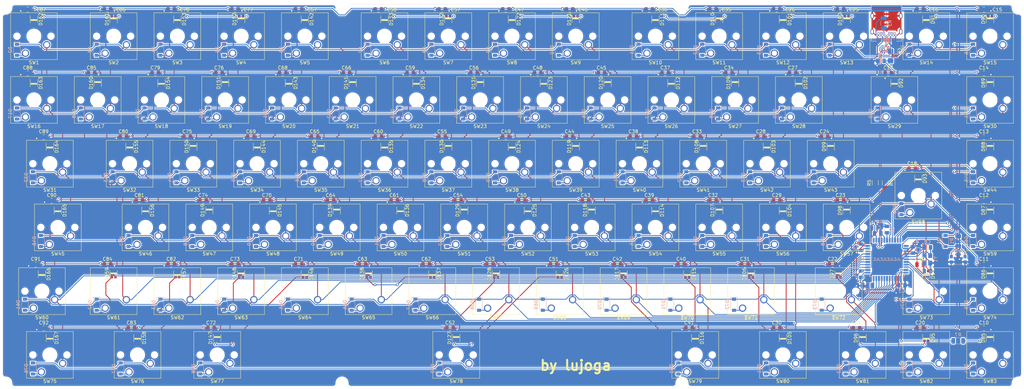
<source format=kicad_pcb>
(kicad_pcb (version 20171130) (host pcbnew 5.1.10)

  (general
    (thickness 1.6)
    (drawings 52)
    (tracks 2819)
    (zones 0)
    (modules 362)
    (nets 216)
  )

  (page A3)
  (layers
    (0 F.Cu signal)
    (31 B.Cu signal)
    (32 B.Adhes user)
    (33 F.Adhes user)
    (34 B.Paste user)
    (35 F.Paste user)
    (36 B.SilkS user)
    (37 F.SilkS user)
    (38 B.Mask user)
    (39 F.Mask user)
    (40 Dwgs.User user hide)
    (41 Cmts.User user)
    (42 Eco1.User user)
    (43 Eco2.User user)
    (44 Edge.Cuts user)
    (45 Margin user)
    (46 B.CrtYd user)
    (47 F.CrtYd user)
    (48 B.Fab user hide)
    (49 F.Fab user hide)
  )

  (setup
    (last_trace_width 0.25)
    (trace_clearance 0.2)
    (zone_clearance 0.508)
    (zone_45_only no)
    (trace_min 0.2)
    (via_size 0.8)
    (via_drill 0.4)
    (via_min_size 0.6)
    (via_min_drill 0.3)
    (uvia_size 0.3)
    (uvia_drill 0.1)
    (uvias_allowed no)
    (uvia_min_size 0.2)
    (uvia_min_drill 0.1)
    (edge_width 0.05)
    (segment_width 0.2)
    (pcb_text_width 0.3)
    (pcb_text_size 1.5 1.5)
    (mod_edge_width 0.12)
    (mod_text_size 1 1)
    (mod_text_width 0.15)
    (pad_size 2 2)
    (pad_drill 0)
    (pad_to_mask_clearance 0)
    (aux_axis_origin 0 0)
    (visible_elements FFFFF77F)
    (pcbplotparams
      (layerselection 0x010fc_ffffffff)
      (usegerberextensions false)
      (usegerberattributes false)
      (usegerberadvancedattributes false)
      (creategerberjobfile false)
      (excludeedgelayer true)
      (linewidth 0.100000)
      (plotframeref false)
      (viasonmask false)
      (mode 1)
      (useauxorigin false)
      (hpglpennumber 1)
      (hpglpenspeed 20)
      (hpglpendiameter 15.000000)
      (psnegative false)
      (psa4output false)
      (plotreference true)
      (plotvalue true)
      (plotinvisibletext false)
      (padsonsilk false)
      (subtractmaskfromsilk false)
      (outputformat 1)
      (mirror false)
      (drillshape 1)
      (scaleselection 1)
      (outputdirectory ""))
  )

  (net 0 "")
  (net 1 GND)
  (net 2 +5V)
  (net 3 "Net-(C7-Pad1)")
  (net 4 "Net-(C8-Pad2)")
  (net 5 "Net-(C9-Pad1)")
  (net 6 RST)
  (net 7 ROW0)
  (net 8 "Net-(D2-Pad2)")
  (net 9 "Net-(D3-Pad2)")
  (net 10 "Net-(D4-Pad2)")
  (net 11 "Net-(D5-Pad2)")
  (net 12 "Net-(D6-Pad2)")
  (net 13 "Net-(D7-Pad2)")
  (net 14 "Net-(D8-Pad2)")
  (net 15 "Net-(D9-Pad2)")
  (net 16 "Net-(D10-Pad2)")
  (net 17 "Net-(D11-Pad2)")
  (net 18 "Net-(D12-Pad2)")
  (net 19 "Net-(D13-Pad2)")
  (net 20 "Net-(D14-Pad2)")
  (net 21 "Net-(D15-Pad2)")
  (net 22 "Net-(D16-Pad2)")
  (net 23 ROW1)
  (net 24 "Net-(D17-Pad2)")
  (net 25 "Net-(D18-Pad2)")
  (net 26 "Net-(D19-Pad2)")
  (net 27 "Net-(D20-Pad2)")
  (net 28 "Net-(D21-Pad2)")
  (net 29 "Net-(D22-Pad2)")
  (net 30 "Net-(D23-Pad2)")
  (net 31 "Net-(D24-Pad2)")
  (net 32 "Net-(D25-Pad2)")
  (net 33 "Net-(D26-Pad2)")
  (net 34 "Net-(D27-Pad2)")
  (net 35 "Net-(D28-Pad2)")
  (net 36 "Net-(D29-Pad2)")
  (net 37 "Net-(D30-Pad2)")
  (net 38 "Net-(D31-Pad2)")
  (net 39 "Net-(D32-Pad2)")
  (net 40 ROW2)
  (net 41 "Net-(D33-Pad2)")
  (net 42 "Net-(D34-Pad2)")
  (net 43 "Net-(D35-Pad2)")
  (net 44 "Net-(D36-Pad2)")
  (net 45 "Net-(D37-Pad2)")
  (net 46 "Net-(D38-Pad2)")
  (net 47 "Net-(D39-Pad2)")
  (net 48 "Net-(D40-Pad2)")
  (net 49 "Net-(D41-Pad2)")
  (net 50 "Net-(D42-Pad2)")
  (net 51 "Net-(D43-Pad2)")
  (net 52 "Net-(D44-Pad2)")
  (net 53 "Net-(D45-Pad2)")
  (net 54 "Net-(D46-Pad2)")
  (net 55 ROW3)
  (net 56 "Net-(D47-Pad2)")
  (net 57 "Net-(D48-Pad2)")
  (net 58 "Net-(D49-Pad2)")
  (net 59 "Net-(D50-Pad2)")
  (net 60 "Net-(D51-Pad2)")
  (net 61 "Net-(D52-Pad2)")
  (net 62 "Net-(D53-Pad2)")
  (net 63 "Net-(D54-Pad2)")
  (net 64 "Net-(D55-Pad2)")
  (net 65 "Net-(D56-Pad2)")
  (net 66 "Net-(D57-Pad2)")
  (net 67 "Net-(D58-Pad2)")
  (net 68 "Net-(D59-Pad2)")
  (net 69 "Net-(D60-Pad2)")
  (net 70 ROW4)
  (net 71 "Net-(D61-Pad2)")
  (net 72 "Net-(D62-Pad2)")
  (net 73 "Net-(D63-Pad2)")
  (net 74 "Net-(D64-Pad2)")
  (net 75 "Net-(D65-Pad2)")
  (net 76 "Net-(D66-Pad2)")
  (net 77 "Net-(D67-Pad2)")
  (net 78 "Net-(D68-Pad2)")
  (net 79 "Net-(D69-Pad2)")
  (net 80 "Net-(D70-Pad2)")
  (net 81 "Net-(D71-Pad2)")
  (net 82 "Net-(D72-Pad2)")
  (net 83 "Net-(D73-Pad2)")
  (net 84 "Net-(D74-Pad2)")
  (net 85 "Net-(D75-Pad2)")
  (net 86 ROW5)
  (net 87 "Net-(D76-Pad2)")
  (net 88 "Net-(D77-Pad2)")
  (net 89 "Net-(D78-Pad2)")
  (net 90 "Net-(D79-Pad2)")
  (net 91 "Net-(D80-Pad2)")
  (net 92 "Net-(D81-Pad2)")
  (net 93 "Net-(D82-Pad2)")
  (net 94 "Net-(D83-Pad2)")
  (net 95 "Net-(D84-Pad2)")
  (net 96 "Net-(D85-Pad2)")
  (net 97 DIN)
  (net 98 "Net-(D86-Pad2)")
  (net 99 "Net-(D87-Pad2)")
  (net 100 "Net-(D88-Pad2)")
  (net 101 "Net-(D89-Pad2)")
  (net 102 "Net-(D90-Pad2)")
  (net 103 "Net-(D91-Pad2)")
  (net 104 "Net-(D92-Pad2)")
  (net 105 "Net-(D93-Pad2)")
  (net 106 "Net-(D94-Pad2)")
  (net 107 "Net-(D95-Pad2)")
  (net 108 "Net-(D96-Pad2)")
  (net 109 "Net-(D97-Pad2)")
  (net 110 "Net-(D98-Pad2)")
  (net 111 "Net-(D100-Pad4)")
  (net 112 "Net-(D100-Pad2)")
  (net 113 "Net-(D101-Pad2)")
  (net 114 "Net-(D102-Pad2)")
  (net 115 "Net-(D103-Pad2)")
  (net 116 "Net-(D104-Pad2)")
  (net 117 "Net-(D105-Pad2)")
  (net 118 "Net-(D106-Pad2)")
  (net 119 "Net-(D107-Pad2)")
  (net 120 "Net-(D108-Pad2)")
  (net 121 "Net-(D109-Pad2)")
  (net 122 "Net-(D110-Pad2)")
  (net 123 "Net-(D111-Pad2)")
  (net 124 "Net-(D112-Pad2)")
  (net 125 "Net-(D113-Pad2)")
  (net 126 "Net-(D114-Pad2)")
  (net 127 "Net-(D115-Pad2)")
  (net 128 "Net-(D116-Pad2)")
  (net 129 "Net-(D117-Pad2)")
  (net 130 "Net-(D118-Pad2)")
  (net 131 "Net-(D119-Pad2)")
  (net 132 "Net-(D120-Pad2)")
  (net 133 "Net-(D121-Pad2)")
  (net 134 "Net-(D122-Pad2)")
  (net 135 "Net-(D123-Pad2)")
  (net 136 "Net-(D124-Pad2)")
  (net 137 "Net-(D125-Pad2)")
  (net 138 "Net-(D126-Pad2)")
  (net 139 "Net-(D127-Pad2)")
  (net 140 "Net-(D128-Pad2)")
  (net 141 "Net-(D129-Pad2)")
  (net 142 "Net-(D130-Pad2)")
  (net 143 "Net-(D131-Pad2)")
  (net 144 "Net-(D132-Pad2)")
  (net 145 "Net-(D133-Pad2)")
  (net 146 "Net-(D134-Pad2)")
  (net 147 "Net-(D135-Pad2)")
  (net 148 "Net-(D136-Pad2)")
  (net 149 "Net-(D137-Pad2)")
  (net 150 "Net-(D138-Pad2)")
  (net 151 "Net-(D139-Pad2)")
  (net 152 "Net-(D140-Pad2)")
  (net 153 "Net-(D141-Pad2)")
  (net 154 "Net-(D142-Pad2)")
  (net 155 "Net-(D143-Pad2)")
  (net 156 "Net-(D144-Pad2)")
  (net 157 "Net-(D145-Pad2)")
  (net 158 "Net-(D146-Pad2)")
  (net 159 "Net-(D147-Pad2)")
  (net 160 "Net-(D148-Pad2)")
  (net 161 "Net-(D149-Pad2)")
  (net 162 "Net-(D150-Pad2)")
  (net 163 "Net-(D151-Pad2)")
  (net 164 "Net-(D152-Pad2)")
  (net 165 "Net-(D153-Pad2)")
  (net 166 "Net-(D154-Pad2)")
  (net 167 "Net-(D155-Pad2)")
  (net 168 "Net-(D156-Pad2)")
  (net 169 "Net-(D157-Pad2)")
  (net 170 "Net-(D158-Pad2)")
  (net 171 "Net-(D159-Pad2)")
  (net 172 "Net-(D160-Pad2)")
  (net 173 "Net-(D161-Pad2)")
  (net 174 "Net-(D162-Pad2)")
  (net 175 "Net-(D163-Pad2)")
  (net 176 "Net-(D164-Pad2)")
  (net 177 "Net-(D165-Pad2)")
  (net 178 "Net-(D166-Pad2)")
  (net 179 "Net-(D167-Pad2)")
  (net 180 "Net-(F1-Pad2)")
  (net 181 COL02)
  (net 182 COL00)
  (net 183 COL01)
  (net 184 D-)
  (net 185 D+)
  (net 186 "Net-(R6-Pad2)")
  (net 187 COL03)
  (net 188 COL04)
  (net 189 COL06)
  (net 190 COL07)
  (net 191 COL08)
  (net 192 COL09)
  (net 193 COL10)
  (net 194 COL11)
  (net 195 COL12)
  (net 196 COL13)
  (net 197 COL14)
  (net 198 COL15)
  (net 199 COL05)
  (net 200 "Net-(U1-Pad1)")
  (net 201 "Net-(U1-Pad42)")
  (net 202 "Net-(R7-Pad2)")
  (net 203 "Net-(J1-PadB11)")
  (net 204 "Net-(J1-PadB2)")
  (net 205 "Net-(J1-PadB5)")
  (net 206 "Net-(J1-PadB8)")
  (net 207 "Net-(J1-PadB3)")
  (net 208 "Net-(J1-PadB10)")
  (net 209 "Net-(J1-PadA2)")
  (net 210 "Net-(J1-PadA3)")
  (net 211 "Net-(J1-PadA5)")
  (net 212 "Net-(J1-PadA8)")
  (net 213 "Net-(J1-PadA10)")
  (net 214 "Net-(J1-PadA11)")
  (net 215 "Net-(U1-Pad12)")

  (net_class Default "Dies ist die voreingestellte Netzklasse."
    (clearance 0.2)
    (trace_width 0.25)
    (via_dia 0.8)
    (via_drill 0.4)
    (uvia_dia 0.3)
    (uvia_drill 0.1)
    (add_net +5V)
    (add_net COL00)
    (add_net COL01)
    (add_net COL02)
    (add_net COL03)
    (add_net COL04)
    (add_net COL05)
    (add_net COL06)
    (add_net COL07)
    (add_net COL08)
    (add_net COL09)
    (add_net COL10)
    (add_net COL11)
    (add_net COL12)
    (add_net COL13)
    (add_net COL14)
    (add_net COL15)
    (add_net D+)
    (add_net D-)
    (add_net DIN)
    (add_net GND)
    (add_net "Net-(C7-Pad1)")
    (add_net "Net-(C8-Pad2)")
    (add_net "Net-(C9-Pad1)")
    (add_net "Net-(D10-Pad2)")
    (add_net "Net-(D100-Pad2)")
    (add_net "Net-(D100-Pad4)")
    (add_net "Net-(D101-Pad2)")
    (add_net "Net-(D102-Pad2)")
    (add_net "Net-(D103-Pad2)")
    (add_net "Net-(D104-Pad2)")
    (add_net "Net-(D105-Pad2)")
    (add_net "Net-(D106-Pad2)")
    (add_net "Net-(D107-Pad2)")
    (add_net "Net-(D108-Pad2)")
    (add_net "Net-(D109-Pad2)")
    (add_net "Net-(D11-Pad2)")
    (add_net "Net-(D110-Pad2)")
    (add_net "Net-(D111-Pad2)")
    (add_net "Net-(D112-Pad2)")
    (add_net "Net-(D113-Pad2)")
    (add_net "Net-(D114-Pad2)")
    (add_net "Net-(D115-Pad2)")
    (add_net "Net-(D116-Pad2)")
    (add_net "Net-(D117-Pad2)")
    (add_net "Net-(D118-Pad2)")
    (add_net "Net-(D119-Pad2)")
    (add_net "Net-(D12-Pad2)")
    (add_net "Net-(D120-Pad2)")
    (add_net "Net-(D121-Pad2)")
    (add_net "Net-(D122-Pad2)")
    (add_net "Net-(D123-Pad2)")
    (add_net "Net-(D124-Pad2)")
    (add_net "Net-(D125-Pad2)")
    (add_net "Net-(D126-Pad2)")
    (add_net "Net-(D127-Pad2)")
    (add_net "Net-(D128-Pad2)")
    (add_net "Net-(D129-Pad2)")
    (add_net "Net-(D13-Pad2)")
    (add_net "Net-(D130-Pad2)")
    (add_net "Net-(D131-Pad2)")
    (add_net "Net-(D132-Pad2)")
    (add_net "Net-(D133-Pad2)")
    (add_net "Net-(D134-Pad2)")
    (add_net "Net-(D135-Pad2)")
    (add_net "Net-(D136-Pad2)")
    (add_net "Net-(D137-Pad2)")
    (add_net "Net-(D138-Pad2)")
    (add_net "Net-(D139-Pad2)")
    (add_net "Net-(D14-Pad2)")
    (add_net "Net-(D140-Pad2)")
    (add_net "Net-(D141-Pad2)")
    (add_net "Net-(D142-Pad2)")
    (add_net "Net-(D143-Pad2)")
    (add_net "Net-(D144-Pad2)")
    (add_net "Net-(D145-Pad2)")
    (add_net "Net-(D146-Pad2)")
    (add_net "Net-(D147-Pad2)")
    (add_net "Net-(D148-Pad2)")
    (add_net "Net-(D149-Pad2)")
    (add_net "Net-(D15-Pad2)")
    (add_net "Net-(D150-Pad2)")
    (add_net "Net-(D151-Pad2)")
    (add_net "Net-(D152-Pad2)")
    (add_net "Net-(D153-Pad2)")
    (add_net "Net-(D154-Pad2)")
    (add_net "Net-(D155-Pad2)")
    (add_net "Net-(D156-Pad2)")
    (add_net "Net-(D157-Pad2)")
    (add_net "Net-(D158-Pad2)")
    (add_net "Net-(D159-Pad2)")
    (add_net "Net-(D16-Pad2)")
    (add_net "Net-(D160-Pad2)")
    (add_net "Net-(D161-Pad2)")
    (add_net "Net-(D162-Pad2)")
    (add_net "Net-(D163-Pad2)")
    (add_net "Net-(D164-Pad2)")
    (add_net "Net-(D165-Pad2)")
    (add_net "Net-(D166-Pad2)")
    (add_net "Net-(D167-Pad2)")
    (add_net "Net-(D17-Pad2)")
    (add_net "Net-(D18-Pad2)")
    (add_net "Net-(D19-Pad2)")
    (add_net "Net-(D2-Pad2)")
    (add_net "Net-(D20-Pad2)")
    (add_net "Net-(D21-Pad2)")
    (add_net "Net-(D22-Pad2)")
    (add_net "Net-(D23-Pad2)")
    (add_net "Net-(D24-Pad2)")
    (add_net "Net-(D25-Pad2)")
    (add_net "Net-(D26-Pad2)")
    (add_net "Net-(D27-Pad2)")
    (add_net "Net-(D28-Pad2)")
    (add_net "Net-(D29-Pad2)")
    (add_net "Net-(D3-Pad2)")
    (add_net "Net-(D30-Pad2)")
    (add_net "Net-(D31-Pad2)")
    (add_net "Net-(D32-Pad2)")
    (add_net "Net-(D33-Pad2)")
    (add_net "Net-(D34-Pad2)")
    (add_net "Net-(D35-Pad2)")
    (add_net "Net-(D36-Pad2)")
    (add_net "Net-(D37-Pad2)")
    (add_net "Net-(D38-Pad2)")
    (add_net "Net-(D39-Pad2)")
    (add_net "Net-(D4-Pad2)")
    (add_net "Net-(D40-Pad2)")
    (add_net "Net-(D41-Pad2)")
    (add_net "Net-(D42-Pad2)")
    (add_net "Net-(D43-Pad2)")
    (add_net "Net-(D44-Pad2)")
    (add_net "Net-(D45-Pad2)")
    (add_net "Net-(D46-Pad2)")
    (add_net "Net-(D47-Pad2)")
    (add_net "Net-(D48-Pad2)")
    (add_net "Net-(D49-Pad2)")
    (add_net "Net-(D5-Pad2)")
    (add_net "Net-(D50-Pad2)")
    (add_net "Net-(D51-Pad2)")
    (add_net "Net-(D52-Pad2)")
    (add_net "Net-(D53-Pad2)")
    (add_net "Net-(D54-Pad2)")
    (add_net "Net-(D55-Pad2)")
    (add_net "Net-(D56-Pad2)")
    (add_net "Net-(D57-Pad2)")
    (add_net "Net-(D58-Pad2)")
    (add_net "Net-(D59-Pad2)")
    (add_net "Net-(D6-Pad2)")
    (add_net "Net-(D60-Pad2)")
    (add_net "Net-(D61-Pad2)")
    (add_net "Net-(D62-Pad2)")
    (add_net "Net-(D63-Pad2)")
    (add_net "Net-(D64-Pad2)")
    (add_net "Net-(D65-Pad2)")
    (add_net "Net-(D66-Pad2)")
    (add_net "Net-(D67-Pad2)")
    (add_net "Net-(D68-Pad2)")
    (add_net "Net-(D69-Pad2)")
    (add_net "Net-(D7-Pad2)")
    (add_net "Net-(D70-Pad2)")
    (add_net "Net-(D71-Pad2)")
    (add_net "Net-(D72-Pad2)")
    (add_net "Net-(D73-Pad2)")
    (add_net "Net-(D74-Pad2)")
    (add_net "Net-(D75-Pad2)")
    (add_net "Net-(D76-Pad2)")
    (add_net "Net-(D77-Pad2)")
    (add_net "Net-(D78-Pad2)")
    (add_net "Net-(D79-Pad2)")
    (add_net "Net-(D8-Pad2)")
    (add_net "Net-(D80-Pad2)")
    (add_net "Net-(D81-Pad2)")
    (add_net "Net-(D82-Pad2)")
    (add_net "Net-(D83-Pad2)")
    (add_net "Net-(D84-Pad2)")
    (add_net "Net-(D85-Pad2)")
    (add_net "Net-(D86-Pad2)")
    (add_net "Net-(D87-Pad2)")
    (add_net "Net-(D88-Pad2)")
    (add_net "Net-(D89-Pad2)")
    (add_net "Net-(D9-Pad2)")
    (add_net "Net-(D90-Pad2)")
    (add_net "Net-(D91-Pad2)")
    (add_net "Net-(D92-Pad2)")
    (add_net "Net-(D93-Pad2)")
    (add_net "Net-(D94-Pad2)")
    (add_net "Net-(D95-Pad2)")
    (add_net "Net-(D96-Pad2)")
    (add_net "Net-(D97-Pad2)")
    (add_net "Net-(D98-Pad2)")
    (add_net "Net-(F1-Pad2)")
    (add_net "Net-(J1-PadA10)")
    (add_net "Net-(J1-PadA11)")
    (add_net "Net-(J1-PadA2)")
    (add_net "Net-(J1-PadA3)")
    (add_net "Net-(J1-PadA5)")
    (add_net "Net-(J1-PadA8)")
    (add_net "Net-(J1-PadB10)")
    (add_net "Net-(J1-PadB11)")
    (add_net "Net-(J1-PadB2)")
    (add_net "Net-(J1-PadB3)")
    (add_net "Net-(J1-PadB5)")
    (add_net "Net-(J1-PadB8)")
    (add_net "Net-(R6-Pad2)")
    (add_net "Net-(R7-Pad2)")
    (add_net "Net-(U1-Pad1)")
    (add_net "Net-(U1-Pad12)")
    (add_net "Net-(U1-Pad42)")
    (add_net ROW0)
    (add_net ROW1)
    (add_net ROW2)
    (add_net ROW3)
    (add_net ROW4)
    (add_net ROW5)
    (add_net RST)
  )

  (module MountingHole:MountingHole_2mm (layer F.Cu) (tedit 60F2D872) (tstamp 60E8A97D)
    (at 341.8 151.3)
    (descr "Mounting Hole 2mm, no annular")
    (tags "mounting hole 2mm no annular")
    (attr virtual)
    (fp_text reference REF** (at 0 -4.2) (layer F.SilkS) hide
      (effects (font (size 1 1) (thickness 0.15)))
    )
    (fp_text value MountingHole_2mm (at 0 4.2) (layer F.Fab) hide
      (effects (font (size 1 1) (thickness 0.15)))
    )
    (fp_circle (center 0 0) (end 1.7 0) (layer F.CrtYd) (width 0.05))
    (fp_circle (center 0 0) (end 1.6 0) (layer Cmts.User) (width 0.15))
    (fp_text user %R (at 0.3 0) (layer F.Fab) hide
      (effects (font (size 1 1) (thickness 0.15)))
    )
    (pad "" smd circle (at 0 0) (size 2 2) (layers *.Paste))
  )

  (module MountingHole:MountingHole_2mm (layer F.Cu) (tedit 60F2D855) (tstamp 60E8A94A)
    (at 341.8 39.2)
    (descr "Mounting Hole 2mm, no annular")
    (tags "mounting hole 2mm no annular")
    (attr virtual)
    (fp_text reference REF** (at 0 -4.2) (layer F.SilkS) hide
      (effects (font (size 1 1) (thickness 0.15)))
    )
    (fp_text value MountingHole_2mm (at 0 4.2) (layer F.Fab) hide
      (effects (font (size 1 1) (thickness 0.15)))
    )
    (fp_circle (center 0 0) (end 1.7 0) (layer F.CrtYd) (width 0.05))
    (fp_circle (center 0 0) (end 1.6 0) (layer Cmts.User) (width 0.15))
    (fp_text user %R (at 0.3 0) (layer F.Fab) hide
      (effects (font (size 1 1) (thickness 0.15)))
    )
    (pad "" smd circle (at 0 0) (size 2 2) (layers *.Paste))
  )

  (module MountingHole:MountingHole_2mm (layer F.Cu) (tedit 60F2D83E) (tstamp 60E8A17F)
    (at 241.3 39.2)
    (descr "Mounting Hole 2mm, no annular")
    (tags "mounting hole 2mm no annular")
    (attr virtual)
    (fp_text reference REF** (at 0 -4.2) (layer F.SilkS) hide
      (effects (font (size 1 1) (thickness 0.15)))
    )
    (fp_text value MountingHole_2mm (at 0 4.2) (layer F.Fab) hide
      (effects (font (size 1 1) (thickness 0.15)))
    )
    (fp_circle (center 0 0) (end 1.7 0) (layer F.CrtYd) (width 0.05))
    (fp_circle (center 0 0) (end 1.6 0) (layer Cmts.User) (width 0.15))
    (fp_text user %R (at 0.3 0) (layer F.Fab) hide
      (effects (font (size 1 1) (thickness 0.15)))
    )
    (pad "" smd circle (at 0 0) (size 2 2) (layers *.Paste))
  )

  (module MountingHole:MountingHole_2mm (layer F.Cu) (tedit 60F2D7FF) (tstamp 60E89FD7)
    (at 139.7 39.2)
    (descr "Mounting Hole 2mm, no annular")
    (tags "mounting hole 2mm no annular")
    (attr virtual)
    (fp_text reference REF** (at 0 -4.2) (layer F.SilkS) hide
      (effects (font (size 1 1) (thickness 0.15)))
    )
    (fp_text value MountingHole_2mm (at 0 4.2) (layer F.Fab) hide
      (effects (font (size 1 1) (thickness 0.15)))
    )
    (fp_circle (center 0 0) (end 1.7 0) (layer F.CrtYd) (width 0.05))
    (fp_circle (center 0 0) (end 1.6 0) (layer Cmts.User) (width 0.15))
    (fp_text user %R (at 0.3 0) (layer F.Fab) hide
      (effects (font (size 1 1) (thickness 0.15)))
    )
    (pad "" smd circle (at 0 0) (size 2 2) (layers *.Paste))
  )

  (module MountingHole:MountingHole_2mm (layer F.Cu) (tedit 60F2D7D3) (tstamp 60E8A8F8)
    (at 39.2 39.2)
    (descr "Mounting Hole 2mm, no annular")
    (tags "mounting hole 2mm no annular")
    (attr virtual)
    (fp_text reference REF** (at 0 -4.2) (layer F.SilkS) hide
      (effects (font (size 1 1) (thickness 0.15)))
    )
    (fp_text value MountingHole_2mm (at 0 4.2) (layer F.Fab) hide
      (effects (font (size 1 1) (thickness 0.15)))
    )
    (fp_circle (center 0 0) (end 1.7 0) (layer F.CrtYd) (width 0.05))
    (fp_circle (center 0 0) (end 1.6 0) (layer Cmts.User) (width 0.15))
    (fp_text user %R (at 0.3 0) (layer F.Fab) hide
      (effects (font (size 1 1) (thickness 0.15)))
    )
    (pad "" smd circle (at 0 0) (size 2 2) (layers *.Paste))
  )

  (module MountingHole:MountingHole_2mm (layer F.Cu) (tedit 60F2D763) (tstamp 60E8A92F)
    (at 39.2 151.3)
    (descr "Mounting Hole 2mm, no annular")
    (tags "mounting hole 2mm no annular")
    (attr virtual)
    (fp_text reference REF** (at 0 -4.2) (layer F.SilkS) hide
      (effects (font (size 1 1) (thickness 0.15)))
    )
    (fp_text value MountingHole_2mm (at 0 4.2) (layer F.Fab) hide
      (effects (font (size 1 1) (thickness 0.15)))
    )
    (fp_circle (center 0 0) (end 1.7 0) (layer F.CrtYd) (width 0.05))
    (fp_circle (center 0 0) (end 1.6 0) (layer Cmts.User) (width 0.15))
    (fp_text user %R (at 0.3 0) (layer F.Fab) hide
      (effects (font (size 1 1) (thickness 0.15)))
    )
    (pad "" smd circle (at 0 0) (size 2 2) (layers *.Paste))
  )

  (module MountingHole:MountingHole_2mm (layer F.Cu) (tedit 60F2D70C) (tstamp 60E8A18C)
    (at 139.7 151.3)
    (descr "Mounting Hole 2mm, no annular")
    (tags "mounting hole 2mm no annular")
    (attr virtual)
    (fp_text reference REF** (at 0 -4.2) (layer F.SilkS) hide
      (effects (font (size 1 1) (thickness 0.15)))
    )
    (fp_text value MountingHole_2mm (at 0 4.2) (layer F.Fab) hide
      (effects (font (size 1 1) (thickness 0.15)))
    )
    (fp_circle (center 0 0) (end 1.7 0) (layer F.CrtYd) (width 0.05))
    (fp_circle (center 0 0) (end 1.6 0) (layer Cmts.User) (width 0.15))
    (fp_text user %R (at 0.3 0) (layer F.Fab) hide
      (effects (font (size 1 1) (thickness 0.15)))
    )
    (pad "" smd circle (at 0 0) (size 2 2) (layers *.Paste))
  )

  (module MountingHole:MountingHole_2mm (layer F.Cu) (tedit 60F2D69F) (tstamp 60E8A1A1)
    (at 241.3 151.3)
    (descr "Mounting Hole 2mm, no annular")
    (tags "mounting hole 2mm no annular")
    (attr virtual)
    (fp_text reference REF** (at 0 -4.2) (layer F.SilkS) hide
      (effects (font (size 1 1) (thickness 0.15)))
    )
    (fp_text value MountingHole_2mm (at 0 4.2) (layer F.Fab) hide
      (effects (font (size 1 1) (thickness 0.15)))
    )
    (fp_circle (center 0 0) (end 1.7 0) (layer F.CrtYd) (width 0.05))
    (fp_circle (center 0 0) (end 1.6 0) (layer Cmts.User) (width 0.15))
    (fp_text user %R (at 0.3 0) (layer F.Fab) hide
      (effects (font (size 1 1) (thickness 0.15)))
    )
    (pad "" smd circle (at 0 0) (size 2 2) (layers *.Paste))
  )

  (module Button_Switch_Keyboard:SW_Cherry_MX_ISOEnter_PCB (layer F.Cu) (tedit 60E88C41) (tstamp 5F160517)
    (at 309.40375 100.33 180)
    (descr "Cherry MX keyswitch, ISO Enter, PCB mount, http://cherryamericas.com/wp-content/uploads/2014/12/mx_cat.pdf")
    (tags "Cherry MX keyswitch ISO enter PCB")
    (path /5F51BE8C/5F51CE2C)
    (fp_text reference SW58 (at -2.54 -2.794 180) (layer F.SilkS)
      (effects (font (size 1 1) (thickness 0.15)))
    )
    (fp_text value MX1A-G1NA (at -2.286 13.208 180) (layer F.Fab)
      (effects (font (size 1 1) (thickness 0.15)))
    )
    (fp_line (start -8.89 -1.27) (end 3.81 -1.27) (layer F.Fab) (width 0.1))
    (fp_line (start 3.81 -1.27) (end 3.81 11.43) (layer F.Fab) (width 0.1))
    (fp_line (start 3.81 11.43) (end -8.89 11.43) (layer F.Fab) (width 0.1))
    (fp_line (start -8.89 11.43) (end -8.89 -1.27) (layer F.Fab) (width 0.1))
    (fp_line (start -9.14 11.68) (end -9.14 -1.52) (layer F.CrtYd) (width 0.05))
    (fp_line (start 4.06 11.68) (end -9.14 11.68) (layer F.CrtYd) (width 0.05))
    (fp_line (start 4.06 -1.52) (end 4.06 11.68) (layer F.CrtYd) (width 0.05))
    (fp_line (start -9.14 -1.52) (end 4.06 -1.52) (layer F.CrtYd) (width 0.05))
    (fp_line (start 9.36625 -13.97) (end 9.36625 5.08) (layer Dwgs.User) (width 0.15))
    (fp_line (start 14.12875 24.13) (end -14.44625 24.13) (layer Dwgs.User) (width 0.15))
    (fp_line (start -14.44625 24.13) (end -14.44625 -13.97) (layer Dwgs.User) (width 0.15))
    (fp_line (start -14.44625 -13.97) (end 9.36625 -13.97) (layer Dwgs.User) (width 0.15))
    (fp_line (start 14.12875 5.08) (end 14.12875 24.13) (layer Dwgs.User) (width 0.15))
    (fp_line (start 9.36625 5.08) (end 14.12875 5.08) (layer Dwgs.User) (width 0.15))
    (fp_line (start -9.525 -1.905) (end 4.445 -1.905) (layer F.SilkS) (width 0.12))
    (fp_line (start 4.445 -1.905) (end 4.445 12.065) (layer F.SilkS) (width 0.12))
    (fp_line (start 4.445 12.065) (end -9.525 12.065) (layer F.SilkS) (width 0.12))
    (fp_line (start -9.525 12.065) (end -9.525 -1.905) (layer F.SilkS) (width 0.12))
    (fp_text user %R (at -2.54 -2.794 180) (layer F.Fab)
      (effects (font (size 1 1) (thickness 0.15)))
    )
    (pad 1 thru_hole circle (at 0 0 180) (size 2.2 2.2) (drill 1.5) (layers *.Cu *.Mask)
      (net 68 "Net-(D59-Pad2)"))
    (pad 2 thru_hole circle (at -6.35 2.54 180) (size 2.2 2.2) (drill 1.5) (layers *.Cu *.Mask)
      (net 197 COL14))
    (pad "" np_thru_hole circle (at -2.54 5.08 180) (size 4 4) (drill 4) (layers *.Cu *.Mask))
    (pad "" np_thru_hole circle (at -7.62 5.08 180) (size 1.7 1.7) (drill 1.7) (layers *.Cu *.Mask))
    (pad "" np_thru_hole circle (at 2.54 5.08 180) (size 1.7 1.7) (drill 1.7) (layers *.Cu *.Mask))
    (model ${KISYS3DMOD}/Button_Switch_Keyboard.3dshapes/SW_Cherry_MX_ISOEnter_PCB.wrl
      (at (xyz 0 0 0))
      (scale (xyz 1 1 1))
      (rotate (xyz 0 0 0))
    )
  )

  (module Button_Switch_Keyboard:SW_Cherry_MX_2.00u_PCB (layer F.Cu) (tedit 60E88B61) (tstamp 5F16021F)
    (at 302.26 71.755 180)
    (descr "Cherry MX keyswitch, 2.00u, PCB mount, http://cherryamericas.com/wp-content/uploads/2014/12/mx_cat.pdf")
    (tags "Cherry MX keyswitch 2.00u PCB")
    (path /5F51BE8C/5F51CE0E)
    (fp_text reference SW29 (at -2.54 -2.794 180) (layer F.SilkS)
      (effects (font (size 1 1) (thickness 0.15)))
    )
    (fp_text value MX1A-G1NA (at -2.54 12.954 180) (layer F.Fab)
      (effects (font (size 1 1) (thickness 0.15)))
    )
    (fp_line (start -8.89 -1.27) (end 3.81 -1.27) (layer F.Fab) (width 0.1))
    (fp_line (start 3.81 -1.27) (end 3.81 11.43) (layer F.Fab) (width 0.1))
    (fp_line (start 3.81 11.43) (end -8.89 11.43) (layer F.Fab) (width 0.1))
    (fp_line (start -8.89 11.43) (end -8.89 -1.27) (layer F.Fab) (width 0.1))
    (fp_line (start -9.14 11.68) (end -9.14 -1.52) (layer F.CrtYd) (width 0.05))
    (fp_line (start 4.06 11.68) (end -9.14 11.68) (layer F.CrtYd) (width 0.05))
    (fp_line (start 4.06 -1.52) (end 4.06 11.68) (layer F.CrtYd) (width 0.05))
    (fp_line (start -9.14 -1.52) (end 4.06 -1.52) (layer F.CrtYd) (width 0.05))
    (fp_line (start -21.59 -4.445) (end 16.51 -4.445) (layer Dwgs.User) (width 0.15))
    (fp_line (start 16.51 -4.445) (end 16.51 14.605) (layer Dwgs.User) (width 0.15))
    (fp_line (start 16.51 14.605) (end -21.59 14.605) (layer Dwgs.User) (width 0.15))
    (fp_line (start -21.59 14.605) (end -21.59 -4.445) (layer Dwgs.User) (width 0.15))
    (fp_line (start -9.525 -1.905) (end 4.445 -1.905) (layer F.SilkS) (width 0.12))
    (fp_line (start 4.445 -1.905) (end 4.445 12.065) (layer F.SilkS) (width 0.12))
    (fp_line (start 4.445 12.065) (end -9.525 12.065) (layer F.SilkS) (width 0.12))
    (fp_line (start -9.525 12.065) (end -9.525 -1.905) (layer F.SilkS) (width 0.12))
    (fp_text user %R (at -2.54 -2.794 180) (layer F.Fab)
      (effects (font (size 1 1) (thickness 0.15)))
    )
    (pad 1 thru_hole circle (at 0 0 180) (size 2.2 2.2) (drill 1.5) (layers *.Cu *.Mask)
      (net 37 "Net-(D30-Pad2)"))
    (pad 2 thru_hole circle (at -6.35 2.54 180) (size 2.2 2.2) (drill 1.5) (layers *.Cu *.Mask)
      (net 197 COL14))
    (pad "" np_thru_hole circle (at -2.54 5.08 180) (size 4 4) (drill 4) (layers *.Cu *.Mask))
    (pad "" np_thru_hole circle (at -7.62 5.08 180) (size 1.7 1.7) (drill 1.7) (layers *.Cu *.Mask))
    (pad "" np_thru_hole circle (at 2.54 5.08 180) (size 1.7 1.7) (drill 1.7) (layers *.Cu *.Mask))
    (model ${KISYS3DMOD}/Button_Switch_Keyboard.3dshapes/SW_Cherry_MX_2.00u_PCB.wrl
      (at (xyz 0 0 0))
      (scale (xyz 1 1 1))
      (rotate (xyz 0 0 0))
    )
  )

  (module Button_Switch_Keyboard:SW_Cherry_MX_6.25u_PCB (layer F.Cu) (tedit 60E88B4A) (tstamp 5F160723)
    (at 171.29125 147.955 180)
    (descr "Cherry MX keyswitch, 6.25u, PCB mount, http://cherryamericas.com/wp-content/uploads/2014/12/mx_cat.pdf")
    (tags "Cherry MX keyswitch 6.25u PCB")
    (path /5F51BE8C/5F84AEA9)
    (fp_text reference SW78 (at -2.54 -2.794 180) (layer F.SilkS)
      (effects (font (size 1 1) (thickness 0.15)))
    )
    (fp_text value MX1A-G1NA (at -2.54 12.954 180) (layer F.Fab)
      (effects (font (size 1 1) (thickness 0.15)))
    )
    (fp_line (start -8.89 -1.27) (end 3.81 -1.27) (layer F.Fab) (width 0.1))
    (fp_line (start 3.81 -1.27) (end 3.81 11.43) (layer F.Fab) (width 0.1))
    (fp_line (start 3.81 11.43) (end -8.89 11.43) (layer F.Fab) (width 0.1))
    (fp_line (start -8.89 11.43) (end -8.89 -1.27) (layer F.Fab) (width 0.1))
    (fp_line (start -9.14 11.68) (end -9.14 -1.52) (layer F.CrtYd) (width 0.05))
    (fp_line (start 4.06 11.68) (end -9.14 11.68) (layer F.CrtYd) (width 0.05))
    (fp_line (start 4.06 -1.52) (end 4.06 11.68) (layer F.CrtYd) (width 0.05))
    (fp_line (start -9.14 -1.52) (end 4.06 -1.52) (layer F.CrtYd) (width 0.05))
    (fp_line (start -62.07125 -4.445) (end 56.99125 -4.445) (layer Dwgs.User) (width 0.15))
    (fp_line (start 56.99125 -4.445) (end 56.99125 14.605) (layer Dwgs.User) (width 0.15))
    (fp_line (start 56.99125 14.605) (end -62.07125 14.605) (layer Dwgs.User) (width 0.15))
    (fp_line (start -62.07125 14.605) (end -62.07125 -4.445) (layer Dwgs.User) (width 0.15))
    (fp_line (start -9.525 -1.905) (end 4.445 -1.905) (layer F.SilkS) (width 0.12))
    (fp_line (start 4.445 -1.905) (end 4.445 12.065) (layer F.SilkS) (width 0.12))
    (fp_line (start 4.445 12.065) (end -9.525 12.065) (layer F.SilkS) (width 0.12))
    (fp_line (start -9.525 12.065) (end -9.525 -1.905) (layer F.SilkS) (width 0.12))
    (fp_text user %R (at -2.54 -2.794 180) (layer F.Fab)
      (effects (font (size 1 1) (thickness 0.15)))
    )
    (pad 1 thru_hole circle (at 0 0 180) (size 2.2 2.2) (drill 1.5) (layers *.Cu *.Mask)
      (net 90 "Net-(D79-Pad2)"))
    (pad 2 thru_hole circle (at -6.35 2.54 180) (size 2.2 2.2) (drill 1.5) (layers *.Cu *.Mask)
      (net 190 COL07))
    (pad "" np_thru_hole circle (at -2.54 5.08 180) (size 4 4) (drill 4) (layers *.Cu *.Mask))
    (pad "" np_thru_hole circle (at -7.62 5.08 180) (size 1.7 1.7) (drill 1.7) (layers *.Cu *.Mask))
    (pad "" np_thru_hole circle (at 2.54 5.08 180) (size 1.7 1.7) (drill 1.7) (layers *.Cu *.Mask))
    (model ${KISYS3DMOD}/Button_Switch_Keyboard.3dshapes/SW_Cherry_MX_6.25u_PCB.wrl
      (at (xyz 0 0 0))
      (scale (xyz 1 1 1))
      (rotate (xyz 0 0 0))
    )
  )

  (module Crystal:Crystal_SMD_3225-4Pin_3.2x2.5mm (layer B.Cu) (tedit 5A0FD1B2) (tstamp 60EED0B1)
    (at 314.6425 114.3 90)
    (descr "SMD Crystal SERIES SMD3225/4 http://www.txccrystal.com/images/pdf/7m-accuracy.pdf, 3.2x2.5mm^2 package")
    (tags "SMD SMT crystal")
    (path /5F294622)
    (attr smd)
    (fp_text reference Y1 (at 0 2.45 90) (layer B.SilkS)
      (effects (font (size 1 1) (thickness 0.15)) (justify mirror))
    )
    (fp_text value 16MHz (at 0 -2.45 90) (layer B.Fab)
      (effects (font (size 1 1) (thickness 0.15)) (justify mirror))
    )
    (fp_line (start 2.1 1.7) (end -2.1 1.7) (layer B.CrtYd) (width 0.05))
    (fp_line (start 2.1 -1.7) (end 2.1 1.7) (layer B.CrtYd) (width 0.05))
    (fp_line (start -2.1 -1.7) (end 2.1 -1.7) (layer B.CrtYd) (width 0.05))
    (fp_line (start -2.1 1.7) (end -2.1 -1.7) (layer B.CrtYd) (width 0.05))
    (fp_line (start -2 -1.65) (end 2 -1.65) (layer B.SilkS) (width 0.12))
    (fp_line (start -2 1.65) (end -2 -1.65) (layer B.SilkS) (width 0.12))
    (fp_line (start -1.6 -0.25) (end -0.6 -1.25) (layer B.Fab) (width 0.1))
    (fp_line (start 1.6 1.25) (end -1.6 1.25) (layer B.Fab) (width 0.1))
    (fp_line (start 1.6 -1.25) (end 1.6 1.25) (layer B.Fab) (width 0.1))
    (fp_line (start -1.6 -1.25) (end 1.6 -1.25) (layer B.Fab) (width 0.1))
    (fp_line (start -1.6 1.25) (end -1.6 -1.25) (layer B.Fab) (width 0.1))
    (fp_text user %R (at 0 0 90) (layer B.Fab)
      (effects (font (size 0.7 0.7) (thickness 0.105)) (justify mirror))
    )
    (pad 1 smd rect (at -1.1 -0.85 90) (size 1.4 1.2) (layers B.Cu B.Paste B.Mask)
      (net 3 "Net-(C7-Pad1)"))
    (pad 2 smd rect (at 1.1 -0.85 90) (size 1.4 1.2) (layers B.Cu B.Paste B.Mask)
      (net 1 GND))
    (pad 3 smd rect (at 1.1 0.85 90) (size 1.4 1.2) (layers B.Cu B.Paste B.Mask)
      (net 4 "Net-(C8-Pad2)"))
    (pad 4 smd rect (at -1.1 0.85 90) (size 1.4 1.2) (layers B.Cu B.Paste B.Mask)
      (net 1 GND))
    (model ${KISYS3DMOD}/Crystal.3dshapes/Crystal_SMD_3225-4Pin_3.2x2.5mm.wrl
      (at (xyz 0 0 0))
      (scale (xyz 1 1 1))
      (rotate (xyz 0 0 0))
    )
  )

  (module Button_Switch_SMD:SW_Push_1P1T-SH_NO_CK_KMR2xxG (layer B.Cu) (tedit 60F04E96) (tstamp 60EE10F7)
    (at 323.85 114.3 180)
    (descr "CK components KMR2 tactile switch with ground pin http://www.ckswitches.com/media/1479/kmr2.pdf")
    (tags "tactile switch kmr2")
    (path /60FEE33A)
    (attr smd)
    (fp_text reference SW84 (at 0 2.45) (layer B.SilkS)
      (effects (font (size 1 1) (thickness 0.15)) (justify mirror))
    )
    (fp_text value SW_Push (at 0 -2.55) (layer B.Fab)
      (effects (font (size 1 1) (thickness 0.15)) (justify mirror))
    )
    (fp_line (start -1.15 1.55) (end -2.2 1.55) (layer B.SilkS) (width 0.12))
    (fp_line (start -2.1 1.4) (end 2.1 1.4) (layer B.Fab) (width 0.1))
    (fp_line (start 2.1 1.4) (end 2.1 -1.4) (layer B.Fab) (width 0.1))
    (fp_line (start 2.1 -1.4) (end -2.1 -1.4) (layer B.Fab) (width 0.1))
    (fp_line (start -2.1 -1.4) (end -2.1 1.4) (layer B.Fab) (width 0.1))
    (fp_line (start 2.2 -0.05) (end 2.2 0.05) (layer B.SilkS) (width 0.12))
    (fp_line (start -2.8 1.8) (end 2.8 1.8) (layer B.CrtYd) (width 0.05))
    (fp_line (start 2.8 1.8) (end 2.8 -1.8) (layer B.CrtYd) (width 0.05))
    (fp_line (start 2.8 -1.8) (end -2.8 -1.8) (layer B.CrtYd) (width 0.05))
    (fp_line (start -2.8 -1.8) (end -2.8 1.8) (layer B.CrtYd) (width 0.05))
    (fp_circle (center 0 0) (end 0 -0.8) (layer B.Fab) (width 0.1))
    (fp_line (start -2.2 -1.55) (end 2.2 -1.55) (layer B.SilkS) (width 0.12))
    (fp_line (start 2.2 1.55) (end 1.15 1.55) (layer B.SilkS) (width 0.12))
    (fp_line (start -2.2 -0.05) (end -2.2 0.05) (layer B.SilkS) (width 0.12))
    (fp_text user %R (at 0 2.45) (layer B.Fab)
      (effects (font (size 1 1) (thickness 0.15)) (justify mirror))
    )
    (pad 2 smd rect (at 2.05 -0.8 180) (size 0.9 1) (layers B.Cu B.Paste B.Mask)
      (net 1 GND))
    (pad 1 smd rect (at 2.05 0.8 180) (size 0.9 1) (layers B.Cu B.Paste B.Mask)
      (net 6 RST))
    (pad 2 smd rect (at -2.05 -0.8 180) (size 0.9 1) (layers B.Cu B.Paste B.Mask)
      (net 1 GND))
    (pad 1 smd rect (at -2.05 0.8 180) (size 0.9 1) (layers B.Cu B.Paste B.Mask)
      (net 6 RST))
    (pad SH smd rect (at 0 1.425 180) (size 1.7 0.55) (layers B.Cu B.Paste B.Mask)
      (net 1 GND))
    (model ${KISYS3DMOD}/Button_Switch_SMD.3dshapes/SW_Push_1P1T-SH_NO_CK_KMR2xxG.wrl
      (at (xyz 0 0 0))
      (scale (xyz 1 1 1))
      (rotate (xyz 0 0 0))
    )
  )

  (module Resistor_SMD:R_1206_3216Metric (layer B.Cu) (tedit 5F68FEEE) (tstamp 5F26397F)
    (at 323.85 138.684 180)
    (descr "Resistor SMD 1206 (3216 Metric), square (rectangular) end terminal, IPC_7351 nominal, (Body size source: IPC-SM-782 page 72, https://www.pcb-3d.com/wordpress/wp-content/uploads/ipc-sm-782a_amendment_1_and_2.pdf), generated with kicad-footprint-generator")
    (tags resistor)
    (path /5F259898)
    (attr smd)
    (fp_text reference R7 (at 0 1.82) (layer B.SilkS)
      (effects (font (size 1 1) (thickness 0.15)) (justify mirror))
    )
    (fp_text value 470 (at 0 -1.82) (layer B.Fab)
      (effects (font (size 1 1) (thickness 0.15)) (justify mirror))
    )
    (fp_line (start -1.6 -0.8) (end -1.6 0.8) (layer B.Fab) (width 0.1))
    (fp_line (start -1.6 0.8) (end 1.6 0.8) (layer B.Fab) (width 0.1))
    (fp_line (start 1.6 0.8) (end 1.6 -0.8) (layer B.Fab) (width 0.1))
    (fp_line (start 1.6 -0.8) (end -1.6 -0.8) (layer B.Fab) (width 0.1))
    (fp_line (start -0.727064 0.91) (end 0.727064 0.91) (layer B.SilkS) (width 0.12))
    (fp_line (start -0.727064 -0.91) (end 0.727064 -0.91) (layer B.SilkS) (width 0.12))
    (fp_line (start -2.28 -1.12) (end -2.28 1.12) (layer B.CrtYd) (width 0.05))
    (fp_line (start -2.28 1.12) (end 2.28 1.12) (layer B.CrtYd) (width 0.05))
    (fp_line (start 2.28 1.12) (end 2.28 -1.12) (layer B.CrtYd) (width 0.05))
    (fp_line (start 2.28 -1.12) (end -2.28 -1.12) (layer B.CrtYd) (width 0.05))
    (fp_text user %R (at 0 0) (layer B.Fab)
      (effects (font (size 0.8 0.8) (thickness 0.12)) (justify mirror))
    )
    (pad 2 smd roundrect (at 1.4625 0 180) (size 1.125 1.75) (layers B.Cu B.Paste B.Mask) (roundrect_rratio 0.222222)
      (net 202 "Net-(R7-Pad2)"))
    (pad 1 smd roundrect (at -1.4625 0 180) (size 1.125 1.75) (layers B.Cu B.Paste B.Mask) (roundrect_rratio 0.222222)
      (net 97 DIN))
    (model ${KISYS3DMOD}/Resistor_SMD.3dshapes/R_1206_3216Metric.wrl
      (at (xyz 0 0 0))
      (scale (xyz 1 1 1))
      (rotate (xyz 0 0 0))
    )
  )

  (module Resistor_SMD:R_1206_3216Metric (layer B.Cu) (tedit 5F68FEEE) (tstamp 60EDADF2)
    (at 296.7355 122.174)
    (descr "Resistor SMD 1206 (3216 Metric), square (rectangular) end terminal, IPC_7351 nominal, (Body size source: IPC-SM-782 page 72, https://www.pcb-3d.com/wordpress/wp-content/uploads/ipc-sm-782a_amendment_1_and_2.pdf), generated with kicad-footprint-generator")
    (tags resistor)
    (path /5F0D539D)
    (attr smd)
    (fp_text reference R6 (at 0 1.82) (layer B.SilkS)
      (effects (font (size 1 1) (thickness 0.15)) (justify mirror))
    )
    (fp_text value 10k (at 0 -1.82) (layer B.Fab)
      (effects (font (size 1 1) (thickness 0.15)) (justify mirror))
    )
    (fp_line (start -1.6 -0.8) (end -1.6 0.8) (layer B.Fab) (width 0.1))
    (fp_line (start -1.6 0.8) (end 1.6 0.8) (layer B.Fab) (width 0.1))
    (fp_line (start 1.6 0.8) (end 1.6 -0.8) (layer B.Fab) (width 0.1))
    (fp_line (start 1.6 -0.8) (end -1.6 -0.8) (layer B.Fab) (width 0.1))
    (fp_line (start -0.727064 0.91) (end 0.727064 0.91) (layer B.SilkS) (width 0.12))
    (fp_line (start -0.727064 -0.91) (end 0.727064 -0.91) (layer B.SilkS) (width 0.12))
    (fp_line (start -2.28 -1.12) (end -2.28 1.12) (layer B.CrtYd) (width 0.05))
    (fp_line (start -2.28 1.12) (end 2.28 1.12) (layer B.CrtYd) (width 0.05))
    (fp_line (start 2.28 1.12) (end 2.28 -1.12) (layer B.CrtYd) (width 0.05))
    (fp_line (start 2.28 -1.12) (end -2.28 -1.12) (layer B.CrtYd) (width 0.05))
    (fp_text user %R (at 0 0) (layer B.Fab)
      (effects (font (size 0.8 0.8) (thickness 0.12)) (justify mirror))
    )
    (pad 2 smd roundrect (at 1.4625 0) (size 1.125 1.75) (layers B.Cu B.Paste B.Mask) (roundrect_rratio 0.222222)
      (net 186 "Net-(R6-Pad2)"))
    (pad 1 smd roundrect (at -1.4625 0) (size 1.125 1.75) (layers B.Cu B.Paste B.Mask) (roundrect_rratio 0.222222)
      (net 1 GND))
    (model ${KISYS3DMOD}/Resistor_SMD.3dshapes/R_1206_3216Metric.wrl
      (at (xyz 0 0 0))
      (scale (xyz 1 1 1))
      (rotate (xyz 0 0 0))
    )
  )

  (module Resistor_SMD:R_1206_3216Metric (layer F.Cu) (tedit 5F68FEEE) (tstamp 60F1EA6B)
    (at 299.0775 91.44 90)
    (descr "Resistor SMD 1206 (3216 Metric), square (rectangular) end terminal, IPC_7351 nominal, (Body size source: IPC-SM-782 page 72, https://www.pcb-3d.com/wordpress/wp-content/uploads/ipc-sm-782a_amendment_1_and_2.pdf), generated with kicad-footprint-generator")
    (tags resistor)
    (path /5F0B5901)
    (attr smd)
    (fp_text reference R5 (at 0 -1.82 90) (layer F.SilkS)
      (effects (font (size 1 1) (thickness 0.15)))
    )
    (fp_text value 22 (at 0 2 90) (layer F.Fab)
      (effects (font (size 1 1) (thickness 0.15)))
    )
    (fp_line (start -1.6 0.8) (end -1.6 -0.8) (layer F.Fab) (width 0.1))
    (fp_line (start -1.6 -0.8) (end 1.6 -0.8) (layer F.Fab) (width 0.1))
    (fp_line (start 1.6 -0.8) (end 1.6 0.8) (layer F.Fab) (width 0.1))
    (fp_line (start 1.6 0.8) (end -1.6 0.8) (layer F.Fab) (width 0.1))
    (fp_line (start -0.727064 -0.91) (end 0.727064 -0.91) (layer F.SilkS) (width 0.12))
    (fp_line (start -0.727064 0.91) (end 0.727064 0.91) (layer F.SilkS) (width 0.12))
    (fp_line (start -2.28 1.12) (end -2.28 -1.12) (layer F.CrtYd) (width 0.05))
    (fp_line (start -2.28 -1.12) (end 2.28 -1.12) (layer F.CrtYd) (width 0.05))
    (fp_line (start 2.28 -1.12) (end 2.28 1.12) (layer F.CrtYd) (width 0.05))
    (fp_line (start 2.28 1.12) (end -2.28 1.12) (layer F.CrtYd) (width 0.05))
    (fp_text user %R (at 0 0 90) (layer F.Fab)
      (effects (font (size 0.8 0.8) (thickness 0.12)))
    )
    (pad 2 smd roundrect (at 1.4625 0 90) (size 1.125 1.75) (layers F.Cu F.Paste F.Mask) (roundrect_rratio 0.222222)
      (net 184 D-))
    (pad 1 smd roundrect (at -1.4625 0 90) (size 1.125 1.75) (layers F.Cu F.Paste F.Mask) (roundrect_rratio 0.222222)
      (net 184 D-))
    (model ${KISYS3DMOD}/Resistor_SMD.3dshapes/R_1206_3216Metric.wrl
      (at (xyz 0 0 0))
      (scale (xyz 1 1 1))
      (rotate (xyz 0 0 0))
    )
  )

  (module Resistor_SMD:R_1206_3216Metric (layer F.Cu) (tedit 5F68FEEE) (tstamp 60F1EB93)
    (at 302.0775 91.44 270)
    (descr "Resistor SMD 1206 (3216 Metric), square (rectangular) end terminal, IPC_7351 nominal, (Body size source: IPC-SM-782 page 72, https://www.pcb-3d.com/wordpress/wp-content/uploads/ipc-sm-782a_amendment_1_and_2.pdf), generated with kicad-footprint-generator")
    (tags resistor)
    (path /5F0AD349)
    (attr smd)
    (fp_text reference R4 (at 0 -1.82 90) (layer F.SilkS)
      (effects (font (size 1 1) (thickness 0.15)))
    )
    (fp_text value 22 (at 0 1.82 90) (layer F.Fab)
      (effects (font (size 1 1) (thickness 0.15)))
    )
    (fp_line (start -1.6 0.8) (end -1.6 -0.8) (layer F.Fab) (width 0.1))
    (fp_line (start -1.6 -0.8) (end 1.6 -0.8) (layer F.Fab) (width 0.1))
    (fp_line (start 1.6 -0.8) (end 1.6 0.8) (layer F.Fab) (width 0.1))
    (fp_line (start 1.6 0.8) (end -1.6 0.8) (layer F.Fab) (width 0.1))
    (fp_line (start -0.727064 -0.91) (end 0.727064 -0.91) (layer F.SilkS) (width 0.12))
    (fp_line (start -0.727064 0.91) (end 0.727064 0.91) (layer F.SilkS) (width 0.12))
    (fp_line (start -2.28 1.12) (end -2.28 -1.12) (layer F.CrtYd) (width 0.05))
    (fp_line (start -2.28 -1.12) (end 2.28 -1.12) (layer F.CrtYd) (width 0.05))
    (fp_line (start 2.28 -1.12) (end 2.28 1.12) (layer F.CrtYd) (width 0.05))
    (fp_line (start 2.28 1.12) (end -2.28 1.12) (layer F.CrtYd) (width 0.05))
    (fp_text user %R (at 0 0 90) (layer F.Fab)
      (effects (font (size 0.8 0.8) (thickness 0.12)))
    )
    (pad 2 smd roundrect (at 1.4625 0 270) (size 1.125 1.75) (layers F.Cu F.Paste F.Mask) (roundrect_rratio 0.222222)
      (net 185 D+))
    (pad 1 smd roundrect (at -1.4625 0 270) (size 1.125 1.75) (layers F.Cu F.Paste F.Mask) (roundrect_rratio 0.222222)
      (net 185 D+))
    (model ${KISYS3DMOD}/Resistor_SMD.3dshapes/R_1206_3216Metric.wrl
      (at (xyz 0 0 0))
      (scale (xyz 1 1 1))
      (rotate (xyz 0 0 0))
    )
  )

  (module Resistor_SMD:R_1206_3216Metric (layer B.Cu) (tedit 5F68FEEE) (tstamp 5F164238)
    (at 301.625 43.7245 90)
    (descr "Resistor SMD 1206 (3216 Metric), square (rectangular) end terminal, IPC_7351 nominal, (Body size source: IPC-SM-782 page 72, https://www.pcb-3d.com/wordpress/wp-content/uploads/ipc-sm-782a_amendment_1_and_2.pdf), generated with kicad-footprint-generator")
    (tags resistor)
    (path /5F030D08)
    (attr smd)
    (fp_text reference R3 (at 0 1.82 90) (layer B.SilkS)
      (effects (font (size 1 1) (thickness 0.15)) (justify mirror))
    )
    (fp_text value 5.1k (at 0 -1.82 90) (layer B.Fab)
      (effects (font (size 1 1) (thickness 0.15)) (justify mirror))
    )
    (fp_line (start -1.6 -0.8) (end -1.6 0.8) (layer B.Fab) (width 0.1))
    (fp_line (start -1.6 0.8) (end 1.6 0.8) (layer B.Fab) (width 0.1))
    (fp_line (start 1.6 0.8) (end 1.6 -0.8) (layer B.Fab) (width 0.1))
    (fp_line (start 1.6 -0.8) (end -1.6 -0.8) (layer B.Fab) (width 0.1))
    (fp_line (start -0.727064 0.91) (end 0.727064 0.91) (layer B.SilkS) (width 0.12))
    (fp_line (start -0.727064 -0.91) (end 0.727064 -0.91) (layer B.SilkS) (width 0.12))
    (fp_line (start -2.28 -1.12) (end -2.28 1.12) (layer B.CrtYd) (width 0.05))
    (fp_line (start -2.28 1.12) (end 2.28 1.12) (layer B.CrtYd) (width 0.05))
    (fp_line (start 2.28 1.12) (end 2.28 -1.12) (layer B.CrtYd) (width 0.05))
    (fp_line (start 2.28 -1.12) (end -2.28 -1.12) (layer B.CrtYd) (width 0.05))
    (fp_text user %R (at 0 0 90) (layer B.Fab)
      (effects (font (size 0.8 0.8) (thickness 0.12)) (justify mirror))
    )
    (pad 2 smd roundrect (at 1.4625 0 90) (size 1.125 1.75) (layers B.Cu B.Paste B.Mask) (roundrect_rratio 0.222222)
      (net 1 GND))
    (pad 1 smd roundrect (at -1.4625 0 90) (size 1.125 1.75) (layers B.Cu B.Paste B.Mask) (roundrect_rratio 0.222222)
      (net 205 "Net-(J1-PadB5)"))
    (model ${KISYS3DMOD}/Resistor_SMD.3dshapes/R_1206_3216Metric.wrl
      (at (xyz 0 0 0))
      (scale (xyz 1 1 1))
      (rotate (xyz 0 0 0))
    )
  )

  (module Resistor_SMD:R_1206_3216Metric (layer F.Cu) (tedit 5F68FEEE) (tstamp 60EBA96A)
    (at 304.8 52.0335 270)
    (descr "Resistor SMD 1206 (3216 Metric), square (rectangular) end terminal, IPC_7351 nominal, (Body size source: IPC-SM-782 page 72, https://www.pcb-3d.com/wordpress/wp-content/uploads/ipc-sm-782a_amendment_1_and_2.pdf), generated with kicad-footprint-generator")
    (tags resistor)
    (path /5F02FDA7)
    (attr smd)
    (fp_text reference R2 (at 0 -1.82 90) (layer F.SilkS)
      (effects (font (size 1 1) (thickness 0.15)))
    )
    (fp_text value 5.1k (at 0 1.82 90) (layer F.Fab)
      (effects (font (size 1 1) (thickness 0.15)))
    )
    (fp_line (start -1.6 0.8) (end -1.6 -0.8) (layer F.Fab) (width 0.1))
    (fp_line (start -1.6 -0.8) (end 1.6 -0.8) (layer F.Fab) (width 0.1))
    (fp_line (start 1.6 -0.8) (end 1.6 0.8) (layer F.Fab) (width 0.1))
    (fp_line (start 1.6 0.8) (end -1.6 0.8) (layer F.Fab) (width 0.1))
    (fp_line (start -0.727064 -0.91) (end 0.727064 -0.91) (layer F.SilkS) (width 0.12))
    (fp_line (start -0.727064 0.91) (end 0.727064 0.91) (layer F.SilkS) (width 0.12))
    (fp_line (start -2.28 1.12) (end -2.28 -1.12) (layer F.CrtYd) (width 0.05))
    (fp_line (start -2.28 -1.12) (end 2.28 -1.12) (layer F.CrtYd) (width 0.05))
    (fp_line (start 2.28 -1.12) (end 2.28 1.12) (layer F.CrtYd) (width 0.05))
    (fp_line (start 2.28 1.12) (end -2.28 1.12) (layer F.CrtYd) (width 0.05))
    (fp_text user %R (at 0 0 90) (layer F.Fab)
      (effects (font (size 0.8 0.8) (thickness 0.12)))
    )
    (pad 2 smd roundrect (at 1.4625 0 270) (size 1.125 1.75) (layers F.Cu F.Paste F.Mask) (roundrect_rratio 0.222222)
      (net 1 GND))
    (pad 1 smd roundrect (at -1.4625 0 270) (size 1.125 1.75) (layers F.Cu F.Paste F.Mask) (roundrect_rratio 0.222222)
      (net 211 "Net-(J1-PadA5)"))
    (model ${KISYS3DMOD}/Resistor_SMD.3dshapes/R_1206_3216Metric.wrl
      (at (xyz 0 0 0))
      (scale (xyz 1 1 1))
      (rotate (xyz 0 0 0))
    )
  )

  (module Resistor_SMD:R_1206_3216Metric (layer B.Cu) (tedit 5F68FEEE) (tstamp 60F15FCE)
    (at 323.85 108.839 270)
    (descr "Resistor SMD 1206 (3216 Metric), square (rectangular) end terminal, IPC_7351 nominal, (Body size source: IPC-SM-782 page 72, https://www.pcb-3d.com/wordpress/wp-content/uploads/ipc-sm-782a_amendment_1_and_2.pdf), generated with kicad-footprint-generator")
    (tags resistor)
    (path /5F058934)
    (attr smd)
    (fp_text reference R1 (at 0 1.82 90) (layer B.SilkS)
      (effects (font (size 1 1) (thickness 0.15)) (justify mirror))
    )
    (fp_text value 10k (at 0 -1.82 90) (layer B.Fab)
      (effects (font (size 1 1) (thickness 0.15)) (justify mirror))
    )
    (fp_line (start 2.28 -1.12) (end -2.28 -1.12) (layer B.CrtYd) (width 0.05))
    (fp_line (start 2.28 1.12) (end 2.28 -1.12) (layer B.CrtYd) (width 0.05))
    (fp_line (start -2.28 1.12) (end 2.28 1.12) (layer B.CrtYd) (width 0.05))
    (fp_line (start -2.28 -1.12) (end -2.28 1.12) (layer B.CrtYd) (width 0.05))
    (fp_line (start -0.727064 -0.91) (end 0.727064 -0.91) (layer B.SilkS) (width 0.12))
    (fp_line (start -0.727064 0.91) (end 0.727064 0.91) (layer B.SilkS) (width 0.12))
    (fp_line (start 1.6 -0.8) (end -1.6 -0.8) (layer B.Fab) (width 0.1))
    (fp_line (start 1.6 0.8) (end 1.6 -0.8) (layer B.Fab) (width 0.1))
    (fp_line (start -1.6 0.8) (end 1.6 0.8) (layer B.Fab) (width 0.1))
    (fp_line (start -1.6 -0.8) (end -1.6 0.8) (layer B.Fab) (width 0.1))
    (fp_text user %R (at 0 0 90) (layer B.Fab)
      (effects (font (size 0.8 0.8) (thickness 0.12)) (justify mirror))
    )
    (pad 1 smd roundrect (at -1.4625 0 270) (size 1.125 1.75) (layers B.Cu B.Paste B.Mask) (roundrect_rratio 0.222222)
      (net 2 +5V))
    (pad 2 smd roundrect (at 1.4625 0 270) (size 1.125 1.75) (layers B.Cu B.Paste B.Mask) (roundrect_rratio 0.222222)
      (net 6 RST))
    (model ${KISYS3DMOD}/Resistor_SMD.3dshapes/R_1206_3216Metric.wrl
      (at (xyz 0 0 0))
      (scale (xyz 1 1 1))
      (rotate (xyz 0 0 0))
    )
  )

  (module kezboard-pcb:USB_C_Receptacle_Stewart_SS-52400-003 (layer F.Cu) (tedit 5F26DA6C) (tstamp 5F25978F)
    (at 302.41875 38.1 180)
    (descr https://belfuse.com/resources/drawings/stewartconnector/dr-stw-ss-52400-003.pdf)
    (path /5EFFEB48)
    (clearance 0.15)
    (fp_text reference J1 (at 0 -11.9) (layer F.SilkS)
      (effects (font (size 1 1) (thickness 0.15)))
    )
    (fp_text value USB_C_Receptacle (at 0 2.54) (layer F.Fab)
      (effects (font (size 1 1) (thickness 0.15)))
    )
    (fp_line (start -4.49 -2.55) (end -4.49 -0.21) (layer F.SilkS) (width 0.12))
    (fp_line (start 4.49 -0.21) (end 4.49 -2.55) (layer F.SilkS) (width 0.12))
    (fp_line (start 4.49 -9) (end 4.49 -11) (layer F.SilkS) (width 0.12))
    (fp_line (start -5.08 -11.43) (end 5.08 -11.43) (layer F.CrtYd) (width 0.05))
    (fp_line (start -5.08 1.27) (end 5.08 1.27) (layer F.CrtYd) (width 0.05))
    (fp_line (start -2 0) (end 2 0) (layer Dwgs.User) (width 0.1))
    (fp_line (start 4.37 0.95) (end 4.37 -10.88) (layer F.Fab) (width 0.1))
    (fp_line (start 4.37 -10.88) (end -4.37 -10.88) (layer F.Fab) (width 0.1))
    (fp_line (start -4.37 -10.88) (end -4.37 0.95) (layer F.Fab) (width 0.1))
    (fp_line (start -4.37 0.95) (end 4.37 0.95) (layer F.Fab) (width 0.1))
    (fp_line (start 5.08 1.27) (end 5.08 -11.43) (layer F.CrtYd) (width 0.05))
    (fp_line (start -5.08 -11.43) (end -5.08 1.27) (layer F.CrtYd) (width 0.05))
    (fp_line (start -3 -11) (end -4.49 -11) (layer F.SilkS) (width 0.12))
    (fp_line (start -4.49 -11) (end -4.49 -9) (layer F.SilkS) (width 0.12))
    (fp_line (start 4.49 -11) (end 3 -11) (layer F.SilkS) (width 0.12))
    (fp_line (start -4.49 -7.35) (end -4.49 -4.35) (layer F.SilkS) (width 0.12))
    (fp_line (start 4.49 -4.35) (end 4.49 -7.35) (layer F.SilkS) (width 0.12))
    (fp_text user "PCB Edge" (at 0 -0.5) (layer Dwgs.User)
      (effects (font (size 0.5 0.5) (thickness 0.1)))
    )
    (fp_text user %R (at 0 -4.52) (layer F.Fab)
      (effects (font (size 1 1) (thickness 0.15)))
    )
    (pad A12 smd rect (at 2.75 -10.58 180) (size 0.3 1.2) (layers F.Cu F.Paste F.Mask)
      (net 1 GND))
    (pad A11 smd rect (at 2.25 -10.58 180) (size 0.3 1.2) (layers F.Cu F.Paste F.Mask)
      (net 214 "Net-(J1-PadA11)"))
    (pad A10 smd rect (at 1.75 -10.58 180) (size 0.3 1.2) (layers F.Cu F.Paste F.Mask)
      (net 213 "Net-(J1-PadA10)"))
    (pad A9 smd rect (at 1.25 -10.58 180) (size 0.3 1.2) (layers F.Cu F.Paste F.Mask)
      (net 180 "Net-(F1-Pad2)"))
    (pad A8 smd rect (at 0.75 -10.58 180) (size 0.3 1.2) (layers F.Cu F.Paste F.Mask)
      (net 212 "Net-(J1-PadA8)"))
    (pad A7 smd rect (at 0.25 -10.58 180) (size 0.3 1.2) (layers F.Cu F.Paste F.Mask)
      (net 184 D-))
    (pad A6 smd rect (at -0.25 -10.58 180) (size 0.3 1.2) (layers F.Cu F.Paste F.Mask)
      (net 185 D+))
    (pad A5 smd rect (at -0.75 -10.58 180) (size 0.3 1.2) (layers F.Cu F.Paste F.Mask)
      (net 211 "Net-(J1-PadA5)"))
    (pad A4 smd rect (at -1.25 -10.58 180) (size 0.3 1.2) (layers F.Cu F.Paste F.Mask)
      (net 180 "Net-(F1-Pad2)"))
    (pad A3 smd rect (at -1.75 -10.58 180) (size 0.3 1.2) (layers F.Cu F.Paste F.Mask)
      (net 210 "Net-(J1-PadA3)"))
    (pad A2 smd rect (at -2.25 -10.58 180) (size 0.3 1.2) (layers F.Cu F.Paste F.Mask)
      (net 209 "Net-(J1-PadA2)"))
    (pad A1 smd rect (at -2.75 -10.58 180) (size 0.3 1.2) (layers F.Cu F.Paste F.Mask)
      (net 1 GND))
    (pad S1 thru_hole oval (at 4.27 -3.45 180) (size 1 1.6) (drill oval 0.6 1.2) (layers *.Cu *.Mask)
      (net 1 GND))
    (pad S1 thru_hole oval (at -4.27 -3.45 180) (size 1 1.6) (drill oval 0.6 1.2) (layers *.Cu *.Mask)
      (net 1 GND))
    (pad S1 thru_hole oval (at -4.27 -8.18 180) (size 1 1.6) (drill oval 0.6 1.2) (layers *.Cu *.Mask)
      (net 1 GND))
    (pad S1 thru_hole oval (at 4.27 -8.18 180) (size 1 1.6) (drill oval 0.6 1.2) (layers *.Cu *.Mask)
      (net 1 GND))
    (pad S1 smd rect (at 0 -2.9 180) (size 0.2 1) (layers F.Cu F.Paste F.Mask)
      (net 1 GND))
    (pad S1 smd rect (at 0 -6 180) (size 0.2 1) (layers F.Cu F.Paste F.Mask)
      (net 1 GND))
    (pad B6 thru_hole circle (at 0.4 -9.33 180) (size 0.65 0.65) (drill 0.4) (layers *.Cu *.Mask)
      (net 185 D+))
    (pad B7 thru_hole circle (at -0.4 -9.33 180) (size 0.65 0.65) (drill 0.4) (layers *.Cu *.Mask)
      (net 184 D-))
    (pad B4 thru_hole circle (at 1.2 -9.33 180) (size 0.65 0.65) (drill 0.4) (layers *.Cu *.Mask)
      (net 180 "Net-(F1-Pad2)"))
    (pad B9 thru_hole circle (at -1.2 -9.33 180) (size 0.65 0.65) (drill 0.4) (layers *.Cu *.Mask)
      (net 180 "Net-(F1-Pad2)"))
    (pad S1 thru_hole circle (at 2 -9.33 180) (size 0.65 0.65) (drill 0.4) (layers *.Cu *.Mask)
      (net 1 GND))
    (pad S1 thru_hole circle (at -2 -9.33 180) (size 0.65 0.65) (drill 0.4) (layers *.Cu *.Mask)
      (net 1 GND))
    (pad B1 thru_hole circle (at 2.8 -9.33 180) (size 0.65 0.65) (drill 0.4) (layers *.Cu *.Mask)
      (net 1 GND))
    (pad B10 thru_hole circle (at -1.6 -8.62 180) (size 0.65 0.65) (drill 0.4) (layers *.Cu *.Mask)
      (net 208 "Net-(J1-PadB10)"))
    (pad B3 thru_hole circle (at 1.6 -8.62 180) (size 0.65 0.65) (drill 0.4) (layers *.Cu *.Mask)
      (net 207 "Net-(J1-PadB3)"))
    (pad B8 thru_hole circle (at -0.8 -8.62 180) (size 0.65 0.65) (drill 0.4) (layers *.Cu *.Mask)
      (net 206 "Net-(J1-PadB8)"))
    (pad B5 thru_hole circle (at 0.8 -8.62 180) (size 0.65 0.65) (drill 0.4) (layers *.Cu *.Mask)
      (net 205 "Net-(J1-PadB5)"))
    (pad B12 thru_hole circle (at -2.8 -9.33 180) (size 0.65 0.65) (drill 0.4) (layers *.Cu *.Mask)
      (net 1 GND))
    (pad B2 thru_hole circle (at 2.4 -8.62 180) (size 0.65 0.65) (drill 0.4) (layers *.Cu *.Mask)
      (net 204 "Net-(J1-PadB2)"))
    (pad B11 thru_hole circle (at -2.4 -8.62 180) (size 0.65 0.65) (drill 0.4) (layers *.Cu *.Mask)
      (net 203 "Net-(J1-PadB11)"))
  )

  (module Fuse:Fuse_1206_3216Metric_Castellated (layer B.Cu) (tedit 5F68FEF1) (tstamp 60EBA9BB)
    (at 303.61875 53.5575 90)
    (descr "Fuse SMD 1206 (3216 Metric), castellated end terminal, IPC_7351. (Body size source: http://www.tortai-tech.com/upload/download/2011102023233369053.pdf), generated with kicad-footprint-generator")
    (tags "fuse castellated")
    (path /5F286423)
    (attr smd)
    (fp_text reference F1 (at 0 1.78 90) (layer B.SilkS)
      (effects (font (size 1 1) (thickness 0.15)) (justify mirror))
    )
    (fp_text value 500mA (at 0 -1.78 90) (layer B.Fab)
      (effects (font (size 1 1) (thickness 0.15)) (justify mirror))
    )
    (fp_line (start -1.6 -0.8) (end -1.6 0.8) (layer B.Fab) (width 0.1))
    (fp_line (start -1.6 0.8) (end 1.6 0.8) (layer B.Fab) (width 0.1))
    (fp_line (start 1.6 0.8) (end 1.6 -0.8) (layer B.Fab) (width 0.1))
    (fp_line (start 1.6 -0.8) (end -1.6 -0.8) (layer B.Fab) (width 0.1))
    (fp_line (start -0.490455 0.91) (end 0.490455 0.91) (layer B.SilkS) (width 0.12))
    (fp_line (start -0.490455 -0.91) (end 0.490455 -0.91) (layer B.SilkS) (width 0.12))
    (fp_line (start -2.48 -1.08) (end -2.48 1.08) (layer B.CrtYd) (width 0.05))
    (fp_line (start -2.48 1.08) (end 2.48 1.08) (layer B.CrtYd) (width 0.05))
    (fp_line (start 2.48 1.08) (end 2.48 -1.08) (layer B.CrtYd) (width 0.05))
    (fp_line (start 2.48 -1.08) (end -2.48 -1.08) (layer B.CrtYd) (width 0.05))
    (fp_text user %R (at 0 0 90) (layer B.Fab)
      (effects (font (size 0.8 0.8) (thickness 0.12)) (justify mirror))
    )
    (pad 2 smd roundrect (at 1.425 0 90) (size 1.6 1.65) (layers B.Cu B.Paste B.Mask) (roundrect_rratio 0.15625)
      (net 180 "Net-(F1-Pad2)"))
    (pad 1 smd roundrect (at -1.425 0 90) (size 1.6 1.65) (layers B.Cu B.Paste B.Mask) (roundrect_rratio 0.15625)
      (net 2 +5V))
    (model ${KISYS3DMOD}/Fuse.3dshapes/Fuse_1206_3216Metric_Castellated.wrl
      (at (xyz 0 0 0))
      (scale (xyz 1 1 1))
      (rotate (xyz 0 0 0))
    )
  )

  (module Capacitor_SMD:C_0805_2012Metric (layer F.Cu) (tedit 5F68FEEE) (tstamp 5F15F123)
    (at 50.546 134.9375 180)
    (descr "Capacitor SMD 0805 (2012 Metric), square (rectangular) end terminal, IPC_7351 nominal, (Body size source: IPC-SM-782 page 76, https://www.pcb-3d.com/wordpress/wp-content/uploads/ipc-sm-782a_amendment_1_and_2.pdf, https://docs.google.com/spreadsheets/d/1BsfQQcO9C6DZCsRaXUlFlo91Tg2WpOkGARC1WS5S8t0/edit?usp=sharing), generated with kicad-footprint-generator")
    (tags capacitor)
    (path /5F949B9C/5FB73237)
    (attr smd)
    (fp_text reference C92 (at 0 1.68) (layer F.SilkS)
      (effects (font (size 1 1) (thickness 0.15)))
    )
    (fp_text value 0.1uF (at 0 1.68) (layer F.Fab)
      (effects (font (size 1 1) (thickness 0.15)))
    )
    (fp_line (start -1 0.625) (end -1 -0.625) (layer F.Fab) (width 0.1))
    (fp_line (start -1 -0.625) (end 1 -0.625) (layer F.Fab) (width 0.1))
    (fp_line (start 1 -0.625) (end 1 0.625) (layer F.Fab) (width 0.1))
    (fp_line (start 1 0.625) (end -1 0.625) (layer F.Fab) (width 0.1))
    (fp_line (start -0.261252 -0.735) (end 0.261252 -0.735) (layer F.SilkS) (width 0.12))
    (fp_line (start -0.261252 0.735) (end 0.261252 0.735) (layer F.SilkS) (width 0.12))
    (fp_line (start -1.7 0.98) (end -1.7 -0.98) (layer F.CrtYd) (width 0.05))
    (fp_line (start -1.7 -0.98) (end 1.7 -0.98) (layer F.CrtYd) (width 0.05))
    (fp_line (start 1.7 -0.98) (end 1.7 0.98) (layer F.CrtYd) (width 0.05))
    (fp_line (start 1.7 0.98) (end -1.7 0.98) (layer F.CrtYd) (width 0.05))
    (fp_text user %R (at 0 0) (layer F.Fab)
      (effects (font (size 0.5 0.5) (thickness 0.08)))
    )
    (pad 2 smd roundrect (at 0.95 0 180) (size 1 1.45) (layers F.Cu F.Paste F.Mask) (roundrect_rratio 0.25)
      (net 1 GND))
    (pad 1 smd roundrect (at -0.95 0 180) (size 1 1.45) (layers F.Cu F.Paste F.Mask) (roundrect_rratio 0.25)
      (net 2 +5V))
    (model ${KISYS3DMOD}/Capacitor_SMD.3dshapes/C_0805_2012Metric.wrl
      (at (xyz 0 0 0))
      (scale (xyz 1 1 1))
      (rotate (xyz 0 0 0))
    )
  )

  (module Capacitor_SMD:C_0805_2012Metric (layer F.Cu) (tedit 5F68FEEE) (tstamp 5F15F112)
    (at 48.16475 115.8875 180)
    (descr "Capacitor SMD 0805 (2012 Metric), square (rectangular) end terminal, IPC_7351 nominal, (Body size source: IPC-SM-782 page 76, https://www.pcb-3d.com/wordpress/wp-content/uploads/ipc-sm-782a_amendment_1_and_2.pdf, https://docs.google.com/spreadsheets/d/1BsfQQcO9C6DZCsRaXUlFlo91Tg2WpOkGARC1WS5S8t0/edit?usp=sharing), generated with kicad-footprint-generator")
    (tags capacitor)
    (path /5F949B9C/5FB73214)
    (attr smd)
    (fp_text reference C91 (at 0 1.68) (layer F.SilkS)
      (effects (font (size 1 1) (thickness 0.15)))
    )
    (fp_text value 0.1uF (at 0 1.68) (layer F.Fab)
      (effects (font (size 1 1) (thickness 0.15)))
    )
    (fp_line (start -1 0.625) (end -1 -0.625) (layer F.Fab) (width 0.1))
    (fp_line (start -1 -0.625) (end 1 -0.625) (layer F.Fab) (width 0.1))
    (fp_line (start 1 -0.625) (end 1 0.625) (layer F.Fab) (width 0.1))
    (fp_line (start 1 0.625) (end -1 0.625) (layer F.Fab) (width 0.1))
    (fp_line (start -0.261252 -0.735) (end 0.261252 -0.735) (layer F.SilkS) (width 0.12))
    (fp_line (start -0.261252 0.735) (end 0.261252 0.735) (layer F.SilkS) (width 0.12))
    (fp_line (start -1.7 0.98) (end -1.7 -0.98) (layer F.CrtYd) (width 0.05))
    (fp_line (start -1.7 -0.98) (end 1.7 -0.98) (layer F.CrtYd) (width 0.05))
    (fp_line (start 1.7 -0.98) (end 1.7 0.98) (layer F.CrtYd) (width 0.05))
    (fp_line (start 1.7 0.98) (end -1.7 0.98) (layer F.CrtYd) (width 0.05))
    (fp_text user %R (at 0 0) (layer F.Fab)
      (effects (font (size 0.5 0.5) (thickness 0.08)))
    )
    (pad 2 smd roundrect (at 0.95 0 180) (size 1 1.45) (layers F.Cu F.Paste F.Mask) (roundrect_rratio 0.25)
      (net 1 GND))
    (pad 1 smd roundrect (at -0.95 0 180) (size 1 1.45) (layers F.Cu F.Paste F.Mask) (roundrect_rratio 0.25)
      (net 2 +5V))
    (model ${KISYS3DMOD}/Capacitor_SMD.3dshapes/C_0805_2012Metric.wrl
      (at (xyz 0 0 0))
      (scale (xyz 1 1 1))
      (rotate (xyz 0 0 0))
    )
  )

  (module Capacitor_SMD:C_0805_2012Metric (layer F.Cu) (tedit 5F68FEEE) (tstamp 5F15F101)
    (at 52.92725 96.8375 180)
    (descr "Capacitor SMD 0805 (2012 Metric), square (rectangular) end terminal, IPC_7351 nominal, (Body size source: IPC-SM-782 page 76, https://www.pcb-3d.com/wordpress/wp-content/uploads/ipc-sm-782a_amendment_1_and_2.pdf, https://docs.google.com/spreadsheets/d/1BsfQQcO9C6DZCsRaXUlFlo91Tg2WpOkGARC1WS5S8t0/edit?usp=sharing), generated with kicad-footprint-generator")
    (tags capacitor)
    (path /5F949B9C/5FB731F1)
    (attr smd)
    (fp_text reference C90 (at 0 1.68) (layer F.SilkS)
      (effects (font (size 1 1) (thickness 0.15)))
    )
    (fp_text value 0.1uF (at 0 1.68) (layer F.Fab)
      (effects (font (size 1 1) (thickness 0.15)))
    )
    (fp_line (start -1 0.625) (end -1 -0.625) (layer F.Fab) (width 0.1))
    (fp_line (start -1 -0.625) (end 1 -0.625) (layer F.Fab) (width 0.1))
    (fp_line (start 1 -0.625) (end 1 0.625) (layer F.Fab) (width 0.1))
    (fp_line (start 1 0.625) (end -1 0.625) (layer F.Fab) (width 0.1))
    (fp_line (start -0.261252 -0.735) (end 0.261252 -0.735) (layer F.SilkS) (width 0.12))
    (fp_line (start -0.261252 0.735) (end 0.261252 0.735) (layer F.SilkS) (width 0.12))
    (fp_line (start -1.7 0.98) (end -1.7 -0.98) (layer F.CrtYd) (width 0.05))
    (fp_line (start -1.7 -0.98) (end 1.7 -0.98) (layer F.CrtYd) (width 0.05))
    (fp_line (start 1.7 -0.98) (end 1.7 0.98) (layer F.CrtYd) (width 0.05))
    (fp_line (start 1.7 0.98) (end -1.7 0.98) (layer F.CrtYd) (width 0.05))
    (fp_text user %R (at 0 0) (layer F.Fab)
      (effects (font (size 0.5 0.5) (thickness 0.08)))
    )
    (pad 2 smd roundrect (at 0.95 0 180) (size 1 1.45) (layers F.Cu F.Paste F.Mask) (roundrect_rratio 0.25)
      (net 1 GND))
    (pad 1 smd roundrect (at -0.95 0 180) (size 1 1.45) (layers F.Cu F.Paste F.Mask) (roundrect_rratio 0.25)
      (net 2 +5V))
    (model ${KISYS3DMOD}/Capacitor_SMD.3dshapes/C_0805_2012Metric.wrl
      (at (xyz 0 0 0))
      (scale (xyz 1 1 1))
      (rotate (xyz 0 0 0))
    )
  )

  (module Capacitor_SMD:C_0805_2012Metric (layer F.Cu) (tedit 5F68FEEE) (tstamp 5F15F0F0)
    (at 50.546 77.7875 180)
    (descr "Capacitor SMD 0805 (2012 Metric), square (rectangular) end terminal, IPC_7351 nominal, (Body size source: IPC-SM-782 page 76, https://www.pcb-3d.com/wordpress/wp-content/uploads/ipc-sm-782a_amendment_1_and_2.pdf, https://docs.google.com/spreadsheets/d/1BsfQQcO9C6DZCsRaXUlFlo91Tg2WpOkGARC1WS5S8t0/edit?usp=sharing), generated with kicad-footprint-generator")
    (tags capacitor)
    (path /5F949B9C/5FB731CE)
    (attr smd)
    (fp_text reference C89 (at 0 1.68) (layer F.SilkS)
      (effects (font (size 1 1) (thickness 0.15)))
    )
    (fp_text value 0.1uF (at 0 1.68) (layer F.Fab)
      (effects (font (size 1 1) (thickness 0.15)))
    )
    (fp_line (start -1 0.625) (end -1 -0.625) (layer F.Fab) (width 0.1))
    (fp_line (start -1 -0.625) (end 1 -0.625) (layer F.Fab) (width 0.1))
    (fp_line (start 1 -0.625) (end 1 0.625) (layer F.Fab) (width 0.1))
    (fp_line (start 1 0.625) (end -1 0.625) (layer F.Fab) (width 0.1))
    (fp_line (start -0.261252 -0.735) (end 0.261252 -0.735) (layer F.SilkS) (width 0.12))
    (fp_line (start -0.261252 0.735) (end 0.261252 0.735) (layer F.SilkS) (width 0.12))
    (fp_line (start -1.7 0.98) (end -1.7 -0.98) (layer F.CrtYd) (width 0.05))
    (fp_line (start -1.7 -0.98) (end 1.7 -0.98) (layer F.CrtYd) (width 0.05))
    (fp_line (start 1.7 -0.98) (end 1.7 0.98) (layer F.CrtYd) (width 0.05))
    (fp_line (start 1.7 0.98) (end -1.7 0.98) (layer F.CrtYd) (width 0.05))
    (fp_text user %R (at 0 0) (layer F.Fab)
      (effects (font (size 0.5 0.5) (thickness 0.08)))
    )
    (pad 2 smd roundrect (at 0.95 0 180) (size 1 1.45) (layers F.Cu F.Paste F.Mask) (roundrect_rratio 0.25)
      (net 1 GND))
    (pad 1 smd roundrect (at -0.95 0 180) (size 1 1.45) (layers F.Cu F.Paste F.Mask) (roundrect_rratio 0.25)
      (net 2 +5V))
    (model ${KISYS3DMOD}/Capacitor_SMD.3dshapes/C_0805_2012Metric.wrl
      (at (xyz 0 0 0))
      (scale (xyz 1 1 1))
      (rotate (xyz 0 0 0))
    )
  )

  (module Capacitor_SMD:C_0805_2012Metric (layer F.Cu) (tedit 5F68FEEE) (tstamp 5F267EAC)
    (at 45.7835 58.7375 180)
    (descr "Capacitor SMD 0805 (2012 Metric), square (rectangular) end terminal, IPC_7351 nominal, (Body size source: IPC-SM-782 page 76, https://www.pcb-3d.com/wordpress/wp-content/uploads/ipc-sm-782a_amendment_1_and_2.pdf, https://docs.google.com/spreadsheets/d/1BsfQQcO9C6DZCsRaXUlFlo91Tg2WpOkGARC1WS5S8t0/edit?usp=sharing), generated with kicad-footprint-generator")
    (tags capacitor)
    (path /5F949B9C/5FB731AB)
    (attr smd)
    (fp_text reference C88 (at 0 1.68) (layer F.SilkS)
      (effects (font (size 1 1) (thickness 0.15)))
    )
    (fp_text value 0.1uF (at 0 1.68) (layer F.Fab)
      (effects (font (size 1 1) (thickness 0.15)))
    )
    (fp_line (start -1 0.625) (end -1 -0.625) (layer F.Fab) (width 0.1))
    (fp_line (start -1 -0.625) (end 1 -0.625) (layer F.Fab) (width 0.1))
    (fp_line (start 1 -0.625) (end 1 0.625) (layer F.Fab) (width 0.1))
    (fp_line (start 1 0.625) (end -1 0.625) (layer F.Fab) (width 0.1))
    (fp_line (start -0.261252 -0.735) (end 0.261252 -0.735) (layer F.SilkS) (width 0.12))
    (fp_line (start -0.261252 0.735) (end 0.261252 0.735) (layer F.SilkS) (width 0.12))
    (fp_line (start -1.7 0.98) (end -1.7 -0.98) (layer F.CrtYd) (width 0.05))
    (fp_line (start -1.7 -0.98) (end 1.7 -0.98) (layer F.CrtYd) (width 0.05))
    (fp_line (start 1.7 -0.98) (end 1.7 0.98) (layer F.CrtYd) (width 0.05))
    (fp_line (start 1.7 0.98) (end -1.7 0.98) (layer F.CrtYd) (width 0.05))
    (fp_text user %R (at 0 0) (layer F.Fab)
      (effects (font (size 0.5 0.5) (thickness 0.08)))
    )
    (pad 2 smd roundrect (at 0.95 0 180) (size 1 1.45) (layers F.Cu F.Paste F.Mask) (roundrect_rratio 0.25)
      (net 1 GND))
    (pad 1 smd roundrect (at -0.95 0 180) (size 1 1.45) (layers F.Cu F.Paste F.Mask) (roundrect_rratio 0.25)
      (net 2 +5V))
    (model ${KISYS3DMOD}/Capacitor_SMD.3dshapes/C_0805_2012Metric.wrl
      (at (xyz 0 0 0))
      (scale (xyz 1 1 1))
      (rotate (xyz 0 0 0))
    )
  )

  (module Capacitor_SMD:C_0805_2012Metric (layer F.Cu) (tedit 5F68FEEE) (tstamp 5F269C39)
    (at 45.7835 39.6875 180)
    (descr "Capacitor SMD 0805 (2012 Metric), square (rectangular) end terminal, IPC_7351 nominal, (Body size source: IPC-SM-782 page 76, https://www.pcb-3d.com/wordpress/wp-content/uploads/ipc-sm-782a_amendment_1_and_2.pdf, https://docs.google.com/spreadsheets/d/1BsfQQcO9C6DZCsRaXUlFlo91Tg2WpOkGARC1WS5S8t0/edit?usp=sharing), generated with kicad-footprint-generator")
    (tags capacitor)
    (path /5F949B9C/5FB73188)
    (attr smd)
    (fp_text reference C87 (at -4 0) (layer F.SilkS)
      (effects (font (size 1 1) (thickness 0.15)))
    )
    (fp_text value 0.1uF (at 0 1.68) (layer F.Fab)
      (effects (font (size 1 1) (thickness 0.15)))
    )
    (fp_line (start -1 0.625) (end -1 -0.625) (layer F.Fab) (width 0.1))
    (fp_line (start -1 -0.625) (end 1 -0.625) (layer F.Fab) (width 0.1))
    (fp_line (start 1 -0.625) (end 1 0.625) (layer F.Fab) (width 0.1))
    (fp_line (start 1 0.625) (end -1 0.625) (layer F.Fab) (width 0.1))
    (fp_line (start -0.261252 -0.735) (end 0.261252 -0.735) (layer F.SilkS) (width 0.12))
    (fp_line (start -0.261252 0.735) (end 0.261252 0.735) (layer F.SilkS) (width 0.12))
    (fp_line (start -1.7 0.98) (end -1.7 -0.98) (layer F.CrtYd) (width 0.05))
    (fp_line (start -1.7 -0.98) (end 1.7 -0.98) (layer F.CrtYd) (width 0.05))
    (fp_line (start 1.7 -0.98) (end 1.7 0.98) (layer F.CrtYd) (width 0.05))
    (fp_line (start 1.7 0.98) (end -1.7 0.98) (layer F.CrtYd) (width 0.05))
    (fp_text user %R (at 0 0) (layer F.Fab)
      (effects (font (size 0.5 0.5) (thickness 0.08)))
    )
    (pad 2 smd roundrect (at 0.95 0 180) (size 1 1.45) (layers F.Cu F.Paste F.Mask) (roundrect_rratio 0.25)
      (net 1 GND))
    (pad 1 smd roundrect (at -0.95 0 180) (size 1 1.45) (layers F.Cu F.Paste F.Mask) (roundrect_rratio 0.25)
      (net 2 +5V))
    (model ${KISYS3DMOD}/Capacitor_SMD.3dshapes/C_0805_2012Metric.wrl
      (at (xyz 0 0 0))
      (scale (xyz 1 1 1))
      (rotate (xyz 0 0 0))
    )
  )

  (module Capacitor_SMD:C_0805_2012Metric (layer F.Cu) (tedit 5F68FEEE) (tstamp 5F15F0BD)
    (at 69.596 39.6875)
    (descr "Capacitor SMD 0805 (2012 Metric), square (rectangular) end terminal, IPC_7351 nominal, (Body size source: IPC-SM-782 page 76, https://www.pcb-3d.com/wordpress/wp-content/uploads/ipc-sm-782a_amendment_1_and_2.pdf, https://docs.google.com/spreadsheets/d/1BsfQQcO9C6DZCsRaXUlFlo91Tg2WpOkGARC1WS5S8t0/edit?usp=sharing), generated with kicad-footprint-generator")
    (tags capacitor)
    (path /5F949B9C/5F944F33)
    (attr smd)
    (fp_text reference C86 (at 4 0) (layer F.SilkS)
      (effects (font (size 1 1) (thickness 0.15)))
    )
    (fp_text value 0.1uF (at 0 1.68) (layer F.Fab)
      (effects (font (size 1 1) (thickness 0.15)))
    )
    (fp_line (start -1 0.625) (end -1 -0.625) (layer F.Fab) (width 0.1))
    (fp_line (start -1 -0.625) (end 1 -0.625) (layer F.Fab) (width 0.1))
    (fp_line (start 1 -0.625) (end 1 0.625) (layer F.Fab) (width 0.1))
    (fp_line (start 1 0.625) (end -1 0.625) (layer F.Fab) (width 0.1))
    (fp_line (start -0.261252 -0.735) (end 0.261252 -0.735) (layer F.SilkS) (width 0.12))
    (fp_line (start -0.261252 0.735) (end 0.261252 0.735) (layer F.SilkS) (width 0.12))
    (fp_line (start -1.7 0.98) (end -1.7 -0.98) (layer F.CrtYd) (width 0.05))
    (fp_line (start -1.7 -0.98) (end 1.7 -0.98) (layer F.CrtYd) (width 0.05))
    (fp_line (start 1.7 -0.98) (end 1.7 0.98) (layer F.CrtYd) (width 0.05))
    (fp_line (start 1.7 0.98) (end -1.7 0.98) (layer F.CrtYd) (width 0.05))
    (fp_text user %R (at 0 0) (layer F.Fab)
      (effects (font (size 0.5 0.5) (thickness 0.08)))
    )
    (pad 2 smd roundrect (at 0.95 0) (size 1 1.45) (layers F.Cu F.Paste F.Mask) (roundrect_rratio 0.25)
      (net 1 GND))
    (pad 1 smd roundrect (at -0.95 0) (size 1 1.45) (layers F.Cu F.Paste F.Mask) (roundrect_rratio 0.25)
      (net 2 +5V))
    (model ${KISYS3DMOD}/Capacitor_SMD.3dshapes/C_0805_2012Metric.wrl
      (at (xyz 0 0 0))
      (scale (xyz 1 1 1))
      (rotate (xyz 0 0 0))
    )
  )

  (module Capacitor_SMD:C_0805_2012Metric (layer F.Cu) (tedit 5F68FEEE) (tstamp 5F15F0AC)
    (at 64.8335 58.7375)
    (descr "Capacitor SMD 0805 (2012 Metric), square (rectangular) end terminal, IPC_7351 nominal, (Body size source: IPC-SM-782 page 76, https://www.pcb-3d.com/wordpress/wp-content/uploads/ipc-sm-782a_amendment_1_and_2.pdf, https://docs.google.com/spreadsheets/d/1BsfQQcO9C6DZCsRaXUlFlo91Tg2WpOkGARC1WS5S8t0/edit?usp=sharing), generated with kicad-footprint-generator")
    (tags capacitor)
    (path /5F949B9C/5F944F10)
    (attr smd)
    (fp_text reference C85 (at 0 -1.68) (layer F.SilkS)
      (effects (font (size 1 1) (thickness 0.15)))
    )
    (fp_text value 0.1uF (at 0 1.68) (layer F.Fab)
      (effects (font (size 1 1) (thickness 0.15)))
    )
    (fp_line (start -1 0.625) (end -1 -0.625) (layer F.Fab) (width 0.1))
    (fp_line (start -1 -0.625) (end 1 -0.625) (layer F.Fab) (width 0.1))
    (fp_line (start 1 -0.625) (end 1 0.625) (layer F.Fab) (width 0.1))
    (fp_line (start 1 0.625) (end -1 0.625) (layer F.Fab) (width 0.1))
    (fp_line (start -0.261252 -0.735) (end 0.261252 -0.735) (layer F.SilkS) (width 0.12))
    (fp_line (start -0.261252 0.735) (end 0.261252 0.735) (layer F.SilkS) (width 0.12))
    (fp_line (start -1.7 0.98) (end -1.7 -0.98) (layer F.CrtYd) (width 0.05))
    (fp_line (start -1.7 -0.98) (end 1.7 -0.98) (layer F.CrtYd) (width 0.05))
    (fp_line (start 1.7 -0.98) (end 1.7 0.98) (layer F.CrtYd) (width 0.05))
    (fp_line (start 1.7 0.98) (end -1.7 0.98) (layer F.CrtYd) (width 0.05))
    (fp_text user %R (at 0 0) (layer F.Fab)
      (effects (font (size 0.5 0.5) (thickness 0.08)))
    )
    (pad 2 smd roundrect (at 0.95 0) (size 1 1.45) (layers F.Cu F.Paste F.Mask) (roundrect_rratio 0.25)
      (net 1 GND))
    (pad 1 smd roundrect (at -0.95 0) (size 1 1.45) (layers F.Cu F.Paste F.Mask) (roundrect_rratio 0.25)
      (net 2 +5V))
    (model ${KISYS3DMOD}/Capacitor_SMD.3dshapes/C_0805_2012Metric.wrl
      (at (xyz 0 0 0))
      (scale (xyz 1 1 1))
      (rotate (xyz 0 0 0))
    )
  )

  (module Capacitor_SMD:C_0805_2012Metric (layer F.Cu) (tedit 5F68FEEE) (tstamp 5F15F09B)
    (at 69.596 115.8875)
    (descr "Capacitor SMD 0805 (2012 Metric), square (rectangular) end terminal, IPC_7351 nominal, (Body size source: IPC-SM-782 page 76, https://www.pcb-3d.com/wordpress/wp-content/uploads/ipc-sm-782a_amendment_1_and_2.pdf, https://docs.google.com/spreadsheets/d/1BsfQQcO9C6DZCsRaXUlFlo91Tg2WpOkGARC1WS5S8t0/edit?usp=sharing), generated with kicad-footprint-generator")
    (tags capacitor)
    (path /5F949B9C/5F944EED)
    (attr smd)
    (fp_text reference C84 (at 0 -1.68) (layer F.SilkS)
      (effects (font (size 1 1) (thickness 0.15)))
    )
    (fp_text value 0.1uF (at 0 1.68) (layer F.Fab)
      (effects (font (size 1 1) (thickness 0.15)))
    )
    (fp_line (start -1 0.625) (end -1 -0.625) (layer F.Fab) (width 0.1))
    (fp_line (start -1 -0.625) (end 1 -0.625) (layer F.Fab) (width 0.1))
    (fp_line (start 1 -0.625) (end 1 0.625) (layer F.Fab) (width 0.1))
    (fp_line (start 1 0.625) (end -1 0.625) (layer F.Fab) (width 0.1))
    (fp_line (start -0.261252 -0.735) (end 0.261252 -0.735) (layer F.SilkS) (width 0.12))
    (fp_line (start -0.261252 0.735) (end 0.261252 0.735) (layer F.SilkS) (width 0.12))
    (fp_line (start -1.7 0.98) (end -1.7 -0.98) (layer F.CrtYd) (width 0.05))
    (fp_line (start -1.7 -0.98) (end 1.7 -0.98) (layer F.CrtYd) (width 0.05))
    (fp_line (start 1.7 -0.98) (end 1.7 0.98) (layer F.CrtYd) (width 0.05))
    (fp_line (start 1.7 0.98) (end -1.7 0.98) (layer F.CrtYd) (width 0.05))
    (fp_text user %R (at 0 0) (layer F.Fab)
      (effects (font (size 0.5 0.5) (thickness 0.08)))
    )
    (pad 2 smd roundrect (at 0.95 0) (size 1 1.45) (layers F.Cu F.Paste F.Mask) (roundrect_rratio 0.25)
      (net 1 GND))
    (pad 1 smd roundrect (at -0.95 0) (size 1 1.45) (layers F.Cu F.Paste F.Mask) (roundrect_rratio 0.25)
      (net 2 +5V))
    (model ${KISYS3DMOD}/Capacitor_SMD.3dshapes/C_0805_2012Metric.wrl
      (at (xyz 0 0 0))
      (scale (xyz 1 1 1))
      (rotate (xyz 0 0 0))
    )
  )

  (module Capacitor_SMD:C_0805_2012Metric (layer F.Cu) (tedit 5F68FEEE) (tstamp 5F15F08A)
    (at 76.73975 134.9375 180)
    (descr "Capacitor SMD 0805 (2012 Metric), square (rectangular) end terminal, IPC_7351 nominal, (Body size source: IPC-SM-782 page 76, https://www.pcb-3d.com/wordpress/wp-content/uploads/ipc-sm-782a_amendment_1_and_2.pdf, https://docs.google.com/spreadsheets/d/1BsfQQcO9C6DZCsRaXUlFlo91Tg2WpOkGARC1WS5S8t0/edit?usp=sharing), generated with kicad-footprint-generator")
    (tags capacitor)
    (path /5F949B9C/5F944ECA)
    (attr smd)
    (fp_text reference C83 (at 0 1.68) (layer F.SilkS)
      (effects (font (size 1 1) (thickness 0.15)))
    )
    (fp_text value 0.1uF (at 0 1.68) (layer F.Fab)
      (effects (font (size 1 1) (thickness 0.15)))
    )
    (fp_line (start -1 0.625) (end -1 -0.625) (layer F.Fab) (width 0.1))
    (fp_line (start -1 -0.625) (end 1 -0.625) (layer F.Fab) (width 0.1))
    (fp_line (start 1 -0.625) (end 1 0.625) (layer F.Fab) (width 0.1))
    (fp_line (start 1 0.625) (end -1 0.625) (layer F.Fab) (width 0.1))
    (fp_line (start -0.261252 -0.735) (end 0.261252 -0.735) (layer F.SilkS) (width 0.12))
    (fp_line (start -0.261252 0.735) (end 0.261252 0.735) (layer F.SilkS) (width 0.12))
    (fp_line (start -1.7 0.98) (end -1.7 -0.98) (layer F.CrtYd) (width 0.05))
    (fp_line (start -1.7 -0.98) (end 1.7 -0.98) (layer F.CrtYd) (width 0.05))
    (fp_line (start 1.7 -0.98) (end 1.7 0.98) (layer F.CrtYd) (width 0.05))
    (fp_line (start 1.7 0.98) (end -1.7 0.98) (layer F.CrtYd) (width 0.05))
    (fp_text user %R (at 0 0) (layer F.Fab)
      (effects (font (size 0.5 0.5) (thickness 0.08)))
    )
    (pad 2 smd roundrect (at 0.95 0 180) (size 1 1.45) (layers F.Cu F.Paste F.Mask) (roundrect_rratio 0.25)
      (net 1 GND))
    (pad 1 smd roundrect (at -0.95 0 180) (size 1 1.45) (layers F.Cu F.Paste F.Mask) (roundrect_rratio 0.25)
      (net 2 +5V))
    (model ${KISYS3DMOD}/Capacitor_SMD.3dshapes/C_0805_2012Metric.wrl
      (at (xyz 0 0 0))
      (scale (xyz 1 1 1))
      (rotate (xyz 0 0 0))
    )
  )

  (module Capacitor_SMD:C_0805_2012Metric (layer F.Cu) (tedit 5F68FEEE) (tstamp 5F15F079)
    (at 88.646 115.8875 180)
    (descr "Capacitor SMD 0805 (2012 Metric), square (rectangular) end terminal, IPC_7351 nominal, (Body size source: IPC-SM-782 page 76, https://www.pcb-3d.com/wordpress/wp-content/uploads/ipc-sm-782a_amendment_1_and_2.pdf, https://docs.google.com/spreadsheets/d/1BsfQQcO9C6DZCsRaXUlFlo91Tg2WpOkGARC1WS5S8t0/edit?usp=sharing), generated with kicad-footprint-generator")
    (tags capacitor)
    (path /5F949B9C/5F944EA7)
    (attr smd)
    (fp_text reference C82 (at 0 1.68) (layer F.SilkS)
      (effects (font (size 1 1) (thickness 0.15)))
    )
    (fp_text value 0.1uF (at 0 1.68) (layer F.Fab)
      (effects (font (size 1 1) (thickness 0.15)))
    )
    (fp_line (start -1 0.625) (end -1 -0.625) (layer F.Fab) (width 0.1))
    (fp_line (start -1 -0.625) (end 1 -0.625) (layer F.Fab) (width 0.1))
    (fp_line (start 1 -0.625) (end 1 0.625) (layer F.Fab) (width 0.1))
    (fp_line (start 1 0.625) (end -1 0.625) (layer F.Fab) (width 0.1))
    (fp_line (start -0.261252 -0.735) (end 0.261252 -0.735) (layer F.SilkS) (width 0.12))
    (fp_line (start -0.261252 0.735) (end 0.261252 0.735) (layer F.SilkS) (width 0.12))
    (fp_line (start -1.7 0.98) (end -1.7 -0.98) (layer F.CrtYd) (width 0.05))
    (fp_line (start -1.7 -0.98) (end 1.7 -0.98) (layer F.CrtYd) (width 0.05))
    (fp_line (start 1.7 -0.98) (end 1.7 0.98) (layer F.CrtYd) (width 0.05))
    (fp_line (start 1.7 0.98) (end -1.7 0.98) (layer F.CrtYd) (width 0.05))
    (fp_text user %R (at 0 0) (layer F.Fab)
      (effects (font (size 0.5 0.5) (thickness 0.08)))
    )
    (pad 2 smd roundrect (at 0.95 0 180) (size 1 1.45) (layers F.Cu F.Paste F.Mask) (roundrect_rratio 0.25)
      (net 1 GND))
    (pad 1 smd roundrect (at -0.95 0 180) (size 1 1.45) (layers F.Cu F.Paste F.Mask) (roundrect_rratio 0.25)
      (net 2 +5V))
    (model ${KISYS3DMOD}/Capacitor_SMD.3dshapes/C_0805_2012Metric.wrl
      (at (xyz 0 0 0))
      (scale (xyz 1 1 1))
      (rotate (xyz 0 0 0))
    )
  )

  (module Capacitor_SMD:C_0805_2012Metric (layer F.Cu) (tedit 5F68FEEE) (tstamp 5F15F068)
    (at 79.121 96.8375 180)
    (descr "Capacitor SMD 0805 (2012 Metric), square (rectangular) end terminal, IPC_7351 nominal, (Body size source: IPC-SM-782 page 76, https://www.pcb-3d.com/wordpress/wp-content/uploads/ipc-sm-782a_amendment_1_and_2.pdf, https://docs.google.com/spreadsheets/d/1BsfQQcO9C6DZCsRaXUlFlo91Tg2WpOkGARC1WS5S8t0/edit?usp=sharing), generated with kicad-footprint-generator")
    (tags capacitor)
    (path /5F949B9C/5F944E84)
    (attr smd)
    (fp_text reference C81 (at 0 1.68) (layer F.SilkS)
      (effects (font (size 1 1) (thickness 0.15)))
    )
    (fp_text value 0.1uF (at 0 1.68) (layer F.Fab)
      (effects (font (size 1 1) (thickness 0.15)))
    )
    (fp_line (start -1 0.625) (end -1 -0.625) (layer F.Fab) (width 0.1))
    (fp_line (start -1 -0.625) (end 1 -0.625) (layer F.Fab) (width 0.1))
    (fp_line (start 1 -0.625) (end 1 0.625) (layer F.Fab) (width 0.1))
    (fp_line (start 1 0.625) (end -1 0.625) (layer F.Fab) (width 0.1))
    (fp_line (start -0.261252 -0.735) (end 0.261252 -0.735) (layer F.SilkS) (width 0.12))
    (fp_line (start -0.261252 0.735) (end 0.261252 0.735) (layer F.SilkS) (width 0.12))
    (fp_line (start -1.7 0.98) (end -1.7 -0.98) (layer F.CrtYd) (width 0.05))
    (fp_line (start -1.7 -0.98) (end 1.7 -0.98) (layer F.CrtYd) (width 0.05))
    (fp_line (start 1.7 -0.98) (end 1.7 0.98) (layer F.CrtYd) (width 0.05))
    (fp_line (start 1.7 0.98) (end -1.7 0.98) (layer F.CrtYd) (width 0.05))
    (fp_text user %R (at 0 0) (layer F.Fab)
      (effects (font (size 0.5 0.5) (thickness 0.08)))
    )
    (pad 2 smd roundrect (at 0.95 0 180) (size 1 1.45) (layers F.Cu F.Paste F.Mask) (roundrect_rratio 0.25)
      (net 1 GND))
    (pad 1 smd roundrect (at -0.95 0 180) (size 1 1.45) (layers F.Cu F.Paste F.Mask) (roundrect_rratio 0.25)
      (net 2 +5V))
    (model ${KISYS3DMOD}/Capacitor_SMD.3dshapes/C_0805_2012Metric.wrl
      (at (xyz 0 0 0))
      (scale (xyz 1 1 1))
      (rotate (xyz 0 0 0))
    )
  )

  (module Capacitor_SMD:C_0805_2012Metric (layer F.Cu) (tedit 5F68FEEE) (tstamp 5F1BEDFF)
    (at 74.3585 77.7875 180)
    (descr "Capacitor SMD 0805 (2012 Metric), square (rectangular) end terminal, IPC_7351 nominal, (Body size source: IPC-SM-782 page 76, https://www.pcb-3d.com/wordpress/wp-content/uploads/ipc-sm-782a_amendment_1_and_2.pdf, https://docs.google.com/spreadsheets/d/1BsfQQcO9C6DZCsRaXUlFlo91Tg2WpOkGARC1WS5S8t0/edit?usp=sharing), generated with kicad-footprint-generator")
    (tags capacitor)
    (path /5F949B9C/5F944E61)
    (attr smd)
    (fp_text reference C80 (at 0 1.68) (layer F.SilkS)
      (effects (font (size 1 1) (thickness 0.15)))
    )
    (fp_text value 0.1uF (at 0 1.68) (layer F.Fab)
      (effects (font (size 1 1) (thickness 0.15)))
    )
    (fp_line (start -1 0.625) (end -1 -0.625) (layer F.Fab) (width 0.1))
    (fp_line (start -1 -0.625) (end 1 -0.625) (layer F.Fab) (width 0.1))
    (fp_line (start 1 -0.625) (end 1 0.625) (layer F.Fab) (width 0.1))
    (fp_line (start 1 0.625) (end -1 0.625) (layer F.Fab) (width 0.1))
    (fp_line (start -0.261252 -0.735) (end 0.261252 -0.735) (layer F.SilkS) (width 0.12))
    (fp_line (start -0.261252 0.735) (end 0.261252 0.735) (layer F.SilkS) (width 0.12))
    (fp_line (start -1.7 0.98) (end -1.7 -0.98) (layer F.CrtYd) (width 0.05))
    (fp_line (start -1.7 -0.98) (end 1.7 -0.98) (layer F.CrtYd) (width 0.05))
    (fp_line (start 1.7 -0.98) (end 1.7 0.98) (layer F.CrtYd) (width 0.05))
    (fp_line (start 1.7 0.98) (end -1.7 0.98) (layer F.CrtYd) (width 0.05))
    (fp_text user %R (at 0 0) (layer F.Fab)
      (effects (font (size 0.5 0.5) (thickness 0.08)))
    )
    (pad 2 smd roundrect (at 0.95 0 180) (size 1 1.45) (layers F.Cu F.Paste F.Mask) (roundrect_rratio 0.25)
      (net 1 GND))
    (pad 1 smd roundrect (at -0.95 0 180) (size 1 1.45) (layers F.Cu F.Paste F.Mask) (roundrect_rratio 0.25)
      (net 2 +5V))
    (model ${KISYS3DMOD}/Capacitor_SMD.3dshapes/C_0805_2012Metric.wrl
      (at (xyz 0 0 0))
      (scale (xyz 1 1 1))
      (rotate (xyz 0 0 0))
    )
  )

  (module Capacitor_SMD:C_0805_2012Metric (layer F.Cu) (tedit 5F68FEEE) (tstamp 5F15F046)
    (at 83.8835 58.7375 180)
    (descr "Capacitor SMD 0805 (2012 Metric), square (rectangular) end terminal, IPC_7351 nominal, (Body size source: IPC-SM-782 page 76, https://www.pcb-3d.com/wordpress/wp-content/uploads/ipc-sm-782a_amendment_1_and_2.pdf, https://docs.google.com/spreadsheets/d/1BsfQQcO9C6DZCsRaXUlFlo91Tg2WpOkGARC1WS5S8t0/edit?usp=sharing), generated with kicad-footprint-generator")
    (tags capacitor)
    (path /5F949B9C/5F7EFD3B)
    (attr smd)
    (fp_text reference C79 (at 0 1.68) (layer F.SilkS)
      (effects (font (size 1 1) (thickness 0.15)))
    )
    (fp_text value 0.1uF (at 0 1.68) (layer F.Fab)
      (effects (font (size 1 1) (thickness 0.15)))
    )
    (fp_line (start -1 0.625) (end -1 -0.625) (layer F.Fab) (width 0.1))
    (fp_line (start -1 -0.625) (end 1 -0.625) (layer F.Fab) (width 0.1))
    (fp_line (start 1 -0.625) (end 1 0.625) (layer F.Fab) (width 0.1))
    (fp_line (start 1 0.625) (end -1 0.625) (layer F.Fab) (width 0.1))
    (fp_line (start -0.261252 -0.735) (end 0.261252 -0.735) (layer F.SilkS) (width 0.12))
    (fp_line (start -0.261252 0.735) (end 0.261252 0.735) (layer F.SilkS) (width 0.12))
    (fp_line (start -1.7 0.98) (end -1.7 -0.98) (layer F.CrtYd) (width 0.05))
    (fp_line (start -1.7 -0.98) (end 1.7 -0.98) (layer F.CrtYd) (width 0.05))
    (fp_line (start 1.7 -0.98) (end 1.7 0.98) (layer F.CrtYd) (width 0.05))
    (fp_line (start 1.7 0.98) (end -1.7 0.98) (layer F.CrtYd) (width 0.05))
    (fp_text user %R (at 0 0) (layer F.Fab)
      (effects (font (size 0.5 0.5) (thickness 0.08)))
    )
    (pad 2 smd roundrect (at 0.95 0 180) (size 1 1.45) (layers F.Cu F.Paste F.Mask) (roundrect_rratio 0.25)
      (net 1 GND))
    (pad 1 smd roundrect (at -0.95 0 180) (size 1 1.45) (layers F.Cu F.Paste F.Mask) (roundrect_rratio 0.25)
      (net 2 +5V))
    (model ${KISYS3DMOD}/Capacitor_SMD.3dshapes/C_0805_2012Metric.wrl
      (at (xyz 0 0 0))
      (scale (xyz 1 1 1))
      (rotate (xyz 0 0 0))
    )
  )

  (module Capacitor_SMD:C_0805_2012Metric (layer F.Cu) (tedit 5F68FEEE) (tstamp 5F21E55E)
    (at 88.646 39.6875 180)
    (descr "Capacitor SMD 0805 (2012 Metric), square (rectangular) end terminal, IPC_7351 nominal, (Body size source: IPC-SM-782 page 76, https://www.pcb-3d.com/wordpress/wp-content/uploads/ipc-sm-782a_amendment_1_and_2.pdf, https://docs.google.com/spreadsheets/d/1BsfQQcO9C6DZCsRaXUlFlo91Tg2WpOkGARC1WS5S8t0/edit?usp=sharing), generated with kicad-footprint-generator")
    (tags capacitor)
    (path /5F949B9C/5F7EFD19)
    (attr smd)
    (fp_text reference C78 (at -4 0) (layer F.SilkS)
      (effects (font (size 1 1) (thickness 0.15)))
    )
    (fp_text value 0.1uF (at 0 1.68) (layer F.Fab)
      (effects (font (size 1 1) (thickness 0.15)))
    )
    (fp_line (start -1 0.625) (end -1 -0.625) (layer F.Fab) (width 0.1))
    (fp_line (start -1 -0.625) (end 1 -0.625) (layer F.Fab) (width 0.1))
    (fp_line (start 1 -0.625) (end 1 0.625) (layer F.Fab) (width 0.1))
    (fp_line (start 1 0.625) (end -1 0.625) (layer F.Fab) (width 0.1))
    (fp_line (start -0.261252 -0.735) (end 0.261252 -0.735) (layer F.SilkS) (width 0.12))
    (fp_line (start -0.261252 0.735) (end 0.261252 0.735) (layer F.SilkS) (width 0.12))
    (fp_line (start -1.7 0.98) (end -1.7 -0.98) (layer F.CrtYd) (width 0.05))
    (fp_line (start -1.7 -0.98) (end 1.7 -0.98) (layer F.CrtYd) (width 0.05))
    (fp_line (start 1.7 -0.98) (end 1.7 0.98) (layer F.CrtYd) (width 0.05))
    (fp_line (start 1.7 0.98) (end -1.7 0.98) (layer F.CrtYd) (width 0.05))
    (fp_text user %R (at 0 0) (layer F.Fab)
      (effects (font (size 0.5 0.5) (thickness 0.08)))
    )
    (pad 2 smd roundrect (at 0.95 0 180) (size 1 1.45) (layers F.Cu F.Paste F.Mask) (roundrect_rratio 0.25)
      (net 1 GND))
    (pad 1 smd roundrect (at -0.95 0 180) (size 1 1.45) (layers F.Cu F.Paste F.Mask) (roundrect_rratio 0.25)
      (net 2 +5V))
    (model ${KISYS3DMOD}/Capacitor_SMD.3dshapes/C_0805_2012Metric.wrl
      (at (xyz 0 0 0))
      (scale (xyz 1 1 1))
      (rotate (xyz 0 0 0))
    )
  )

  (module Capacitor_SMD:C_0805_2012Metric (layer F.Cu) (tedit 5F68FEEE) (tstamp 5F15F024)
    (at 107.696 39.6875)
    (descr "Capacitor SMD 0805 (2012 Metric), square (rectangular) end terminal, IPC_7351 nominal, (Body size source: IPC-SM-782 page 76, https://www.pcb-3d.com/wordpress/wp-content/uploads/ipc-sm-782a_amendment_1_and_2.pdf, https://docs.google.com/spreadsheets/d/1BsfQQcO9C6DZCsRaXUlFlo91Tg2WpOkGARC1WS5S8t0/edit?usp=sharing), generated with kicad-footprint-generator")
    (tags capacitor)
    (path /5F949B9C/5F7EFCF6)
    (attr smd)
    (fp_text reference C77 (at 4 0) (layer F.SilkS)
      (effects (font (size 1 1) (thickness 0.15)))
    )
    (fp_text value 0.1uF (at 0 1.68) (layer F.Fab)
      (effects (font (size 1 1) (thickness 0.15)))
    )
    (fp_line (start -1 0.625) (end -1 -0.625) (layer F.Fab) (width 0.1))
    (fp_line (start -1 -0.625) (end 1 -0.625) (layer F.Fab) (width 0.1))
    (fp_line (start 1 -0.625) (end 1 0.625) (layer F.Fab) (width 0.1))
    (fp_line (start 1 0.625) (end -1 0.625) (layer F.Fab) (width 0.1))
    (fp_line (start -0.261252 -0.735) (end 0.261252 -0.735) (layer F.SilkS) (width 0.12))
    (fp_line (start -0.261252 0.735) (end 0.261252 0.735) (layer F.SilkS) (width 0.12))
    (fp_line (start -1.7 0.98) (end -1.7 -0.98) (layer F.CrtYd) (width 0.05))
    (fp_line (start -1.7 -0.98) (end 1.7 -0.98) (layer F.CrtYd) (width 0.05))
    (fp_line (start 1.7 -0.98) (end 1.7 0.98) (layer F.CrtYd) (width 0.05))
    (fp_line (start 1.7 0.98) (end -1.7 0.98) (layer F.CrtYd) (width 0.05))
    (fp_text user %R (at 0 0) (layer F.Fab)
      (effects (font (size 0.5 0.5) (thickness 0.08)))
    )
    (pad 2 smd roundrect (at 0.95 0) (size 1 1.45) (layers F.Cu F.Paste F.Mask) (roundrect_rratio 0.25)
      (net 1 GND))
    (pad 1 smd roundrect (at -0.95 0) (size 1 1.45) (layers F.Cu F.Paste F.Mask) (roundrect_rratio 0.25)
      (net 2 +5V))
    (model ${KISYS3DMOD}/Capacitor_SMD.3dshapes/C_0805_2012Metric.wrl
      (at (xyz 0 0 0))
      (scale (xyz 1 1 1))
      (rotate (xyz 0 0 0))
    )
  )

  (module Capacitor_SMD:C_0805_2012Metric (layer F.Cu) (tedit 5F68FEEE) (tstamp 5F15F013)
    (at 102.9335 58.7375)
    (descr "Capacitor SMD 0805 (2012 Metric), square (rectangular) end terminal, IPC_7351 nominal, (Body size source: IPC-SM-782 page 76, https://www.pcb-3d.com/wordpress/wp-content/uploads/ipc-sm-782a_amendment_1_and_2.pdf, https://docs.google.com/spreadsheets/d/1BsfQQcO9C6DZCsRaXUlFlo91Tg2WpOkGARC1WS5S8t0/edit?usp=sharing), generated with kicad-footprint-generator")
    (tags capacitor)
    (path /5F949B9C/5F7EFCD3)
    (attr smd)
    (fp_text reference C76 (at 0 -1.68) (layer F.SilkS)
      (effects (font (size 1 1) (thickness 0.15)))
    )
    (fp_text value 0.1uF (at 0 1.68) (layer F.Fab)
      (effects (font (size 1 1) (thickness 0.15)))
    )
    (fp_line (start -1 0.625) (end -1 -0.625) (layer F.Fab) (width 0.1))
    (fp_line (start -1 -0.625) (end 1 -0.625) (layer F.Fab) (width 0.1))
    (fp_line (start 1 -0.625) (end 1 0.625) (layer F.Fab) (width 0.1))
    (fp_line (start 1 0.625) (end -1 0.625) (layer F.Fab) (width 0.1))
    (fp_line (start -0.261252 -0.735) (end 0.261252 -0.735) (layer F.SilkS) (width 0.12))
    (fp_line (start -0.261252 0.735) (end 0.261252 0.735) (layer F.SilkS) (width 0.12))
    (fp_line (start -1.7 0.98) (end -1.7 -0.98) (layer F.CrtYd) (width 0.05))
    (fp_line (start -1.7 -0.98) (end 1.7 -0.98) (layer F.CrtYd) (width 0.05))
    (fp_line (start 1.7 -0.98) (end 1.7 0.98) (layer F.CrtYd) (width 0.05))
    (fp_line (start 1.7 0.98) (end -1.7 0.98) (layer F.CrtYd) (width 0.05))
    (fp_text user %R (at 0 0) (layer F.Fab)
      (effects (font (size 0.5 0.5) (thickness 0.08)))
    )
    (pad 2 smd roundrect (at 0.95 0) (size 1 1.45) (layers F.Cu F.Paste F.Mask) (roundrect_rratio 0.25)
      (net 1 GND))
    (pad 1 smd roundrect (at -0.95 0) (size 1 1.45) (layers F.Cu F.Paste F.Mask) (roundrect_rratio 0.25)
      (net 2 +5V))
    (model ${KISYS3DMOD}/Capacitor_SMD.3dshapes/C_0805_2012Metric.wrl
      (at (xyz 0 0 0))
      (scale (xyz 1 1 1))
      (rotate (xyz 0 0 0))
    )
  )

  (module Capacitor_SMD:C_0805_2012Metric (layer F.Cu) (tedit 5F68FEEE) (tstamp 5F15F002)
    (at 93.4085 77.7875)
    (descr "Capacitor SMD 0805 (2012 Metric), square (rectangular) end terminal, IPC_7351 nominal, (Body size source: IPC-SM-782 page 76, https://www.pcb-3d.com/wordpress/wp-content/uploads/ipc-sm-782a_amendment_1_and_2.pdf, https://docs.google.com/spreadsheets/d/1BsfQQcO9C6DZCsRaXUlFlo91Tg2WpOkGARC1WS5S8t0/edit?usp=sharing), generated with kicad-footprint-generator")
    (tags capacitor)
    (path /5F949B9C/5F7EFCB0)
    (attr smd)
    (fp_text reference C75 (at 0 -1.68) (layer F.SilkS)
      (effects (font (size 1 1) (thickness 0.15)))
    )
    (fp_text value 0.1uF (at 0 1.68) (layer F.Fab)
      (effects (font (size 1 1) (thickness 0.15)))
    )
    (fp_line (start -1 0.625) (end -1 -0.625) (layer F.Fab) (width 0.1))
    (fp_line (start -1 -0.625) (end 1 -0.625) (layer F.Fab) (width 0.1))
    (fp_line (start 1 -0.625) (end 1 0.625) (layer F.Fab) (width 0.1))
    (fp_line (start 1 0.625) (end -1 0.625) (layer F.Fab) (width 0.1))
    (fp_line (start -0.261252 -0.735) (end 0.261252 -0.735) (layer F.SilkS) (width 0.12))
    (fp_line (start -0.261252 0.735) (end 0.261252 0.735) (layer F.SilkS) (width 0.12))
    (fp_line (start -1.7 0.98) (end -1.7 -0.98) (layer F.CrtYd) (width 0.05))
    (fp_line (start -1.7 -0.98) (end 1.7 -0.98) (layer F.CrtYd) (width 0.05))
    (fp_line (start 1.7 -0.98) (end 1.7 0.98) (layer F.CrtYd) (width 0.05))
    (fp_line (start 1.7 0.98) (end -1.7 0.98) (layer F.CrtYd) (width 0.05))
    (fp_text user %R (at 0 0) (layer F.Fab)
      (effects (font (size 0.5 0.5) (thickness 0.08)))
    )
    (pad 2 smd roundrect (at 0.95 0) (size 1 1.45) (layers F.Cu F.Paste F.Mask) (roundrect_rratio 0.25)
      (net 1 GND))
    (pad 1 smd roundrect (at -0.95 0) (size 1 1.45) (layers F.Cu F.Paste F.Mask) (roundrect_rratio 0.25)
      (net 2 +5V))
    (model ${KISYS3DMOD}/Capacitor_SMD.3dshapes/C_0805_2012Metric.wrl
      (at (xyz 0 0 0))
      (scale (xyz 1 1 1))
      (rotate (xyz 0 0 0))
    )
  )

  (module Capacitor_SMD:C_0805_2012Metric (layer F.Cu) (tedit 5F68FEEE) (tstamp 5F15EFF1)
    (at 98.171 96.8375)
    (descr "Capacitor SMD 0805 (2012 Metric), square (rectangular) end terminal, IPC_7351 nominal, (Body size source: IPC-SM-782 page 76, https://www.pcb-3d.com/wordpress/wp-content/uploads/ipc-sm-782a_amendment_1_and_2.pdf, https://docs.google.com/spreadsheets/d/1BsfQQcO9C6DZCsRaXUlFlo91Tg2WpOkGARC1WS5S8t0/edit?usp=sharing), generated with kicad-footprint-generator")
    (tags capacitor)
    (path /5F949B9C/5F7EFC8D)
    (attr smd)
    (fp_text reference C74 (at 0 -1.68) (layer F.SilkS)
      (effects (font (size 1 1) (thickness 0.15)))
    )
    (fp_text value 0.1uF (at 0 1.68) (layer F.Fab)
      (effects (font (size 1 1) (thickness 0.15)))
    )
    (fp_line (start -1 0.625) (end -1 -0.625) (layer F.Fab) (width 0.1))
    (fp_line (start -1 -0.625) (end 1 -0.625) (layer F.Fab) (width 0.1))
    (fp_line (start 1 -0.625) (end 1 0.625) (layer F.Fab) (width 0.1))
    (fp_line (start 1 0.625) (end -1 0.625) (layer F.Fab) (width 0.1))
    (fp_line (start -0.261252 -0.735) (end 0.261252 -0.735) (layer F.SilkS) (width 0.12))
    (fp_line (start -0.261252 0.735) (end 0.261252 0.735) (layer F.SilkS) (width 0.12))
    (fp_line (start -1.7 0.98) (end -1.7 -0.98) (layer F.CrtYd) (width 0.05))
    (fp_line (start -1.7 -0.98) (end 1.7 -0.98) (layer F.CrtYd) (width 0.05))
    (fp_line (start 1.7 -0.98) (end 1.7 0.98) (layer F.CrtYd) (width 0.05))
    (fp_line (start 1.7 0.98) (end -1.7 0.98) (layer F.CrtYd) (width 0.05))
    (fp_text user %R (at 0 0) (layer F.Fab)
      (effects (font (size 0.5 0.5) (thickness 0.08)))
    )
    (pad 2 smd roundrect (at 0.95 0) (size 1 1.45) (layers F.Cu F.Paste F.Mask) (roundrect_rratio 0.25)
      (net 1 GND))
    (pad 1 smd roundrect (at -0.95 0) (size 1 1.45) (layers F.Cu F.Paste F.Mask) (roundrect_rratio 0.25)
      (net 2 +5V))
    (model ${KISYS3DMOD}/Capacitor_SMD.3dshapes/C_0805_2012Metric.wrl
      (at (xyz 0 0 0))
      (scale (xyz 1 1 1))
      (rotate (xyz 0 0 0))
    )
  )

  (module Capacitor_SMD:C_0805_2012Metric (layer F.Cu) (tedit 5F68FEEE) (tstamp 5F15EFE0)
    (at 107.696 115.8875)
    (descr "Capacitor SMD 0805 (2012 Metric), square (rectangular) end terminal, IPC_7351 nominal, (Body size source: IPC-SM-782 page 76, https://www.pcb-3d.com/wordpress/wp-content/uploads/ipc-sm-782a_amendment_1_and_2.pdf, https://docs.google.com/spreadsheets/d/1BsfQQcO9C6DZCsRaXUlFlo91Tg2WpOkGARC1WS5S8t0/edit?usp=sharing), generated with kicad-footprint-generator")
    (tags capacitor)
    (path /5F949B9C/5F7EFC6A)
    (attr smd)
    (fp_text reference C73 (at 0 -1.68) (layer F.SilkS)
      (effects (font (size 1 1) (thickness 0.15)))
    )
    (fp_text value 0.1uF (at 0 1.68) (layer F.Fab)
      (effects (font (size 1 1) (thickness 0.15)))
    )
    (fp_line (start -1 0.625) (end -1 -0.625) (layer F.Fab) (width 0.1))
    (fp_line (start -1 -0.625) (end 1 -0.625) (layer F.Fab) (width 0.1))
    (fp_line (start 1 -0.625) (end 1 0.625) (layer F.Fab) (width 0.1))
    (fp_line (start 1 0.625) (end -1 0.625) (layer F.Fab) (width 0.1))
    (fp_line (start -0.261252 -0.735) (end 0.261252 -0.735) (layer F.SilkS) (width 0.12))
    (fp_line (start -0.261252 0.735) (end 0.261252 0.735) (layer F.SilkS) (width 0.12))
    (fp_line (start -1.7 0.98) (end -1.7 -0.98) (layer F.CrtYd) (width 0.05))
    (fp_line (start -1.7 -0.98) (end 1.7 -0.98) (layer F.CrtYd) (width 0.05))
    (fp_line (start 1.7 -0.98) (end 1.7 0.98) (layer F.CrtYd) (width 0.05))
    (fp_line (start 1.7 0.98) (end -1.7 0.98) (layer F.CrtYd) (width 0.05))
    (fp_text user %R (at 0 0) (layer F.Fab)
      (effects (font (size 0.5 0.5) (thickness 0.08)))
    )
    (pad 2 smd roundrect (at 0.95 0) (size 1 1.45) (layers F.Cu F.Paste F.Mask) (roundrect_rratio 0.25)
      (net 1 GND))
    (pad 1 smd roundrect (at -0.95 0) (size 1 1.45) (layers F.Cu F.Paste F.Mask) (roundrect_rratio 0.25)
      (net 2 +5V))
    (model ${KISYS3DMOD}/Capacitor_SMD.3dshapes/C_0805_2012Metric.wrl
      (at (xyz 0 0 0))
      (scale (xyz 1 1 1))
      (rotate (xyz 0 0 0))
    )
  )

  (module Capacitor_SMD:C_0805_2012Metric (layer F.Cu) (tedit 5F68FEEE) (tstamp 5F2673DA)
    (at 100.55225 134.9375)
    (descr "Capacitor SMD 0805 (2012 Metric), square (rectangular) end terminal, IPC_7351 nominal, (Body size source: IPC-SM-782 page 76, https://www.pcb-3d.com/wordpress/wp-content/uploads/ipc-sm-782a_amendment_1_and_2.pdf, https://docs.google.com/spreadsheets/d/1BsfQQcO9C6DZCsRaXUlFlo91Tg2WpOkGARC1WS5S8t0/edit?usp=sharing), generated with kicad-footprint-generator")
    (tags capacitor)
    (path /5F949B9C/5F7EFC47)
    (attr smd)
    (fp_text reference C72 (at 0 -1.68) (layer F.SilkS)
      (effects (font (size 1 1) (thickness 0.15)))
    )
    (fp_text value 0.1uF (at 0 1.68) (layer F.Fab)
      (effects (font (size 1 1) (thickness 0.15)))
    )
    (fp_line (start -1 0.625) (end -1 -0.625) (layer F.Fab) (width 0.1))
    (fp_line (start -1 -0.625) (end 1 -0.625) (layer F.Fab) (width 0.1))
    (fp_line (start 1 -0.625) (end 1 0.625) (layer F.Fab) (width 0.1))
    (fp_line (start 1 0.625) (end -1 0.625) (layer F.Fab) (width 0.1))
    (fp_line (start -0.261252 -0.735) (end 0.261252 -0.735) (layer F.SilkS) (width 0.12))
    (fp_line (start -0.261252 0.735) (end 0.261252 0.735) (layer F.SilkS) (width 0.12))
    (fp_line (start -1.7 0.98) (end -1.7 -0.98) (layer F.CrtYd) (width 0.05))
    (fp_line (start -1.7 -0.98) (end 1.7 -0.98) (layer F.CrtYd) (width 0.05))
    (fp_line (start 1.7 -0.98) (end 1.7 0.98) (layer F.CrtYd) (width 0.05))
    (fp_line (start 1.7 0.98) (end -1.7 0.98) (layer F.CrtYd) (width 0.05))
    (fp_text user %R (at 0 0) (layer F.Fab)
      (effects (font (size 0.5 0.5) (thickness 0.08)))
    )
    (pad 2 smd roundrect (at 0.95 0) (size 1 1.45) (layers F.Cu F.Paste F.Mask) (roundrect_rratio 0.25)
      (net 1 GND))
    (pad 1 smd roundrect (at -0.95 0) (size 1 1.45) (layers F.Cu F.Paste F.Mask) (roundrect_rratio 0.25)
      (net 2 +5V))
    (model ${KISYS3DMOD}/Capacitor_SMD.3dshapes/C_0805_2012Metric.wrl
      (at (xyz 0 0 0))
      (scale (xyz 1 1 1))
      (rotate (xyz 0 0 0))
    )
  )

  (module Capacitor_SMD:C_0805_2012Metric (layer F.Cu) (tedit 5F68FEEE) (tstamp 5F15EFBE)
    (at 126.746 115.8875 180)
    (descr "Capacitor SMD 0805 (2012 Metric), square (rectangular) end terminal, IPC_7351 nominal, (Body size source: IPC-SM-782 page 76, https://www.pcb-3d.com/wordpress/wp-content/uploads/ipc-sm-782a_amendment_1_and_2.pdf, https://docs.google.com/spreadsheets/d/1BsfQQcO9C6DZCsRaXUlFlo91Tg2WpOkGARC1WS5S8t0/edit?usp=sharing), generated with kicad-footprint-generator")
    (tags capacitor)
    (path /5F949B9C/5F7EFC24)
    (attr smd)
    (fp_text reference C71 (at 0 1.68) (layer F.SilkS)
      (effects (font (size 1 1) (thickness 0.15)))
    )
    (fp_text value 0.1uF (at 0 1.68) (layer F.Fab)
      (effects (font (size 1 1) (thickness 0.15)))
    )
    (fp_line (start -1 0.625) (end -1 -0.625) (layer F.Fab) (width 0.1))
    (fp_line (start -1 -0.625) (end 1 -0.625) (layer F.Fab) (width 0.1))
    (fp_line (start 1 -0.625) (end 1 0.625) (layer F.Fab) (width 0.1))
    (fp_line (start 1 0.625) (end -1 0.625) (layer F.Fab) (width 0.1))
    (fp_line (start -0.261252 -0.735) (end 0.261252 -0.735) (layer F.SilkS) (width 0.12))
    (fp_line (start -0.261252 0.735) (end 0.261252 0.735) (layer F.SilkS) (width 0.12))
    (fp_line (start -1.7 0.98) (end -1.7 -0.98) (layer F.CrtYd) (width 0.05))
    (fp_line (start -1.7 -0.98) (end 1.7 -0.98) (layer F.CrtYd) (width 0.05))
    (fp_line (start 1.7 -0.98) (end 1.7 0.98) (layer F.CrtYd) (width 0.05))
    (fp_line (start 1.7 0.98) (end -1.7 0.98) (layer F.CrtYd) (width 0.05))
    (fp_text user %R (at 0 0) (layer F.Fab)
      (effects (font (size 0.5 0.5) (thickness 0.08)))
    )
    (pad 2 smd roundrect (at 0.95 0 180) (size 1 1.45) (layers F.Cu F.Paste F.Mask) (roundrect_rratio 0.25)
      (net 1 GND))
    (pad 1 smd roundrect (at -0.95 0 180) (size 1 1.45) (layers F.Cu F.Paste F.Mask) (roundrect_rratio 0.25)
      (net 2 +5V))
    (model ${KISYS3DMOD}/Capacitor_SMD.3dshapes/C_0805_2012Metric.wrl
      (at (xyz 0 0 0))
      (scale (xyz 1 1 1))
      (rotate (xyz 0 0 0))
    )
  )

  (module Capacitor_SMD:C_0805_2012Metric (layer F.Cu) (tedit 5F68FEEE) (tstamp 5F15EFAD)
    (at 117.221 96.8375 180)
    (descr "Capacitor SMD 0805 (2012 Metric), square (rectangular) end terminal, IPC_7351 nominal, (Body size source: IPC-SM-782 page 76, https://www.pcb-3d.com/wordpress/wp-content/uploads/ipc-sm-782a_amendment_1_and_2.pdf, https://docs.google.com/spreadsheets/d/1BsfQQcO9C6DZCsRaXUlFlo91Tg2WpOkGARC1WS5S8t0/edit?usp=sharing), generated with kicad-footprint-generator")
    (tags capacitor)
    (path /5F949B9C/5F7EFC01)
    (attr smd)
    (fp_text reference C70 (at 0 1.68) (layer F.SilkS)
      (effects (font (size 1 1) (thickness 0.15)))
    )
    (fp_text value 0.1uF (at 0 1.68) (layer F.Fab)
      (effects (font (size 1 1) (thickness 0.15)))
    )
    (fp_line (start -1 0.625) (end -1 -0.625) (layer F.Fab) (width 0.1))
    (fp_line (start -1 -0.625) (end 1 -0.625) (layer F.Fab) (width 0.1))
    (fp_line (start 1 -0.625) (end 1 0.625) (layer F.Fab) (width 0.1))
    (fp_line (start 1 0.625) (end -1 0.625) (layer F.Fab) (width 0.1))
    (fp_line (start -0.261252 -0.735) (end 0.261252 -0.735) (layer F.SilkS) (width 0.12))
    (fp_line (start -0.261252 0.735) (end 0.261252 0.735) (layer F.SilkS) (width 0.12))
    (fp_line (start -1.7 0.98) (end -1.7 -0.98) (layer F.CrtYd) (width 0.05))
    (fp_line (start -1.7 -0.98) (end 1.7 -0.98) (layer F.CrtYd) (width 0.05))
    (fp_line (start 1.7 -0.98) (end 1.7 0.98) (layer F.CrtYd) (width 0.05))
    (fp_line (start 1.7 0.98) (end -1.7 0.98) (layer F.CrtYd) (width 0.05))
    (fp_text user %R (at 0 0) (layer F.Fab)
      (effects (font (size 0.5 0.5) (thickness 0.08)))
    )
    (pad 2 smd roundrect (at 0.95 0 180) (size 1 1.45) (layers F.Cu F.Paste F.Mask) (roundrect_rratio 0.25)
      (net 1 GND))
    (pad 1 smd roundrect (at -0.95 0 180) (size 1 1.45) (layers F.Cu F.Paste F.Mask) (roundrect_rratio 0.25)
      (net 2 +5V))
    (model ${KISYS3DMOD}/Capacitor_SMD.3dshapes/C_0805_2012Metric.wrl
      (at (xyz 0 0 0))
      (scale (xyz 1 1 1))
      (rotate (xyz 0 0 0))
    )
  )

  (module Capacitor_SMD:C_0805_2012Metric (layer F.Cu) (tedit 5F68FEEE) (tstamp 5F15EF9C)
    (at 112.4585 77.7875 180)
    (descr "Capacitor SMD 0805 (2012 Metric), square (rectangular) end terminal, IPC_7351 nominal, (Body size source: IPC-SM-782 page 76, https://www.pcb-3d.com/wordpress/wp-content/uploads/ipc-sm-782a_amendment_1_and_2.pdf, https://docs.google.com/spreadsheets/d/1BsfQQcO9C6DZCsRaXUlFlo91Tg2WpOkGARC1WS5S8t0/edit?usp=sharing), generated with kicad-footprint-generator")
    (tags capacitor)
    (path /5F949B9C/5F78DCB9)
    (attr smd)
    (fp_text reference C69 (at 0 1.68) (layer F.SilkS)
      (effects (font (size 1 1) (thickness 0.15)))
    )
    (fp_text value 0.1uF (at 0 1.68) (layer F.Fab)
      (effects (font (size 1 1) (thickness 0.15)))
    )
    (fp_line (start -1 0.625) (end -1 -0.625) (layer F.Fab) (width 0.1))
    (fp_line (start -1 -0.625) (end 1 -0.625) (layer F.Fab) (width 0.1))
    (fp_line (start 1 -0.625) (end 1 0.625) (layer F.Fab) (width 0.1))
    (fp_line (start 1 0.625) (end -1 0.625) (layer F.Fab) (width 0.1))
    (fp_line (start -0.261252 -0.735) (end 0.261252 -0.735) (layer F.SilkS) (width 0.12))
    (fp_line (start -0.261252 0.735) (end 0.261252 0.735) (layer F.SilkS) (width 0.12))
    (fp_line (start -1.7 0.98) (end -1.7 -0.98) (layer F.CrtYd) (width 0.05))
    (fp_line (start -1.7 -0.98) (end 1.7 -0.98) (layer F.CrtYd) (width 0.05))
    (fp_line (start 1.7 -0.98) (end 1.7 0.98) (layer F.CrtYd) (width 0.05))
    (fp_line (start 1.7 0.98) (end -1.7 0.98) (layer F.CrtYd) (width 0.05))
    (fp_text user %R (at 0 0) (layer F.Fab)
      (effects (font (size 0.5 0.5) (thickness 0.08)))
    )
    (pad 2 smd roundrect (at 0.95 0 180) (size 1 1.45) (layers F.Cu F.Paste F.Mask) (roundrect_rratio 0.25)
      (net 1 GND))
    (pad 1 smd roundrect (at -0.95 0 180) (size 1 1.45) (layers F.Cu F.Paste F.Mask) (roundrect_rratio 0.25)
      (net 2 +5V))
    (model ${KISYS3DMOD}/Capacitor_SMD.3dshapes/C_0805_2012Metric.wrl
      (at (xyz 0 0 0))
      (scale (xyz 1 1 1))
      (rotate (xyz 0 0 0))
    )
  )

  (module Capacitor_SMD:C_0805_2012Metric (layer F.Cu) (tedit 5F68FEEE) (tstamp 5F1BEA37)
    (at 121.9835 58.7375 180)
    (descr "Capacitor SMD 0805 (2012 Metric), square (rectangular) end terminal, IPC_7351 nominal, (Body size source: IPC-SM-782 page 76, https://www.pcb-3d.com/wordpress/wp-content/uploads/ipc-sm-782a_amendment_1_and_2.pdf, https://docs.google.com/spreadsheets/d/1BsfQQcO9C6DZCsRaXUlFlo91Tg2WpOkGARC1WS5S8t0/edit?usp=sharing), generated with kicad-footprint-generator")
    (tags capacitor)
    (path /5F949B9C/5F78DC97)
    (attr smd)
    (fp_text reference C68 (at 0 1.68) (layer F.SilkS)
      (effects (font (size 1 1) (thickness 0.15)))
    )
    (fp_text value 0.1uF (at 0 1.68) (layer F.Fab)
      (effects (font (size 1 1) (thickness 0.15)))
    )
    (fp_line (start -1 0.625) (end -1 -0.625) (layer F.Fab) (width 0.1))
    (fp_line (start -1 -0.625) (end 1 -0.625) (layer F.Fab) (width 0.1))
    (fp_line (start 1 -0.625) (end 1 0.625) (layer F.Fab) (width 0.1))
    (fp_line (start 1 0.625) (end -1 0.625) (layer F.Fab) (width 0.1))
    (fp_line (start -0.261252 -0.735) (end 0.261252 -0.735) (layer F.SilkS) (width 0.12))
    (fp_line (start -0.261252 0.735) (end 0.261252 0.735) (layer F.SilkS) (width 0.12))
    (fp_line (start -1.7 0.98) (end -1.7 -0.98) (layer F.CrtYd) (width 0.05))
    (fp_line (start -1.7 -0.98) (end 1.7 -0.98) (layer F.CrtYd) (width 0.05))
    (fp_line (start 1.7 -0.98) (end 1.7 0.98) (layer F.CrtYd) (width 0.05))
    (fp_line (start 1.7 0.98) (end -1.7 0.98) (layer F.CrtYd) (width 0.05))
    (fp_text user %R (at 0 0) (layer F.Fab)
      (effects (font (size 0.5 0.5) (thickness 0.08)))
    )
    (pad 2 smd roundrect (at 0.95 0 180) (size 1 1.45) (layers F.Cu F.Paste F.Mask) (roundrect_rratio 0.25)
      (net 1 GND))
    (pad 1 smd roundrect (at -0.95 0 180) (size 1 1.45) (layers F.Cu F.Paste F.Mask) (roundrect_rratio 0.25)
      (net 2 +5V))
    (model ${KISYS3DMOD}/Capacitor_SMD.3dshapes/C_0805_2012Metric.wrl
      (at (xyz 0 0 0))
      (scale (xyz 1 1 1))
      (rotate (xyz 0 0 0))
    )
  )

  (module Capacitor_SMD:C_0805_2012Metric (layer F.Cu) (tedit 5F68FEEE) (tstamp 5F15EF7A)
    (at 126.746 39.6875 180)
    (descr "Capacitor SMD 0805 (2012 Metric), square (rectangular) end terminal, IPC_7351 nominal, (Body size source: IPC-SM-782 page 76, https://www.pcb-3d.com/wordpress/wp-content/uploads/ipc-sm-782a_amendment_1_and_2.pdf, https://docs.google.com/spreadsheets/d/1BsfQQcO9C6DZCsRaXUlFlo91Tg2WpOkGARC1WS5S8t0/edit?usp=sharing), generated with kicad-footprint-generator")
    (tags capacitor)
    (path /5F949B9C/5F78DC74)
    (attr smd)
    (fp_text reference C67 (at -4 0) (layer F.SilkS)
      (effects (font (size 1 1) (thickness 0.15)))
    )
    (fp_text value 0.1uF (at 0 1.68) (layer F.Fab)
      (effects (font (size 1 1) (thickness 0.15)))
    )
    (fp_line (start -1 0.625) (end -1 -0.625) (layer F.Fab) (width 0.1))
    (fp_line (start -1 -0.625) (end 1 -0.625) (layer F.Fab) (width 0.1))
    (fp_line (start 1 -0.625) (end 1 0.625) (layer F.Fab) (width 0.1))
    (fp_line (start 1 0.625) (end -1 0.625) (layer F.Fab) (width 0.1))
    (fp_line (start -0.261252 -0.735) (end 0.261252 -0.735) (layer F.SilkS) (width 0.12))
    (fp_line (start -0.261252 0.735) (end 0.261252 0.735) (layer F.SilkS) (width 0.12))
    (fp_line (start -1.7 0.98) (end -1.7 -0.98) (layer F.CrtYd) (width 0.05))
    (fp_line (start -1.7 -0.98) (end 1.7 -0.98) (layer F.CrtYd) (width 0.05))
    (fp_line (start 1.7 -0.98) (end 1.7 0.98) (layer F.CrtYd) (width 0.05))
    (fp_line (start 1.7 0.98) (end -1.7 0.98) (layer F.CrtYd) (width 0.05))
    (fp_text user %R (at 0 0) (layer F.Fab)
      (effects (font (size 0.5 0.5) (thickness 0.08)))
    )
    (pad 2 smd roundrect (at 0.95 0 180) (size 1 1.45) (layers F.Cu F.Paste F.Mask) (roundrect_rratio 0.25)
      (net 1 GND))
    (pad 1 smd roundrect (at -0.95 0 180) (size 1 1.45) (layers F.Cu F.Paste F.Mask) (roundrect_rratio 0.25)
      (net 2 +5V))
    (model ${KISYS3DMOD}/Capacitor_SMD.3dshapes/C_0805_2012Metric.wrl
      (at (xyz 0 0 0))
      (scale (xyz 1 1 1))
      (rotate (xyz 0 0 0))
    )
  )

  (module Capacitor_SMD:C_0805_2012Metric (layer F.Cu) (tedit 5F68FEEE) (tstamp 5F15EF69)
    (at 141.0335 58.7375)
    (descr "Capacitor SMD 0805 (2012 Metric), square (rectangular) end terminal, IPC_7351 nominal, (Body size source: IPC-SM-782 page 76, https://www.pcb-3d.com/wordpress/wp-content/uploads/ipc-sm-782a_amendment_1_and_2.pdf, https://docs.google.com/spreadsheets/d/1BsfQQcO9C6DZCsRaXUlFlo91Tg2WpOkGARC1WS5S8t0/edit?usp=sharing), generated with kicad-footprint-generator")
    (tags capacitor)
    (path /5F949B9C/5F78DC51)
    (attr smd)
    (fp_text reference C66 (at 0 -1.68) (layer F.SilkS)
      (effects (font (size 1 1) (thickness 0.15)))
    )
    (fp_text value 0.1uF (at 0 1.68) (layer F.Fab)
      (effects (font (size 1 1) (thickness 0.15)))
    )
    (fp_line (start -1 0.625) (end -1 -0.625) (layer F.Fab) (width 0.1))
    (fp_line (start -1 -0.625) (end 1 -0.625) (layer F.Fab) (width 0.1))
    (fp_line (start 1 -0.625) (end 1 0.625) (layer F.Fab) (width 0.1))
    (fp_line (start 1 0.625) (end -1 0.625) (layer F.Fab) (width 0.1))
    (fp_line (start -0.261252 -0.735) (end 0.261252 -0.735) (layer F.SilkS) (width 0.12))
    (fp_line (start -0.261252 0.735) (end 0.261252 0.735) (layer F.SilkS) (width 0.12))
    (fp_line (start -1.7 0.98) (end -1.7 -0.98) (layer F.CrtYd) (width 0.05))
    (fp_line (start -1.7 -0.98) (end 1.7 -0.98) (layer F.CrtYd) (width 0.05))
    (fp_line (start 1.7 -0.98) (end 1.7 0.98) (layer F.CrtYd) (width 0.05))
    (fp_line (start 1.7 0.98) (end -1.7 0.98) (layer F.CrtYd) (width 0.05))
    (fp_text user %R (at 0 0) (layer F.Fab)
      (effects (font (size 0.5 0.5) (thickness 0.08)))
    )
    (pad 2 smd roundrect (at 0.95 0) (size 1 1.45) (layers F.Cu F.Paste F.Mask) (roundrect_rratio 0.25)
      (net 1 GND))
    (pad 1 smd roundrect (at -0.95 0) (size 1 1.45) (layers F.Cu F.Paste F.Mask) (roundrect_rratio 0.25)
      (net 2 +5V))
    (model ${KISYS3DMOD}/Capacitor_SMD.3dshapes/C_0805_2012Metric.wrl
      (at (xyz 0 0 0))
      (scale (xyz 1 1 1))
      (rotate (xyz 0 0 0))
    )
  )

  (module Capacitor_SMD:C_0805_2012Metric (layer F.Cu) (tedit 5F68FEEE) (tstamp 5F15EF58)
    (at 131.5085 77.7875)
    (descr "Capacitor SMD 0805 (2012 Metric), square (rectangular) end terminal, IPC_7351 nominal, (Body size source: IPC-SM-782 page 76, https://www.pcb-3d.com/wordpress/wp-content/uploads/ipc-sm-782a_amendment_1_and_2.pdf, https://docs.google.com/spreadsheets/d/1BsfQQcO9C6DZCsRaXUlFlo91Tg2WpOkGARC1WS5S8t0/edit?usp=sharing), generated with kicad-footprint-generator")
    (tags capacitor)
    (path /5F949B9C/5F78DC2E)
    (attr smd)
    (fp_text reference C65 (at 0 -1.68) (layer F.SilkS)
      (effects (font (size 1 1) (thickness 0.15)))
    )
    (fp_text value 0.1uF (at 0 1.68) (layer F.Fab)
      (effects (font (size 1 1) (thickness 0.15)))
    )
    (fp_line (start -1 0.625) (end -1 -0.625) (layer F.Fab) (width 0.1))
    (fp_line (start -1 -0.625) (end 1 -0.625) (layer F.Fab) (width 0.1))
    (fp_line (start 1 -0.625) (end 1 0.625) (layer F.Fab) (width 0.1))
    (fp_line (start 1 0.625) (end -1 0.625) (layer F.Fab) (width 0.1))
    (fp_line (start -0.261252 -0.735) (end 0.261252 -0.735) (layer F.SilkS) (width 0.12))
    (fp_line (start -0.261252 0.735) (end 0.261252 0.735) (layer F.SilkS) (width 0.12))
    (fp_line (start -1.7 0.98) (end -1.7 -0.98) (layer F.CrtYd) (width 0.05))
    (fp_line (start -1.7 -0.98) (end 1.7 -0.98) (layer F.CrtYd) (width 0.05))
    (fp_line (start 1.7 -0.98) (end 1.7 0.98) (layer F.CrtYd) (width 0.05))
    (fp_line (start 1.7 0.98) (end -1.7 0.98) (layer F.CrtYd) (width 0.05))
    (fp_text user %R (at 0 0) (layer F.Fab)
      (effects (font (size 0.5 0.5) (thickness 0.08)))
    )
    (pad 2 smd roundrect (at 0.95 0) (size 1 1.45) (layers F.Cu F.Paste F.Mask) (roundrect_rratio 0.25)
      (net 1 GND))
    (pad 1 smd roundrect (at -0.95 0) (size 1 1.45) (layers F.Cu F.Paste F.Mask) (roundrect_rratio 0.25)
      (net 2 +5V))
    (model ${KISYS3DMOD}/Capacitor_SMD.3dshapes/C_0805_2012Metric.wrl
      (at (xyz 0 0 0))
      (scale (xyz 1 1 1))
      (rotate (xyz 0 0 0))
    )
  )

  (module Capacitor_SMD:C_0805_2012Metric (layer F.Cu) (tedit 5F68FEEE) (tstamp 5F15EF47)
    (at 136.271 96.8375)
    (descr "Capacitor SMD 0805 (2012 Metric), square (rectangular) end terminal, IPC_7351 nominal, (Body size source: IPC-SM-782 page 76, https://www.pcb-3d.com/wordpress/wp-content/uploads/ipc-sm-782a_amendment_1_and_2.pdf, https://docs.google.com/spreadsheets/d/1BsfQQcO9C6DZCsRaXUlFlo91Tg2WpOkGARC1WS5S8t0/edit?usp=sharing), generated with kicad-footprint-generator")
    (tags capacitor)
    (path /5F949B9C/5F78DC0B)
    (attr smd)
    (fp_text reference C64 (at 0 -1.68) (layer F.SilkS)
      (effects (font (size 1 1) (thickness 0.15)))
    )
    (fp_text value 0.1uF (at 0 1.68) (layer F.Fab)
      (effects (font (size 1 1) (thickness 0.15)))
    )
    (fp_line (start -1 0.625) (end -1 -0.625) (layer F.Fab) (width 0.1))
    (fp_line (start -1 -0.625) (end 1 -0.625) (layer F.Fab) (width 0.1))
    (fp_line (start 1 -0.625) (end 1 0.625) (layer F.Fab) (width 0.1))
    (fp_line (start 1 0.625) (end -1 0.625) (layer F.Fab) (width 0.1))
    (fp_line (start -0.261252 -0.735) (end 0.261252 -0.735) (layer F.SilkS) (width 0.12))
    (fp_line (start -0.261252 0.735) (end 0.261252 0.735) (layer F.SilkS) (width 0.12))
    (fp_line (start -1.7 0.98) (end -1.7 -0.98) (layer F.CrtYd) (width 0.05))
    (fp_line (start -1.7 -0.98) (end 1.7 -0.98) (layer F.CrtYd) (width 0.05))
    (fp_line (start 1.7 -0.98) (end 1.7 0.98) (layer F.CrtYd) (width 0.05))
    (fp_line (start 1.7 0.98) (end -1.7 0.98) (layer F.CrtYd) (width 0.05))
    (fp_text user %R (at 0 0) (layer F.Fab)
      (effects (font (size 0.5 0.5) (thickness 0.08)))
    )
    (pad 2 smd roundrect (at 0.95 0) (size 1 1.45) (layers F.Cu F.Paste F.Mask) (roundrect_rratio 0.25)
      (net 1 GND))
    (pad 1 smd roundrect (at -0.95 0) (size 1 1.45) (layers F.Cu F.Paste F.Mask) (roundrect_rratio 0.25)
      (net 2 +5V))
    (model ${KISYS3DMOD}/Capacitor_SMD.3dshapes/C_0805_2012Metric.wrl
      (at (xyz 0 0 0))
      (scale (xyz 1 1 1))
      (rotate (xyz 0 0 0))
    )
  )

  (module Capacitor_SMD:C_0805_2012Metric (layer F.Cu) (tedit 5F68FEEE) (tstamp 5F15EF36)
    (at 145.796 115.8875)
    (descr "Capacitor SMD 0805 (2012 Metric), square (rectangular) end terminal, IPC_7351 nominal, (Body size source: IPC-SM-782 page 76, https://www.pcb-3d.com/wordpress/wp-content/uploads/ipc-sm-782a_amendment_1_and_2.pdf, https://docs.google.com/spreadsheets/d/1BsfQQcO9C6DZCsRaXUlFlo91Tg2WpOkGARC1WS5S8t0/edit?usp=sharing), generated with kicad-footprint-generator")
    (tags capacitor)
    (path /5F949B9C/5F78DBE8)
    (attr smd)
    (fp_text reference C63 (at 0 -1.68) (layer F.SilkS)
      (effects (font (size 1 1) (thickness 0.15)))
    )
    (fp_text value 0.1uF (at 0 1.68) (layer F.Fab)
      (effects (font (size 1 1) (thickness 0.15)))
    )
    (fp_line (start -1 0.625) (end -1 -0.625) (layer F.Fab) (width 0.1))
    (fp_line (start -1 -0.625) (end 1 -0.625) (layer F.Fab) (width 0.1))
    (fp_line (start 1 -0.625) (end 1 0.625) (layer F.Fab) (width 0.1))
    (fp_line (start 1 0.625) (end -1 0.625) (layer F.Fab) (width 0.1))
    (fp_line (start -0.261252 -0.735) (end 0.261252 -0.735) (layer F.SilkS) (width 0.12))
    (fp_line (start -0.261252 0.735) (end 0.261252 0.735) (layer F.SilkS) (width 0.12))
    (fp_line (start -1.7 0.98) (end -1.7 -0.98) (layer F.CrtYd) (width 0.05))
    (fp_line (start -1.7 -0.98) (end 1.7 -0.98) (layer F.CrtYd) (width 0.05))
    (fp_line (start 1.7 -0.98) (end 1.7 0.98) (layer F.CrtYd) (width 0.05))
    (fp_line (start 1.7 0.98) (end -1.7 0.98) (layer F.CrtYd) (width 0.05))
    (fp_text user %R (at 0 0) (layer F.Fab)
      (effects (font (size 0.5 0.5) (thickness 0.08)))
    )
    (pad 2 smd roundrect (at 0.95 0) (size 1 1.45) (layers F.Cu F.Paste F.Mask) (roundrect_rratio 0.25)
      (net 1 GND))
    (pad 1 smd roundrect (at -0.95 0) (size 1 1.45) (layers F.Cu F.Paste F.Mask) (roundrect_rratio 0.25)
      (net 2 +5V))
    (model ${KISYS3DMOD}/Capacitor_SMD.3dshapes/C_0805_2012Metric.wrl
      (at (xyz 0 0 0))
      (scale (xyz 1 1 1))
      (rotate (xyz 0 0 0))
    )
  )

  (module Capacitor_SMD:C_0805_2012Metric (layer F.Cu) (tedit 5F68FEEE) (tstamp 5F15EF25)
    (at 164.846 115.8875 180)
    (descr "Capacitor SMD 0805 (2012 Metric), square (rectangular) end terminal, IPC_7351 nominal, (Body size source: IPC-SM-782 page 76, https://www.pcb-3d.com/wordpress/wp-content/uploads/ipc-sm-782a_amendment_1_and_2.pdf, https://docs.google.com/spreadsheets/d/1BsfQQcO9C6DZCsRaXUlFlo91Tg2WpOkGARC1WS5S8t0/edit?usp=sharing), generated with kicad-footprint-generator")
    (tags capacitor)
    (path /5F949B9C/5F78DBC5)
    (attr smd)
    (fp_text reference C62 (at 0 1.68) (layer F.SilkS)
      (effects (font (size 1 1) (thickness 0.15)))
    )
    (fp_text value 0.1uF (at 0 1.68) (layer F.Fab)
      (effects (font (size 1 1) (thickness 0.15)))
    )
    (fp_line (start -1 0.625) (end -1 -0.625) (layer F.Fab) (width 0.1))
    (fp_line (start -1 -0.625) (end 1 -0.625) (layer F.Fab) (width 0.1))
    (fp_line (start 1 -0.625) (end 1 0.625) (layer F.Fab) (width 0.1))
    (fp_line (start 1 0.625) (end -1 0.625) (layer F.Fab) (width 0.1))
    (fp_line (start -0.261252 -0.735) (end 0.261252 -0.735) (layer F.SilkS) (width 0.12))
    (fp_line (start -0.261252 0.735) (end 0.261252 0.735) (layer F.SilkS) (width 0.12))
    (fp_line (start -1.7 0.98) (end -1.7 -0.98) (layer F.CrtYd) (width 0.05))
    (fp_line (start -1.7 -0.98) (end 1.7 -0.98) (layer F.CrtYd) (width 0.05))
    (fp_line (start 1.7 -0.98) (end 1.7 0.98) (layer F.CrtYd) (width 0.05))
    (fp_line (start 1.7 0.98) (end -1.7 0.98) (layer F.CrtYd) (width 0.05))
    (fp_text user %R (at 0 0) (layer F.Fab)
      (effects (font (size 0.5 0.5) (thickness 0.08)))
    )
    (pad 2 smd roundrect (at 0.95 0 180) (size 1 1.45) (layers F.Cu F.Paste F.Mask) (roundrect_rratio 0.25)
      (net 1 GND))
    (pad 1 smd roundrect (at -0.95 0 180) (size 1 1.45) (layers F.Cu F.Paste F.Mask) (roundrect_rratio 0.25)
      (net 2 +5V))
    (model ${KISYS3DMOD}/Capacitor_SMD.3dshapes/C_0805_2012Metric.wrl
      (at (xyz 0 0 0))
      (scale (xyz 1 1 1))
      (rotate (xyz 0 0 0))
    )
  )

  (module Capacitor_SMD:C_0805_2012Metric (layer F.Cu) (tedit 5F68FEEE) (tstamp 5F26DDBC)
    (at 155.321 96.8375 180)
    (descr "Capacitor SMD 0805 (2012 Metric), square (rectangular) end terminal, IPC_7351 nominal, (Body size source: IPC-SM-782 page 76, https://www.pcb-3d.com/wordpress/wp-content/uploads/ipc-sm-782a_amendment_1_and_2.pdf, https://docs.google.com/spreadsheets/d/1BsfQQcO9C6DZCsRaXUlFlo91Tg2WpOkGARC1WS5S8t0/edit?usp=sharing), generated with kicad-footprint-generator")
    (tags capacitor)
    (path /5F949B9C/5F78DBA2)
    (attr smd)
    (fp_text reference C61 (at 0 1.68) (layer F.SilkS)
      (effects (font (size 1 1) (thickness 0.15)))
    )
    (fp_text value 0.1uF (at 0 1.68) (layer F.Fab)
      (effects (font (size 1 1) (thickness 0.15)))
    )
    (fp_line (start -1 0.625) (end -1 -0.625) (layer F.Fab) (width 0.1))
    (fp_line (start -1 -0.625) (end 1 -0.625) (layer F.Fab) (width 0.1))
    (fp_line (start 1 -0.625) (end 1 0.625) (layer F.Fab) (width 0.1))
    (fp_line (start 1 0.625) (end -1 0.625) (layer F.Fab) (width 0.1))
    (fp_line (start -0.261252 -0.735) (end 0.261252 -0.735) (layer F.SilkS) (width 0.12))
    (fp_line (start -0.261252 0.735) (end 0.261252 0.735) (layer F.SilkS) (width 0.12))
    (fp_line (start -1.7 0.98) (end -1.7 -0.98) (layer F.CrtYd) (width 0.05))
    (fp_line (start -1.7 -0.98) (end 1.7 -0.98) (layer F.CrtYd) (width 0.05))
    (fp_line (start 1.7 -0.98) (end 1.7 0.98) (layer F.CrtYd) (width 0.05))
    (fp_line (start 1.7 0.98) (end -1.7 0.98) (layer F.CrtYd) (width 0.05))
    (fp_text user %R (at 0 0) (layer F.Fab)
      (effects (font (size 0.5 0.5) (thickness 0.08)))
    )
    (pad 2 smd roundrect (at 0.95 0 180) (size 1 1.45) (layers F.Cu F.Paste F.Mask) (roundrect_rratio 0.25)
      (net 1 GND))
    (pad 1 smd roundrect (at -0.95 0 180) (size 1 1.45) (layers F.Cu F.Paste F.Mask) (roundrect_rratio 0.25)
      (net 2 +5V))
    (model ${KISYS3DMOD}/Capacitor_SMD.3dshapes/C_0805_2012Metric.wrl
      (at (xyz 0 0 0))
      (scale (xyz 1 1 1))
      (rotate (xyz 0 0 0))
    )
  )

  (module Capacitor_SMD:C_0805_2012Metric (layer F.Cu) (tedit 5F68FEEE) (tstamp 5F15EF03)
    (at 150.5585 77.7875 180)
    (descr "Capacitor SMD 0805 (2012 Metric), square (rectangular) end terminal, IPC_7351 nominal, (Body size source: IPC-SM-782 page 76, https://www.pcb-3d.com/wordpress/wp-content/uploads/ipc-sm-782a_amendment_1_and_2.pdf, https://docs.google.com/spreadsheets/d/1BsfQQcO9C6DZCsRaXUlFlo91Tg2WpOkGARC1WS5S8t0/edit?usp=sharing), generated with kicad-footprint-generator")
    (tags capacitor)
    (path /5F949B9C/5F78DB7F)
    (attr smd)
    (fp_text reference C60 (at 0 1.68) (layer F.SilkS)
      (effects (font (size 1 1) (thickness 0.15)))
    )
    (fp_text value 0.1uF (at 0 1.68) (layer F.Fab)
      (effects (font (size 1 1) (thickness 0.15)))
    )
    (fp_line (start -1 0.625) (end -1 -0.625) (layer F.Fab) (width 0.1))
    (fp_line (start -1 -0.625) (end 1 -0.625) (layer F.Fab) (width 0.1))
    (fp_line (start 1 -0.625) (end 1 0.625) (layer F.Fab) (width 0.1))
    (fp_line (start 1 0.625) (end -1 0.625) (layer F.Fab) (width 0.1))
    (fp_line (start -0.261252 -0.735) (end 0.261252 -0.735) (layer F.SilkS) (width 0.12))
    (fp_line (start -0.261252 0.735) (end 0.261252 0.735) (layer F.SilkS) (width 0.12))
    (fp_line (start -1.7 0.98) (end -1.7 -0.98) (layer F.CrtYd) (width 0.05))
    (fp_line (start -1.7 -0.98) (end 1.7 -0.98) (layer F.CrtYd) (width 0.05))
    (fp_line (start 1.7 -0.98) (end 1.7 0.98) (layer F.CrtYd) (width 0.05))
    (fp_line (start 1.7 0.98) (end -1.7 0.98) (layer F.CrtYd) (width 0.05))
    (fp_text user %R (at 0 0) (layer F.Fab)
      (effects (font (size 0.5 0.5) (thickness 0.08)))
    )
    (pad 2 smd roundrect (at 0.95 0 180) (size 1 1.45) (layers F.Cu F.Paste F.Mask) (roundrect_rratio 0.25)
      (net 1 GND))
    (pad 1 smd roundrect (at -0.95 0 180) (size 1 1.45) (layers F.Cu F.Paste F.Mask) (roundrect_rratio 0.25)
      (net 2 +5V))
    (model ${KISYS3DMOD}/Capacitor_SMD.3dshapes/C_0805_2012Metric.wrl
      (at (xyz 0 0 0))
      (scale (xyz 1 1 1))
      (rotate (xyz 0 0 0))
    )
  )

  (module Capacitor_SMD:C_0805_2012Metric (layer F.Cu) (tedit 5F68FEEE) (tstamp 5F15EEF2)
    (at 160.0835 58.7375 180)
    (descr "Capacitor SMD 0805 (2012 Metric), square (rectangular) end terminal, IPC_7351 nominal, (Body size source: IPC-SM-782 page 76, https://www.pcb-3d.com/wordpress/wp-content/uploads/ipc-sm-782a_amendment_1_and_2.pdf, https://docs.google.com/spreadsheets/d/1BsfQQcO9C6DZCsRaXUlFlo91Tg2WpOkGARC1WS5S8t0/edit?usp=sharing), generated with kicad-footprint-generator")
    (tags capacitor)
    (path /5F949B9C/5F72C2D9)
    (attr smd)
    (fp_text reference C59 (at 0 1.68) (layer F.SilkS)
      (effects (font (size 1 1) (thickness 0.15)))
    )
    (fp_text value 0.1uF (at 0 1.68) (layer F.Fab)
      (effects (font (size 1 1) (thickness 0.15)))
    )
    (fp_line (start -1 0.625) (end -1 -0.625) (layer F.Fab) (width 0.1))
    (fp_line (start -1 -0.625) (end 1 -0.625) (layer F.Fab) (width 0.1))
    (fp_line (start 1 -0.625) (end 1 0.625) (layer F.Fab) (width 0.1))
    (fp_line (start 1 0.625) (end -1 0.625) (layer F.Fab) (width 0.1))
    (fp_line (start -0.261252 -0.735) (end 0.261252 -0.735) (layer F.SilkS) (width 0.12))
    (fp_line (start -0.261252 0.735) (end 0.261252 0.735) (layer F.SilkS) (width 0.12))
    (fp_line (start -1.7 0.98) (end -1.7 -0.98) (layer F.CrtYd) (width 0.05))
    (fp_line (start -1.7 -0.98) (end 1.7 -0.98) (layer F.CrtYd) (width 0.05))
    (fp_line (start 1.7 -0.98) (end 1.7 0.98) (layer F.CrtYd) (width 0.05))
    (fp_line (start 1.7 0.98) (end -1.7 0.98) (layer F.CrtYd) (width 0.05))
    (fp_text user %R (at 0 0) (layer F.Fab)
      (effects (font (size 0.5 0.5) (thickness 0.08)))
    )
    (pad 2 smd roundrect (at 0.95 0 180) (size 1 1.45) (layers F.Cu F.Paste F.Mask) (roundrect_rratio 0.25)
      (net 1 GND))
    (pad 1 smd roundrect (at -0.95 0 180) (size 1 1.45) (layers F.Cu F.Paste F.Mask) (roundrect_rratio 0.25)
      (net 2 +5V))
    (model ${KISYS3DMOD}/Capacitor_SMD.3dshapes/C_0805_2012Metric.wrl
      (at (xyz 0 0 0))
      (scale (xyz 1 1 1))
      (rotate (xyz 0 0 0))
    )
  )

  (module Capacitor_SMD:C_0805_2012Metric (layer F.Cu) (tedit 5F68FEEE) (tstamp 5F15EEE1)
    (at 150.5585 39.6875 180)
    (descr "Capacitor SMD 0805 (2012 Metric), square (rectangular) end terminal, IPC_7351 nominal, (Body size source: IPC-SM-782 page 76, https://www.pcb-3d.com/wordpress/wp-content/uploads/ipc-sm-782a_amendment_1_and_2.pdf, https://docs.google.com/spreadsheets/d/1BsfQQcO9C6DZCsRaXUlFlo91Tg2WpOkGARC1WS5S8t0/edit?usp=sharing), generated with kicad-footprint-generator")
    (tags capacitor)
    (path /5F949B9C/5F72C2B7)
    (attr smd)
    (fp_text reference C58 (at -4 0) (layer F.SilkS)
      (effects (font (size 1 1) (thickness 0.15)))
    )
    (fp_text value 0.1uF (at 0 1.68) (layer F.Fab)
      (effects (font (size 1 1) (thickness 0.15)))
    )
    (fp_line (start -1 0.625) (end -1 -0.625) (layer F.Fab) (width 0.1))
    (fp_line (start -1 -0.625) (end 1 -0.625) (layer F.Fab) (width 0.1))
    (fp_line (start 1 -0.625) (end 1 0.625) (layer F.Fab) (width 0.1))
    (fp_line (start 1 0.625) (end -1 0.625) (layer F.Fab) (width 0.1))
    (fp_line (start -0.261252 -0.735) (end 0.261252 -0.735) (layer F.SilkS) (width 0.12))
    (fp_line (start -0.261252 0.735) (end 0.261252 0.735) (layer F.SilkS) (width 0.12))
    (fp_line (start -1.7 0.98) (end -1.7 -0.98) (layer F.CrtYd) (width 0.05))
    (fp_line (start -1.7 -0.98) (end 1.7 -0.98) (layer F.CrtYd) (width 0.05))
    (fp_line (start 1.7 -0.98) (end 1.7 0.98) (layer F.CrtYd) (width 0.05))
    (fp_line (start 1.7 0.98) (end -1.7 0.98) (layer F.CrtYd) (width 0.05))
    (fp_text user %R (at 0 0) (layer F.Fab)
      (effects (font (size 0.5 0.5) (thickness 0.08)))
    )
    (pad 2 smd roundrect (at 0.95 0 180) (size 1 1.45) (layers F.Cu F.Paste F.Mask) (roundrect_rratio 0.25)
      (net 1 GND))
    (pad 1 smd roundrect (at -0.95 0 180) (size 1 1.45) (layers F.Cu F.Paste F.Mask) (roundrect_rratio 0.25)
      (net 2 +5V))
    (model ${KISYS3DMOD}/Capacitor_SMD.3dshapes/C_0805_2012Metric.wrl
      (at (xyz 0 0 0))
      (scale (xyz 1 1 1))
      (rotate (xyz 0 0 0))
    )
  )

  (module Capacitor_SMD:C_0805_2012Metric (layer F.Cu) (tedit 5F68FEEE) (tstamp 5F1BE50F)
    (at 169.6085 39.6875)
    (descr "Capacitor SMD 0805 (2012 Metric), square (rectangular) end terminal, IPC_7351 nominal, (Body size source: IPC-SM-782 page 76, https://www.pcb-3d.com/wordpress/wp-content/uploads/ipc-sm-782a_amendment_1_and_2.pdf, https://docs.google.com/spreadsheets/d/1BsfQQcO9C6DZCsRaXUlFlo91Tg2WpOkGARC1WS5S8t0/edit?usp=sharing), generated with kicad-footprint-generator")
    (tags capacitor)
    (path /5F949B9C/5F72C294)
    (attr smd)
    (fp_text reference C57 (at 4 0) (layer F.SilkS)
      (effects (font (size 1 1) (thickness 0.15)))
    )
    (fp_text value 0.1uF (at 0 1.68) (layer F.Fab)
      (effects (font (size 1 1) (thickness 0.15)))
    )
    (fp_line (start 1.7 0.98) (end -1.7 0.98) (layer F.CrtYd) (width 0.05))
    (fp_line (start 1.7 -0.98) (end 1.7 0.98) (layer F.CrtYd) (width 0.05))
    (fp_line (start -1.7 -0.98) (end 1.7 -0.98) (layer F.CrtYd) (width 0.05))
    (fp_line (start -1.7 0.98) (end -1.7 -0.98) (layer F.CrtYd) (width 0.05))
    (fp_line (start -0.261252 0.735) (end 0.261252 0.735) (layer F.SilkS) (width 0.12))
    (fp_line (start -0.261252 -0.735) (end 0.261252 -0.735) (layer F.SilkS) (width 0.12))
    (fp_line (start 1 0.625) (end -1 0.625) (layer F.Fab) (width 0.1))
    (fp_line (start 1 -0.625) (end 1 0.625) (layer F.Fab) (width 0.1))
    (fp_line (start -1 -0.625) (end 1 -0.625) (layer F.Fab) (width 0.1))
    (fp_line (start -1 0.625) (end -1 -0.625) (layer F.Fab) (width 0.1))
    (fp_text user %R (at 0 0) (layer F.Fab)
      (effects (font (size 0.5 0.5) (thickness 0.08)))
    )
    (pad 1 smd roundrect (at -0.95 0) (size 1 1.45) (layers F.Cu F.Paste F.Mask) (roundrect_rratio 0.25)
      (net 2 +5V))
    (pad 2 smd roundrect (at 0.95 0) (size 1 1.45) (layers F.Cu F.Paste F.Mask) (roundrect_rratio 0.25)
      (net 1 GND))
    (model ${KISYS3DMOD}/Capacitor_SMD.3dshapes/C_0805_2012Metric.wrl
      (at (xyz 0 0 0))
      (scale (xyz 1 1 1))
      (rotate (xyz 0 0 0))
    )
  )

  (module Capacitor_SMD:C_0805_2012Metric (layer F.Cu) (tedit 5F68FEEE) (tstamp 5F1BE3DC)
    (at 179.1335 58.7375)
    (descr "Capacitor SMD 0805 (2012 Metric), square (rectangular) end terminal, IPC_7351 nominal, (Body size source: IPC-SM-782 page 76, https://www.pcb-3d.com/wordpress/wp-content/uploads/ipc-sm-782a_amendment_1_and_2.pdf, https://docs.google.com/spreadsheets/d/1BsfQQcO9C6DZCsRaXUlFlo91Tg2WpOkGARC1WS5S8t0/edit?usp=sharing), generated with kicad-footprint-generator")
    (tags capacitor)
    (path /5F949B9C/5F72C271)
    (attr smd)
    (fp_text reference C56 (at 0 -1.68) (layer F.SilkS)
      (effects (font (size 1 1) (thickness 0.15)))
    )
    (fp_text value 0.1uF (at 0 1.68) (layer F.Fab)
      (effects (font (size 1 1) (thickness 0.15)))
    )
    (fp_line (start -1 0.625) (end -1 -0.625) (layer F.Fab) (width 0.1))
    (fp_line (start -1 -0.625) (end 1 -0.625) (layer F.Fab) (width 0.1))
    (fp_line (start 1 -0.625) (end 1 0.625) (layer F.Fab) (width 0.1))
    (fp_line (start 1 0.625) (end -1 0.625) (layer F.Fab) (width 0.1))
    (fp_line (start -0.261252 -0.735) (end 0.261252 -0.735) (layer F.SilkS) (width 0.12))
    (fp_line (start -0.261252 0.735) (end 0.261252 0.735) (layer F.SilkS) (width 0.12))
    (fp_line (start -1.7 0.98) (end -1.7 -0.98) (layer F.CrtYd) (width 0.05))
    (fp_line (start -1.7 -0.98) (end 1.7 -0.98) (layer F.CrtYd) (width 0.05))
    (fp_line (start 1.7 -0.98) (end 1.7 0.98) (layer F.CrtYd) (width 0.05))
    (fp_line (start 1.7 0.98) (end -1.7 0.98) (layer F.CrtYd) (width 0.05))
    (fp_text user %R (at 0 0) (layer F.Fab)
      (effects (font (size 0.5 0.5) (thickness 0.08)))
    )
    (pad 2 smd roundrect (at 0.95 0) (size 1 1.45) (layers F.Cu F.Paste F.Mask) (roundrect_rratio 0.25)
      (net 1 GND))
    (pad 1 smd roundrect (at -0.95 0) (size 1 1.45) (layers F.Cu F.Paste F.Mask) (roundrect_rratio 0.25)
      (net 2 +5V))
    (model ${KISYS3DMOD}/Capacitor_SMD.3dshapes/C_0805_2012Metric.wrl
      (at (xyz 0 0 0))
      (scale (xyz 1 1 1))
      (rotate (xyz 0 0 0))
    )
  )

  (module Capacitor_SMD:C_0805_2012Metric (layer F.Cu) (tedit 5F68FEEE) (tstamp 5F15EEAE)
    (at 169.6085 77.7875)
    (descr "Capacitor SMD 0805 (2012 Metric), square (rectangular) end terminal, IPC_7351 nominal, (Body size source: IPC-SM-782 page 76, https://www.pcb-3d.com/wordpress/wp-content/uploads/ipc-sm-782a_amendment_1_and_2.pdf, https://docs.google.com/spreadsheets/d/1BsfQQcO9C6DZCsRaXUlFlo91Tg2WpOkGARC1WS5S8t0/edit?usp=sharing), generated with kicad-footprint-generator")
    (tags capacitor)
    (path /5F949B9C/5F72C24E)
    (attr smd)
    (fp_text reference C55 (at 0 -1.68) (layer F.SilkS)
      (effects (font (size 1 1) (thickness 0.15)))
    )
    (fp_text value 0.1uF (at 0 1.68) (layer F.Fab)
      (effects (font (size 1 1) (thickness 0.15)))
    )
    (fp_line (start -1 0.625) (end -1 -0.625) (layer F.Fab) (width 0.1))
    (fp_line (start -1 -0.625) (end 1 -0.625) (layer F.Fab) (width 0.1))
    (fp_line (start 1 -0.625) (end 1 0.625) (layer F.Fab) (width 0.1))
    (fp_line (start 1 0.625) (end -1 0.625) (layer F.Fab) (width 0.1))
    (fp_line (start -0.261252 -0.735) (end 0.261252 -0.735) (layer F.SilkS) (width 0.12))
    (fp_line (start -0.261252 0.735) (end 0.261252 0.735) (layer F.SilkS) (width 0.12))
    (fp_line (start -1.7 0.98) (end -1.7 -0.98) (layer F.CrtYd) (width 0.05))
    (fp_line (start -1.7 -0.98) (end 1.7 -0.98) (layer F.CrtYd) (width 0.05))
    (fp_line (start 1.7 -0.98) (end 1.7 0.98) (layer F.CrtYd) (width 0.05))
    (fp_line (start 1.7 0.98) (end -1.7 0.98) (layer F.CrtYd) (width 0.05))
    (fp_text user %R (at 0 0) (layer F.Fab)
      (effects (font (size 0.5 0.5) (thickness 0.08)))
    )
    (pad 2 smd roundrect (at 0.95 0) (size 1 1.45) (layers F.Cu F.Paste F.Mask) (roundrect_rratio 0.25)
      (net 1 GND))
    (pad 1 smd roundrect (at -0.95 0) (size 1 1.45) (layers F.Cu F.Paste F.Mask) (roundrect_rratio 0.25)
      (net 2 +5V))
    (model ${KISYS3DMOD}/Capacitor_SMD.3dshapes/C_0805_2012Metric.wrl
      (at (xyz 0 0 0))
      (scale (xyz 1 1 1))
      (rotate (xyz 0 0 0))
    )
  )

  (module Capacitor_SMD:C_0805_2012Metric (layer F.Cu) (tedit 5F68FEEE) (tstamp 5F15EE9D)
    (at 174.371 96.8375)
    (descr "Capacitor SMD 0805 (2012 Metric), square (rectangular) end terminal, IPC_7351 nominal, (Body size source: IPC-SM-782 page 76, https://www.pcb-3d.com/wordpress/wp-content/uploads/ipc-sm-782a_amendment_1_and_2.pdf, https://docs.google.com/spreadsheets/d/1BsfQQcO9C6DZCsRaXUlFlo91Tg2WpOkGARC1WS5S8t0/edit?usp=sharing), generated with kicad-footprint-generator")
    (tags capacitor)
    (path /5F949B9C/5F72C22B)
    (attr smd)
    (fp_text reference C54 (at 0 -1.68) (layer F.SilkS)
      (effects (font (size 1 1) (thickness 0.15)))
    )
    (fp_text value 0.1uF (at 0 1.68) (layer F.Fab)
      (effects (font (size 1 1) (thickness 0.15)))
    )
    (fp_line (start -1 0.625) (end -1 -0.625) (layer F.Fab) (width 0.1))
    (fp_line (start -1 -0.625) (end 1 -0.625) (layer F.Fab) (width 0.1))
    (fp_line (start 1 -0.625) (end 1 0.625) (layer F.Fab) (width 0.1))
    (fp_line (start 1 0.625) (end -1 0.625) (layer F.Fab) (width 0.1))
    (fp_line (start -0.261252 -0.735) (end 0.261252 -0.735) (layer F.SilkS) (width 0.12))
    (fp_line (start -0.261252 0.735) (end 0.261252 0.735) (layer F.SilkS) (width 0.12))
    (fp_line (start -1.7 0.98) (end -1.7 -0.98) (layer F.CrtYd) (width 0.05))
    (fp_line (start -1.7 -0.98) (end 1.7 -0.98) (layer F.CrtYd) (width 0.05))
    (fp_line (start 1.7 -0.98) (end 1.7 0.98) (layer F.CrtYd) (width 0.05))
    (fp_line (start 1.7 0.98) (end -1.7 0.98) (layer F.CrtYd) (width 0.05))
    (fp_text user %R (at 0 0) (layer F.Fab)
      (effects (font (size 0.5 0.5) (thickness 0.08)))
    )
    (pad 2 smd roundrect (at 0.95 0) (size 1 1.45) (layers F.Cu F.Paste F.Mask) (roundrect_rratio 0.25)
      (net 1 GND))
    (pad 1 smd roundrect (at -0.95 0) (size 1 1.45) (layers F.Cu F.Paste F.Mask) (roundrect_rratio 0.25)
      (net 2 +5V))
    (model ${KISYS3DMOD}/Capacitor_SMD.3dshapes/C_0805_2012Metric.wrl
      (at (xyz 0 0 0))
      (scale (xyz 1 1 1))
      (rotate (xyz 0 0 0))
    )
  )

  (module Capacitor_SMD:C_0805_2012Metric (layer F.Cu) (tedit 5F68FEEE) (tstamp 5F15EE8C)
    (at 183.896 115.8875)
    (descr "Capacitor SMD 0805 (2012 Metric), square (rectangular) end terminal, IPC_7351 nominal, (Body size source: IPC-SM-782 page 76, https://www.pcb-3d.com/wordpress/wp-content/uploads/ipc-sm-782a_amendment_1_and_2.pdf, https://docs.google.com/spreadsheets/d/1BsfQQcO9C6DZCsRaXUlFlo91Tg2WpOkGARC1WS5S8t0/edit?usp=sharing), generated with kicad-footprint-generator")
    (tags capacitor)
    (path /5F949B9C/5F72C208)
    (attr smd)
    (fp_text reference C53 (at 0 -1.68) (layer F.SilkS)
      (effects (font (size 1 1) (thickness 0.15)))
    )
    (fp_text value 0.1uF (at 0 1.68) (layer F.Fab)
      (effects (font (size 1 1) (thickness 0.15)))
    )
    (fp_line (start -1 0.625) (end -1 -0.625) (layer F.Fab) (width 0.1))
    (fp_line (start -1 -0.625) (end 1 -0.625) (layer F.Fab) (width 0.1))
    (fp_line (start 1 -0.625) (end 1 0.625) (layer F.Fab) (width 0.1))
    (fp_line (start 1 0.625) (end -1 0.625) (layer F.Fab) (width 0.1))
    (fp_line (start -0.261252 -0.735) (end 0.261252 -0.735) (layer F.SilkS) (width 0.12))
    (fp_line (start -0.261252 0.735) (end 0.261252 0.735) (layer F.SilkS) (width 0.12))
    (fp_line (start -1.7 0.98) (end -1.7 -0.98) (layer F.CrtYd) (width 0.05))
    (fp_line (start -1.7 -0.98) (end 1.7 -0.98) (layer F.CrtYd) (width 0.05))
    (fp_line (start 1.7 -0.98) (end 1.7 0.98) (layer F.CrtYd) (width 0.05))
    (fp_line (start 1.7 0.98) (end -1.7 0.98) (layer F.CrtYd) (width 0.05))
    (fp_text user %R (at 0 0) (layer F.Fab)
      (effects (font (size 0.5 0.5) (thickness 0.08)))
    )
    (pad 2 smd roundrect (at 0.95 0) (size 1 1.45) (layers F.Cu F.Paste F.Mask) (roundrect_rratio 0.25)
      (net 1 GND))
    (pad 1 smd roundrect (at -0.95 0) (size 1 1.45) (layers F.Cu F.Paste F.Mask) (roundrect_rratio 0.25)
      (net 2 +5V))
    (model ${KISYS3DMOD}/Capacitor_SMD.3dshapes/C_0805_2012Metric.wrl
      (at (xyz 0 0 0))
      (scale (xyz 1 1 1))
      (rotate (xyz 0 0 0))
    )
  )

  (module Capacitor_SMD:C_0805_2012Metric (layer F.Cu) (tedit 5F68FEEE) (tstamp 5F15EE7B)
    (at 171.98975 134.9375)
    (descr "Capacitor SMD 0805 (2012 Metric), square (rectangular) end terminal, IPC_7351 nominal, (Body size source: IPC-SM-782 page 76, https://www.pcb-3d.com/wordpress/wp-content/uploads/ipc-sm-782a_amendment_1_and_2.pdf, https://docs.google.com/spreadsheets/d/1BsfQQcO9C6DZCsRaXUlFlo91Tg2WpOkGARC1WS5S8t0/edit?usp=sharing), generated with kicad-footprint-generator")
    (tags capacitor)
    (path /5F949B9C/5F72C1E5)
    (attr smd)
    (fp_text reference C52 (at 0 -1.68) (layer F.SilkS)
      (effects (font (size 1 1) (thickness 0.15)))
    )
    (fp_text value 0.1uF (at 0 1.68) (layer F.Fab)
      (effects (font (size 1 1) (thickness 0.15)))
    )
    (fp_line (start -1 0.625) (end -1 -0.625) (layer F.Fab) (width 0.1))
    (fp_line (start -1 -0.625) (end 1 -0.625) (layer F.Fab) (width 0.1))
    (fp_line (start 1 -0.625) (end 1 0.625) (layer F.Fab) (width 0.1))
    (fp_line (start 1 0.625) (end -1 0.625) (layer F.Fab) (width 0.1))
    (fp_line (start -0.261252 -0.735) (end 0.261252 -0.735) (layer F.SilkS) (width 0.12))
    (fp_line (start -0.261252 0.735) (end 0.261252 0.735) (layer F.SilkS) (width 0.12))
    (fp_line (start -1.7 0.98) (end -1.7 -0.98) (layer F.CrtYd) (width 0.05))
    (fp_line (start -1.7 -0.98) (end 1.7 -0.98) (layer F.CrtYd) (width 0.05))
    (fp_line (start 1.7 -0.98) (end 1.7 0.98) (layer F.CrtYd) (width 0.05))
    (fp_line (start 1.7 0.98) (end -1.7 0.98) (layer F.CrtYd) (width 0.05))
    (fp_text user %R (at 0 0) (layer F.Fab)
      (effects (font (size 0.5 0.5) (thickness 0.08)))
    )
    (pad 2 smd roundrect (at 0.95 0) (size 1 1.45) (layers F.Cu F.Paste F.Mask) (roundrect_rratio 0.25)
      (net 1 GND))
    (pad 1 smd roundrect (at -0.95 0) (size 1 1.45) (layers F.Cu F.Paste F.Mask) (roundrect_rratio 0.25)
      (net 2 +5V))
    (model ${KISYS3DMOD}/Capacitor_SMD.3dshapes/C_0805_2012Metric.wrl
      (at (xyz 0 0 0))
      (scale (xyz 1 1 1))
      (rotate (xyz 0 0 0))
    )
  )

  (module Capacitor_SMD:C_0805_2012Metric (layer F.Cu) (tedit 5F68FEEE) (tstamp 5F15EE6A)
    (at 202.946 115.8875 180)
    (descr "Capacitor SMD 0805 (2012 Metric), square (rectangular) end terminal, IPC_7351 nominal, (Body size source: IPC-SM-782 page 76, https://www.pcb-3d.com/wordpress/wp-content/uploads/ipc-sm-782a_amendment_1_and_2.pdf, https://docs.google.com/spreadsheets/d/1BsfQQcO9C6DZCsRaXUlFlo91Tg2WpOkGARC1WS5S8t0/edit?usp=sharing), generated with kicad-footprint-generator")
    (tags capacitor)
    (path /5F949B9C/5F72C1C2)
    (attr smd)
    (fp_text reference C51 (at 0 1.68) (layer F.SilkS)
      (effects (font (size 1 1) (thickness 0.15)))
    )
    (fp_text value 0.1uF (at 0 1.68) (layer F.Fab)
      (effects (font (size 1 1) (thickness 0.15)))
    )
    (fp_line (start -1 0.625) (end -1 -0.625) (layer F.Fab) (width 0.1))
    (fp_line (start -1 -0.625) (end 1 -0.625) (layer F.Fab) (width 0.1))
    (fp_line (start 1 -0.625) (end 1 0.625) (layer F.Fab) (width 0.1))
    (fp_line (start 1 0.625) (end -1 0.625) (layer F.Fab) (width 0.1))
    (fp_line (start -0.261252 -0.735) (end 0.261252 -0.735) (layer F.SilkS) (width 0.12))
    (fp_line (start -0.261252 0.735) (end 0.261252 0.735) (layer F.SilkS) (width 0.12))
    (fp_line (start -1.7 0.98) (end -1.7 -0.98) (layer F.CrtYd) (width 0.05))
    (fp_line (start -1.7 -0.98) (end 1.7 -0.98) (layer F.CrtYd) (width 0.05))
    (fp_line (start 1.7 -0.98) (end 1.7 0.98) (layer F.CrtYd) (width 0.05))
    (fp_line (start 1.7 0.98) (end -1.7 0.98) (layer F.CrtYd) (width 0.05))
    (fp_text user %R (at 0 0) (layer F.Fab)
      (effects (font (size 0.5 0.5) (thickness 0.08)))
    )
    (pad 2 smd roundrect (at 0.95 0 180) (size 1 1.45) (layers F.Cu F.Paste F.Mask) (roundrect_rratio 0.25)
      (net 1 GND))
    (pad 1 smd roundrect (at -0.95 0 180) (size 1 1.45) (layers F.Cu F.Paste F.Mask) (roundrect_rratio 0.25)
      (net 2 +5V))
    (model ${KISYS3DMOD}/Capacitor_SMD.3dshapes/C_0805_2012Metric.wrl
      (at (xyz 0 0 0))
      (scale (xyz 1 1 1))
      (rotate (xyz 0 0 0))
    )
  )

  (module Capacitor_SMD:C_0805_2012Metric (layer F.Cu) (tedit 5F68FEEE) (tstamp 5F15EE59)
    (at 193.421 96.8375 180)
    (descr "Capacitor SMD 0805 (2012 Metric), square (rectangular) end terminal, IPC_7351 nominal, (Body size source: IPC-SM-782 page 76, https://www.pcb-3d.com/wordpress/wp-content/uploads/ipc-sm-782a_amendment_1_and_2.pdf, https://docs.google.com/spreadsheets/d/1BsfQQcO9C6DZCsRaXUlFlo91Tg2WpOkGARC1WS5S8t0/edit?usp=sharing), generated with kicad-footprint-generator")
    (tags capacitor)
    (path /5F949B9C/5F72C19F)
    (attr smd)
    (fp_text reference C50 (at 0 1.68) (layer F.SilkS)
      (effects (font (size 1 1) (thickness 0.15)))
    )
    (fp_text value 0.1uF (at 0 1.68) (layer F.Fab)
      (effects (font (size 1 1) (thickness 0.15)))
    )
    (fp_line (start 1.7 0.98) (end -1.7 0.98) (layer F.CrtYd) (width 0.05))
    (fp_line (start 1.7 -0.98) (end 1.7 0.98) (layer F.CrtYd) (width 0.05))
    (fp_line (start -1.7 -0.98) (end 1.7 -0.98) (layer F.CrtYd) (width 0.05))
    (fp_line (start -1.7 0.98) (end -1.7 -0.98) (layer F.CrtYd) (width 0.05))
    (fp_line (start -0.261252 0.735) (end 0.261252 0.735) (layer F.SilkS) (width 0.12))
    (fp_line (start -0.261252 -0.735) (end 0.261252 -0.735) (layer F.SilkS) (width 0.12))
    (fp_line (start 1 0.625) (end -1 0.625) (layer F.Fab) (width 0.1))
    (fp_line (start 1 -0.625) (end 1 0.625) (layer F.Fab) (width 0.1))
    (fp_line (start -1 -0.625) (end 1 -0.625) (layer F.Fab) (width 0.1))
    (fp_line (start -1 0.625) (end -1 -0.625) (layer F.Fab) (width 0.1))
    (fp_text user %R (at 0 0) (layer F.Fab)
      (effects (font (size 0.5 0.5) (thickness 0.08)))
    )
    (pad 1 smd roundrect (at -0.95 0 180) (size 1 1.45) (layers F.Cu F.Paste F.Mask) (roundrect_rratio 0.25)
      (net 2 +5V))
    (pad 2 smd roundrect (at 0.95 0 180) (size 1 1.45) (layers F.Cu F.Paste F.Mask) (roundrect_rratio 0.25)
      (net 1 GND))
    (model ${KISYS3DMOD}/Capacitor_SMD.3dshapes/C_0805_2012Metric.wrl
      (at (xyz 0 0 0))
      (scale (xyz 1 1 1))
      (rotate (xyz 0 0 0))
    )
  )

  (module Capacitor_SMD:C_0805_2012Metric (layer F.Cu) (tedit 5F68FEEE) (tstamp 60E84C34)
    (at 188.6585 77.7875 180)
    (descr "Capacitor SMD 0805 (2012 Metric), square (rectangular) end terminal, IPC_7351 nominal, (Body size source: IPC-SM-782 page 76, https://www.pcb-3d.com/wordpress/wp-content/uploads/ipc-sm-782a_amendment_1_and_2.pdf, https://docs.google.com/spreadsheets/d/1BsfQQcO9C6DZCsRaXUlFlo91Tg2WpOkGARC1WS5S8t0/edit?usp=sharing), generated with kicad-footprint-generator")
    (tags capacitor)
    (path /5F949B9C/5F6FBA31)
    (attr smd)
    (fp_text reference C49 (at 0 1.68) (layer F.SilkS)
      (effects (font (size 1 1) (thickness 0.15)))
    )
    (fp_text value 0.1uF (at 0 1.68) (layer F.Fab)
      (effects (font (size 1 1) (thickness 0.15)))
    )
    (fp_line (start -1 0.625) (end -1 -0.625) (layer F.Fab) (width 0.1))
    (fp_line (start -1 -0.625) (end 1 -0.625) (layer F.Fab) (width 0.1))
    (fp_line (start 1 -0.625) (end 1 0.625) (layer F.Fab) (width 0.1))
    (fp_line (start 1 0.625) (end -1 0.625) (layer F.Fab) (width 0.1))
    (fp_line (start -0.261252 -0.735) (end 0.261252 -0.735) (layer F.SilkS) (width 0.12))
    (fp_line (start -0.261252 0.735) (end 0.261252 0.735) (layer F.SilkS) (width 0.12))
    (fp_line (start -1.7 0.98) (end -1.7 -0.98) (layer F.CrtYd) (width 0.05))
    (fp_line (start -1.7 -0.98) (end 1.7 -0.98) (layer F.CrtYd) (width 0.05))
    (fp_line (start 1.7 -0.98) (end 1.7 0.98) (layer F.CrtYd) (width 0.05))
    (fp_line (start 1.7 0.98) (end -1.7 0.98) (layer F.CrtYd) (width 0.05))
    (fp_text user %R (at 0 0) (layer F.Fab)
      (effects (font (size 0.5 0.5) (thickness 0.08)))
    )
    (pad 2 smd roundrect (at 0.95 0 180) (size 1 1.45) (layers F.Cu F.Paste F.Mask) (roundrect_rratio 0.25)
      (net 1 GND))
    (pad 1 smd roundrect (at -0.95 0 180) (size 1 1.45) (layers F.Cu F.Paste F.Mask) (roundrect_rratio 0.25)
      (net 2 +5V))
    (model ${KISYS3DMOD}/Capacitor_SMD.3dshapes/C_0805_2012Metric.wrl
      (at (xyz 0 0 0))
      (scale (xyz 1 1 1))
      (rotate (xyz 0 0 0))
    )
  )

  (module Capacitor_SMD:C_0805_2012Metric (layer F.Cu) (tedit 5F68FEEE) (tstamp 5F15EE37)
    (at 198.1835 58.7375 180)
    (descr "Capacitor SMD 0805 (2012 Metric), square (rectangular) end terminal, IPC_7351 nominal, (Body size source: IPC-SM-782 page 76, https://www.pcb-3d.com/wordpress/wp-content/uploads/ipc-sm-782a_amendment_1_and_2.pdf, https://docs.google.com/spreadsheets/d/1BsfQQcO9C6DZCsRaXUlFlo91Tg2WpOkGARC1WS5S8t0/edit?usp=sharing), generated with kicad-footprint-generator")
    (tags capacitor)
    (path /5F949B9C/5F6FBA0F)
    (attr smd)
    (fp_text reference C48 (at 0 1.68) (layer F.SilkS)
      (effects (font (size 1 1) (thickness 0.15)))
    )
    (fp_text value 0.1uF (at 0 1.68) (layer F.Fab)
      (effects (font (size 1 1) (thickness 0.15)))
    )
    (fp_line (start -1 0.625) (end -1 -0.625) (layer F.Fab) (width 0.1))
    (fp_line (start -1 -0.625) (end 1 -0.625) (layer F.Fab) (width 0.1))
    (fp_line (start 1 -0.625) (end 1 0.625) (layer F.Fab) (width 0.1))
    (fp_line (start 1 0.625) (end -1 0.625) (layer F.Fab) (width 0.1))
    (fp_line (start -0.261252 -0.735) (end 0.261252 -0.735) (layer F.SilkS) (width 0.12))
    (fp_line (start -0.261252 0.735) (end 0.261252 0.735) (layer F.SilkS) (width 0.12))
    (fp_line (start -1.7 0.98) (end -1.7 -0.98) (layer F.CrtYd) (width 0.05))
    (fp_line (start -1.7 -0.98) (end 1.7 -0.98) (layer F.CrtYd) (width 0.05))
    (fp_line (start 1.7 -0.98) (end 1.7 0.98) (layer F.CrtYd) (width 0.05))
    (fp_line (start 1.7 0.98) (end -1.7 0.98) (layer F.CrtYd) (width 0.05))
    (fp_text user %R (at 0 0) (layer F.Fab)
      (effects (font (size 0.5 0.5) (thickness 0.08)))
    )
    (pad 2 smd roundrect (at 0.95 0 180) (size 1 1.45) (layers F.Cu F.Paste F.Mask) (roundrect_rratio 0.25)
      (net 1 GND))
    (pad 1 smd roundrect (at -0.95 0 180) (size 1 1.45) (layers F.Cu F.Paste F.Mask) (roundrect_rratio 0.25)
      (net 2 +5V))
    (model ${KISYS3DMOD}/Capacitor_SMD.3dshapes/C_0805_2012Metric.wrl
      (at (xyz 0 0 0))
      (scale (xyz 1 1 1))
      (rotate (xyz 0 0 0))
    )
  )

  (module Capacitor_SMD:C_0805_2012Metric (layer F.Cu) (tedit 5F68FEEE) (tstamp 5F15EE26)
    (at 188.6585 39.6875 180)
    (descr "Capacitor SMD 0805 (2012 Metric), square (rectangular) end terminal, IPC_7351 nominal, (Body size source: IPC-SM-782 page 76, https://www.pcb-3d.com/wordpress/wp-content/uploads/ipc-sm-782a_amendment_1_and_2.pdf, https://docs.google.com/spreadsheets/d/1BsfQQcO9C6DZCsRaXUlFlo91Tg2WpOkGARC1WS5S8t0/edit?usp=sharing), generated with kicad-footprint-generator")
    (tags capacitor)
    (path /5F949B9C/5F6FB9EC)
    (attr smd)
    (fp_text reference C47 (at -4 0) (layer F.SilkS)
      (effects (font (size 1 1) (thickness 0.15)))
    )
    (fp_text value 0.1uF (at 0 1.68) (layer F.Fab)
      (effects (font (size 1 1) (thickness 0.15)))
    )
    (fp_line (start -1 0.625) (end -1 -0.625) (layer F.Fab) (width 0.1))
    (fp_line (start -1 -0.625) (end 1 -0.625) (layer F.Fab) (width 0.1))
    (fp_line (start 1 -0.625) (end 1 0.625) (layer F.Fab) (width 0.1))
    (fp_line (start 1 0.625) (end -1 0.625) (layer F.Fab) (width 0.1))
    (fp_line (start -0.261252 -0.735) (end 0.261252 -0.735) (layer F.SilkS) (width 0.12))
    (fp_line (start -0.261252 0.735) (end 0.261252 0.735) (layer F.SilkS) (width 0.12))
    (fp_line (start -1.7 0.98) (end -1.7 -0.98) (layer F.CrtYd) (width 0.05))
    (fp_line (start -1.7 -0.98) (end 1.7 -0.98) (layer F.CrtYd) (width 0.05))
    (fp_line (start 1.7 -0.98) (end 1.7 0.98) (layer F.CrtYd) (width 0.05))
    (fp_line (start 1.7 0.98) (end -1.7 0.98) (layer F.CrtYd) (width 0.05))
    (fp_text user %R (at 0 0) (layer F.Fab)
      (effects (font (size 0.5 0.5) (thickness 0.08)))
    )
    (pad 2 smd roundrect (at 0.95 0 180) (size 1 1.45) (layers F.Cu F.Paste F.Mask) (roundrect_rratio 0.25)
      (net 1 GND))
    (pad 1 smd roundrect (at -0.95 0 180) (size 1 1.45) (layers F.Cu F.Paste F.Mask) (roundrect_rratio 0.25)
      (net 2 +5V))
    (model ${KISYS3DMOD}/Capacitor_SMD.3dshapes/C_0805_2012Metric.wrl
      (at (xyz 0 0 0))
      (scale (xyz 1 1 1))
      (rotate (xyz 0 0 0))
    )
  )

  (module Capacitor_SMD:C_0805_2012Metric (layer F.Cu) (tedit 5F68FEEE) (tstamp 60E83F16)
    (at 207.7085 39.6875)
    (descr "Capacitor SMD 0805 (2012 Metric), square (rectangular) end terminal, IPC_7351 nominal, (Body size source: IPC-SM-782 page 76, https://www.pcb-3d.com/wordpress/wp-content/uploads/ipc-sm-782a_amendment_1_and_2.pdf, https://docs.google.com/spreadsheets/d/1BsfQQcO9C6DZCsRaXUlFlo91Tg2WpOkGARC1WS5S8t0/edit?usp=sharing), generated with kicad-footprint-generator")
    (tags capacitor)
    (path /5F949B9C/5F6FB9C9)
    (attr smd)
    (fp_text reference C46 (at 4 0) (layer F.SilkS)
      (effects (font (size 1 1) (thickness 0.15)))
    )
    (fp_text value 0.1uF (at 0 1.68) (layer F.Fab)
      (effects (font (size 1 1) (thickness 0.15)))
    )
    (fp_line (start -1 0.625) (end -1 -0.625) (layer F.Fab) (width 0.1))
    (fp_line (start -1 -0.625) (end 1 -0.625) (layer F.Fab) (width 0.1))
    (fp_line (start 1 -0.625) (end 1 0.625) (layer F.Fab) (width 0.1))
    (fp_line (start 1 0.625) (end -1 0.625) (layer F.Fab) (width 0.1))
    (fp_line (start -0.261252 -0.735) (end 0.261252 -0.735) (layer F.SilkS) (width 0.12))
    (fp_line (start -0.261252 0.735) (end 0.261252 0.735) (layer F.SilkS) (width 0.12))
    (fp_line (start -1.7 0.98) (end -1.7 -0.98) (layer F.CrtYd) (width 0.05))
    (fp_line (start -1.7 -0.98) (end 1.7 -0.98) (layer F.CrtYd) (width 0.05))
    (fp_line (start 1.7 -0.98) (end 1.7 0.98) (layer F.CrtYd) (width 0.05))
    (fp_line (start 1.7 0.98) (end -1.7 0.98) (layer F.CrtYd) (width 0.05))
    (fp_text user %R (at 0 0) (layer F.Fab)
      (effects (font (size 0.5 0.5) (thickness 0.08)))
    )
    (pad 2 smd roundrect (at 0.95 0) (size 1 1.45) (layers F.Cu F.Paste F.Mask) (roundrect_rratio 0.25)
      (net 1 GND))
    (pad 1 smd roundrect (at -0.95 0) (size 1 1.45) (layers F.Cu F.Paste F.Mask) (roundrect_rratio 0.25)
      (net 2 +5V))
    (model ${KISYS3DMOD}/Capacitor_SMD.3dshapes/C_0805_2012Metric.wrl
      (at (xyz 0 0 0))
      (scale (xyz 1 1 1))
      (rotate (xyz 0 0 0))
    )
  )

  (module Capacitor_SMD:C_0805_2012Metric (layer F.Cu) (tedit 5F68FEEE) (tstamp 5F1BD7A8)
    (at 217.2335 58.7375)
    (descr "Capacitor SMD 0805 (2012 Metric), square (rectangular) end terminal, IPC_7351 nominal, (Body size source: IPC-SM-782 page 76, https://www.pcb-3d.com/wordpress/wp-content/uploads/ipc-sm-782a_amendment_1_and_2.pdf, https://docs.google.com/spreadsheets/d/1BsfQQcO9C6DZCsRaXUlFlo91Tg2WpOkGARC1WS5S8t0/edit?usp=sharing), generated with kicad-footprint-generator")
    (tags capacitor)
    (path /5F949B9C/5F6FB9A6)
    (attr smd)
    (fp_text reference C45 (at 0 -1.68) (layer F.SilkS)
      (effects (font (size 1 1) (thickness 0.15)))
    )
    (fp_text value 0.1uF (at 0 1.68) (layer F.Fab)
      (effects (font (size 1 1) (thickness 0.15)))
    )
    (fp_line (start -1 0.625) (end -1 -0.625) (layer F.Fab) (width 0.1))
    (fp_line (start -1 -0.625) (end 1 -0.625) (layer F.Fab) (width 0.1))
    (fp_line (start 1 -0.625) (end 1 0.625) (layer F.Fab) (width 0.1))
    (fp_line (start 1 0.625) (end -1 0.625) (layer F.Fab) (width 0.1))
    (fp_line (start -0.261252 -0.735) (end 0.261252 -0.735) (layer F.SilkS) (width 0.12))
    (fp_line (start -0.261252 0.735) (end 0.261252 0.735) (layer F.SilkS) (width 0.12))
    (fp_line (start -1.7 0.98) (end -1.7 -0.98) (layer F.CrtYd) (width 0.05))
    (fp_line (start -1.7 -0.98) (end 1.7 -0.98) (layer F.CrtYd) (width 0.05))
    (fp_line (start 1.7 -0.98) (end 1.7 0.98) (layer F.CrtYd) (width 0.05))
    (fp_line (start 1.7 0.98) (end -1.7 0.98) (layer F.CrtYd) (width 0.05))
    (fp_text user %R (at 0 0) (layer F.Fab)
      (effects (font (size 0.5 0.5) (thickness 0.08)))
    )
    (pad 2 smd roundrect (at 0.95 0) (size 1 1.45) (layers F.Cu F.Paste F.Mask) (roundrect_rratio 0.25)
      (net 1 GND))
    (pad 1 smd roundrect (at -0.95 0) (size 1 1.45) (layers F.Cu F.Paste F.Mask) (roundrect_rratio 0.25)
      (net 2 +5V))
    (model ${KISYS3DMOD}/Capacitor_SMD.3dshapes/C_0805_2012Metric.wrl
      (at (xyz 0 0 0))
      (scale (xyz 1 1 1))
      (rotate (xyz 0 0 0))
    )
  )

  (module Capacitor_SMD:C_0805_2012Metric (layer F.Cu) (tedit 5F68FEEE) (tstamp 5F1BD6EC)
    (at 207.7085 77.7875)
    (descr "Capacitor SMD 0805 (2012 Metric), square (rectangular) end terminal, IPC_7351 nominal, (Body size source: IPC-SM-782 page 76, https://www.pcb-3d.com/wordpress/wp-content/uploads/ipc-sm-782a_amendment_1_and_2.pdf, https://docs.google.com/spreadsheets/d/1BsfQQcO9C6DZCsRaXUlFlo91Tg2WpOkGARC1WS5S8t0/edit?usp=sharing), generated with kicad-footprint-generator")
    (tags capacitor)
    (path /5F949B9C/5F6FB983)
    (attr smd)
    (fp_text reference C44 (at 0 -1.68) (layer F.SilkS)
      (effects (font (size 1 1) (thickness 0.15)))
    )
    (fp_text value 0.1uF (at 0 1.68) (layer F.Fab)
      (effects (font (size 1 1) (thickness 0.15)))
    )
    (fp_line (start -1 0.625) (end -1 -0.625) (layer F.Fab) (width 0.1))
    (fp_line (start -1 -0.625) (end 1 -0.625) (layer F.Fab) (width 0.1))
    (fp_line (start 1 -0.625) (end 1 0.625) (layer F.Fab) (width 0.1))
    (fp_line (start 1 0.625) (end -1 0.625) (layer F.Fab) (width 0.1))
    (fp_line (start -0.261252 -0.735) (end 0.261252 -0.735) (layer F.SilkS) (width 0.12))
    (fp_line (start -0.261252 0.735) (end 0.261252 0.735) (layer F.SilkS) (width 0.12))
    (fp_line (start -1.7 0.98) (end -1.7 -0.98) (layer F.CrtYd) (width 0.05))
    (fp_line (start -1.7 -0.98) (end 1.7 -0.98) (layer F.CrtYd) (width 0.05))
    (fp_line (start 1.7 -0.98) (end 1.7 0.98) (layer F.CrtYd) (width 0.05))
    (fp_line (start 1.7 0.98) (end -1.7 0.98) (layer F.CrtYd) (width 0.05))
    (fp_text user %R (at 0 0) (layer F.Fab)
      (effects (font (size 0.5 0.5) (thickness 0.08)))
    )
    (pad 2 smd roundrect (at 0.95 0) (size 1 1.45) (layers F.Cu F.Paste F.Mask) (roundrect_rratio 0.25)
      (net 1 GND))
    (pad 1 smd roundrect (at -0.95 0) (size 1 1.45) (layers F.Cu F.Paste F.Mask) (roundrect_rratio 0.25)
      (net 2 +5V))
    (model ${KISYS3DMOD}/Capacitor_SMD.3dshapes/C_0805_2012Metric.wrl
      (at (xyz 0 0 0))
      (scale (xyz 1 1 1))
      (rotate (xyz 0 0 0))
    )
  )

  (module Capacitor_SMD:C_0805_2012Metric (layer F.Cu) (tedit 5F68FEEE) (tstamp 5F15EDE2)
    (at 212.471 96.8375)
    (descr "Capacitor SMD 0805 (2012 Metric), square (rectangular) end terminal, IPC_7351 nominal, (Body size source: IPC-SM-782 page 76, https://www.pcb-3d.com/wordpress/wp-content/uploads/ipc-sm-782a_amendment_1_and_2.pdf, https://docs.google.com/spreadsheets/d/1BsfQQcO9C6DZCsRaXUlFlo91Tg2WpOkGARC1WS5S8t0/edit?usp=sharing), generated with kicad-footprint-generator")
    (tags capacitor)
    (path /5F949B9C/5F6FB960)
    (attr smd)
    (fp_text reference C43 (at 0 -1.68) (layer F.SilkS)
      (effects (font (size 1 1) (thickness 0.15)))
    )
    (fp_text value 0.1uF (at 0 1.68) (layer F.Fab)
      (effects (font (size 1 1) (thickness 0.15)))
    )
    (fp_line (start -1 0.625) (end -1 -0.625) (layer F.Fab) (width 0.1))
    (fp_line (start -1 -0.625) (end 1 -0.625) (layer F.Fab) (width 0.1))
    (fp_line (start 1 -0.625) (end 1 0.625) (layer F.Fab) (width 0.1))
    (fp_line (start 1 0.625) (end -1 0.625) (layer F.Fab) (width 0.1))
    (fp_line (start -0.261252 -0.735) (end 0.261252 -0.735) (layer F.SilkS) (width 0.12))
    (fp_line (start -0.261252 0.735) (end 0.261252 0.735) (layer F.SilkS) (width 0.12))
    (fp_line (start -1.7 0.98) (end -1.7 -0.98) (layer F.CrtYd) (width 0.05))
    (fp_line (start -1.7 -0.98) (end 1.7 -0.98) (layer F.CrtYd) (width 0.05))
    (fp_line (start 1.7 -0.98) (end 1.7 0.98) (layer F.CrtYd) (width 0.05))
    (fp_line (start 1.7 0.98) (end -1.7 0.98) (layer F.CrtYd) (width 0.05))
    (fp_text user %R (at 0 0) (layer F.Fab)
      (effects (font (size 0.5 0.5) (thickness 0.08)))
    )
    (pad 2 smd roundrect (at 0.95 0) (size 1 1.45) (layers F.Cu F.Paste F.Mask) (roundrect_rratio 0.25)
      (net 1 GND))
    (pad 1 smd roundrect (at -0.95 0) (size 1 1.45) (layers F.Cu F.Paste F.Mask) (roundrect_rratio 0.25)
      (net 2 +5V))
    (model ${KISYS3DMOD}/Capacitor_SMD.3dshapes/C_0805_2012Metric.wrl
      (at (xyz 0 0 0))
      (scale (xyz 1 1 1))
      (rotate (xyz 0 0 0))
    )
  )

  (module Capacitor_SMD:C_0805_2012Metric (layer F.Cu) (tedit 5F68FEEE) (tstamp 5F15EDD1)
    (at 221.996 115.8875)
    (descr "Capacitor SMD 0805 (2012 Metric), square (rectangular) end terminal, IPC_7351 nominal, (Body size source: IPC-SM-782 page 76, https://www.pcb-3d.com/wordpress/wp-content/uploads/ipc-sm-782a_amendment_1_and_2.pdf, https://docs.google.com/spreadsheets/d/1BsfQQcO9C6DZCsRaXUlFlo91Tg2WpOkGARC1WS5S8t0/edit?usp=sharing), generated with kicad-footprint-generator")
    (tags capacitor)
    (path /5F949B9C/5F6FB93D)
    (attr smd)
    (fp_text reference C42 (at 0 -1.68) (layer F.SilkS)
      (effects (font (size 1 1) (thickness 0.15)))
    )
    (fp_text value 0.1uF (at 0 1.68) (layer F.Fab)
      (effects (font (size 1 1) (thickness 0.15)))
    )
    (fp_line (start -1 0.625) (end -1 -0.625) (layer F.Fab) (width 0.1))
    (fp_line (start -1 -0.625) (end 1 -0.625) (layer F.Fab) (width 0.1))
    (fp_line (start 1 -0.625) (end 1 0.625) (layer F.Fab) (width 0.1))
    (fp_line (start 1 0.625) (end -1 0.625) (layer F.Fab) (width 0.1))
    (fp_line (start -0.261252 -0.735) (end 0.261252 -0.735) (layer F.SilkS) (width 0.12))
    (fp_line (start -0.261252 0.735) (end 0.261252 0.735) (layer F.SilkS) (width 0.12))
    (fp_line (start -1.7 0.98) (end -1.7 -0.98) (layer F.CrtYd) (width 0.05))
    (fp_line (start -1.7 -0.98) (end 1.7 -0.98) (layer F.CrtYd) (width 0.05))
    (fp_line (start 1.7 -0.98) (end 1.7 0.98) (layer F.CrtYd) (width 0.05))
    (fp_line (start 1.7 0.98) (end -1.7 0.98) (layer F.CrtYd) (width 0.05))
    (fp_text user %R (at 0 0) (layer F.Fab)
      (effects (font (size 0.5 0.5) (thickness 0.08)))
    )
    (pad 2 smd roundrect (at 0.95 0) (size 1 1.45) (layers F.Cu F.Paste F.Mask) (roundrect_rratio 0.25)
      (net 1 GND))
    (pad 1 smd roundrect (at -0.95 0) (size 1 1.45) (layers F.Cu F.Paste F.Mask) (roundrect_rratio 0.25)
      (net 2 +5V))
    (model ${KISYS3DMOD}/Capacitor_SMD.3dshapes/C_0805_2012Metric.wrl
      (at (xyz 0 0 0))
      (scale (xyz 1 1 1))
      (rotate (xyz 0 0 0))
    )
  )

  (module Capacitor_SMD:C_0805_2012Metric (layer F.Cu) (tedit 5F68FEEE) (tstamp 5F1BD55A)
    (at 243.42725 134.9375 180)
    (descr "Capacitor SMD 0805 (2012 Metric), square (rectangular) end terminal, IPC_7351 nominal, (Body size source: IPC-SM-782 page 76, https://www.pcb-3d.com/wordpress/wp-content/uploads/ipc-sm-782a_amendment_1_and_2.pdf, https://docs.google.com/spreadsheets/d/1BsfQQcO9C6DZCsRaXUlFlo91Tg2WpOkGARC1WS5S8t0/edit?usp=sharing), generated with kicad-footprint-generator")
    (tags capacitor)
    (path /5F949B9C/5F6FB91A)
    (attr smd)
    (fp_text reference C41 (at 0 1.68) (layer F.SilkS)
      (effects (font (size 1 1) (thickness 0.15)))
    )
    (fp_text value 0.1uF (at 0 1.68) (layer F.Fab)
      (effects (font (size 1 1) (thickness 0.15)))
    )
    (fp_line (start -1 0.625) (end -1 -0.625) (layer F.Fab) (width 0.1))
    (fp_line (start -1 -0.625) (end 1 -0.625) (layer F.Fab) (width 0.1))
    (fp_line (start 1 -0.625) (end 1 0.625) (layer F.Fab) (width 0.1))
    (fp_line (start 1 0.625) (end -1 0.625) (layer F.Fab) (width 0.1))
    (fp_line (start -0.261252 -0.735) (end 0.261252 -0.735) (layer F.SilkS) (width 0.12))
    (fp_line (start -0.261252 0.735) (end 0.261252 0.735) (layer F.SilkS) (width 0.12))
    (fp_line (start -1.7 0.98) (end -1.7 -0.98) (layer F.CrtYd) (width 0.05))
    (fp_line (start -1.7 -0.98) (end 1.7 -0.98) (layer F.CrtYd) (width 0.05))
    (fp_line (start 1.7 -0.98) (end 1.7 0.98) (layer F.CrtYd) (width 0.05))
    (fp_line (start 1.7 0.98) (end -1.7 0.98) (layer F.CrtYd) (width 0.05))
    (fp_text user %R (at 0 0) (layer F.Fab)
      (effects (font (size 0.5 0.5) (thickness 0.08)))
    )
    (pad 2 smd roundrect (at 0.95 0 180) (size 1 1.45) (layers F.Cu F.Paste F.Mask) (roundrect_rratio 0.25)
      (net 1 GND))
    (pad 1 smd roundrect (at -0.95 0 180) (size 1 1.45) (layers F.Cu F.Paste F.Mask) (roundrect_rratio 0.25)
      (net 2 +5V))
    (model ${KISYS3DMOD}/Capacitor_SMD.3dshapes/C_0805_2012Metric.wrl
      (at (xyz 0 0 0))
      (scale (xyz 1 1 1))
      (rotate (xyz 0 0 0))
    )
  )

  (module Capacitor_SMD:C_0805_2012Metric (layer F.Cu) (tedit 5F68FEEE) (tstamp 5F15EDAF)
    (at 241.046 115.8875 180)
    (descr "Capacitor SMD 0805 (2012 Metric), square (rectangular) end terminal, IPC_7351 nominal, (Body size source: IPC-SM-782 page 76, https://www.pcb-3d.com/wordpress/wp-content/uploads/ipc-sm-782a_amendment_1_and_2.pdf, https://docs.google.com/spreadsheets/d/1BsfQQcO9C6DZCsRaXUlFlo91Tg2WpOkGARC1WS5S8t0/edit?usp=sharing), generated with kicad-footprint-generator")
    (tags capacitor)
    (path /5F949B9C/5F6FB8F7)
    (attr smd)
    (fp_text reference C40 (at 0 1.68) (layer F.SilkS)
      (effects (font (size 1 1) (thickness 0.15)))
    )
    (fp_text value 0.1uF (at 0 1.68) (layer F.Fab)
      (effects (font (size 1 1) (thickness 0.15)))
    )
    (fp_line (start -1 0.625) (end -1 -0.625) (layer F.Fab) (width 0.1))
    (fp_line (start -1 -0.625) (end 1 -0.625) (layer F.Fab) (width 0.1))
    (fp_line (start 1 -0.625) (end 1 0.625) (layer F.Fab) (width 0.1))
    (fp_line (start 1 0.625) (end -1 0.625) (layer F.Fab) (width 0.1))
    (fp_line (start -0.261252 -0.735) (end 0.261252 -0.735) (layer F.SilkS) (width 0.12))
    (fp_line (start -0.261252 0.735) (end 0.261252 0.735) (layer F.SilkS) (width 0.12))
    (fp_line (start -1.7 0.98) (end -1.7 -0.98) (layer F.CrtYd) (width 0.05))
    (fp_line (start -1.7 -0.98) (end 1.7 -0.98) (layer F.CrtYd) (width 0.05))
    (fp_line (start 1.7 -0.98) (end 1.7 0.98) (layer F.CrtYd) (width 0.05))
    (fp_line (start 1.7 0.98) (end -1.7 0.98) (layer F.CrtYd) (width 0.05))
    (fp_text user %R (at 0 0) (layer F.Fab)
      (effects (font (size 0.5 0.5) (thickness 0.08)))
    )
    (pad 2 smd roundrect (at 0.95 0 180) (size 1 1.45) (layers F.Cu F.Paste F.Mask) (roundrect_rratio 0.25)
      (net 1 GND))
    (pad 1 smd roundrect (at -0.95 0 180) (size 1 1.45) (layers F.Cu F.Paste F.Mask) (roundrect_rratio 0.25)
      (net 2 +5V))
    (model ${KISYS3DMOD}/Capacitor_SMD.3dshapes/C_0805_2012Metric.wrl
      (at (xyz 0 0 0))
      (scale (xyz 1 1 1))
      (rotate (xyz 0 0 0))
    )
  )

  (module Capacitor_SMD:C_0805_2012Metric (layer F.Cu) (tedit 5F68FEEE) (tstamp 5F15ED9E)
    (at 231.521 96.8375 180)
    (descr "Capacitor SMD 0805 (2012 Metric), square (rectangular) end terminal, IPC_7351 nominal, (Body size source: IPC-SM-782 page 76, https://www.pcb-3d.com/wordpress/wp-content/uploads/ipc-sm-782a_amendment_1_and_2.pdf, https://docs.google.com/spreadsheets/d/1BsfQQcO9C6DZCsRaXUlFlo91Tg2WpOkGARC1WS5S8t0/edit?usp=sharing), generated with kicad-footprint-generator")
    (tags capacitor)
    (path /5F949B9C/5F6DAFED)
    (attr smd)
    (fp_text reference C39 (at 0 1.68) (layer F.SilkS)
      (effects (font (size 1 1) (thickness 0.15)))
    )
    (fp_text value 0.1uF (at 0 1.68) (layer F.Fab)
      (effects (font (size 1 1) (thickness 0.15)))
    )
    (fp_line (start -1 0.625) (end -1 -0.625) (layer F.Fab) (width 0.1))
    (fp_line (start -1 -0.625) (end 1 -0.625) (layer F.Fab) (width 0.1))
    (fp_line (start 1 -0.625) (end 1 0.625) (layer F.Fab) (width 0.1))
    (fp_line (start 1 0.625) (end -1 0.625) (layer F.Fab) (width 0.1))
    (fp_line (start -0.261252 -0.735) (end 0.261252 -0.735) (layer F.SilkS) (width 0.12))
    (fp_line (start -0.261252 0.735) (end 0.261252 0.735) (layer F.SilkS) (width 0.12))
    (fp_line (start -1.7 0.98) (end -1.7 -0.98) (layer F.CrtYd) (width 0.05))
    (fp_line (start -1.7 -0.98) (end 1.7 -0.98) (layer F.CrtYd) (width 0.05))
    (fp_line (start 1.7 -0.98) (end 1.7 0.98) (layer F.CrtYd) (width 0.05))
    (fp_line (start 1.7 0.98) (end -1.7 0.98) (layer F.CrtYd) (width 0.05))
    (fp_text user %R (at 0 0) (layer F.Fab)
      (effects (font (size 0.5 0.5) (thickness 0.08)))
    )
    (pad 2 smd roundrect (at 0.95 0 180) (size 1 1.45) (layers F.Cu F.Paste F.Mask) (roundrect_rratio 0.25)
      (net 1 GND))
    (pad 1 smd roundrect (at -0.95 0 180) (size 1 1.45) (layers F.Cu F.Paste F.Mask) (roundrect_rratio 0.25)
      (net 2 +5V))
    (model ${KISYS3DMOD}/Capacitor_SMD.3dshapes/C_0805_2012Metric.wrl
      (at (xyz 0 0 0))
      (scale (xyz 1 1 1))
      (rotate (xyz 0 0 0))
    )
  )

  (module Capacitor_SMD:C_0805_2012Metric (layer F.Cu) (tedit 5F68FEEE) (tstamp 5F15ED8D)
    (at 226.7585 77.7875 180)
    (descr "Capacitor SMD 0805 (2012 Metric), square (rectangular) end terminal, IPC_7351 nominal, (Body size source: IPC-SM-782 page 76, https://www.pcb-3d.com/wordpress/wp-content/uploads/ipc-sm-782a_amendment_1_and_2.pdf, https://docs.google.com/spreadsheets/d/1BsfQQcO9C6DZCsRaXUlFlo91Tg2WpOkGARC1WS5S8t0/edit?usp=sharing), generated with kicad-footprint-generator")
    (tags capacitor)
    (path /5F949B9C/5F6DAFCB)
    (attr smd)
    (fp_text reference C38 (at 0 1.68) (layer F.SilkS)
      (effects (font (size 1 1) (thickness 0.15)))
    )
    (fp_text value 0.1uF (at 0 1.68) (layer F.Fab)
      (effects (font (size 1 1) (thickness 0.15)))
    )
    (fp_line (start -1 0.625) (end -1 -0.625) (layer F.Fab) (width 0.1))
    (fp_line (start -1 -0.625) (end 1 -0.625) (layer F.Fab) (width 0.1))
    (fp_line (start 1 -0.625) (end 1 0.625) (layer F.Fab) (width 0.1))
    (fp_line (start 1 0.625) (end -1 0.625) (layer F.Fab) (width 0.1))
    (fp_line (start -0.261252 -0.735) (end 0.261252 -0.735) (layer F.SilkS) (width 0.12))
    (fp_line (start -0.261252 0.735) (end 0.261252 0.735) (layer F.SilkS) (width 0.12))
    (fp_line (start -1.7 0.98) (end -1.7 -0.98) (layer F.CrtYd) (width 0.05))
    (fp_line (start -1.7 -0.98) (end 1.7 -0.98) (layer F.CrtYd) (width 0.05))
    (fp_line (start 1.7 -0.98) (end 1.7 0.98) (layer F.CrtYd) (width 0.05))
    (fp_line (start 1.7 0.98) (end -1.7 0.98) (layer F.CrtYd) (width 0.05))
    (fp_text user %R (at 0 0) (layer F.Fab)
      (effects (font (size 0.5 0.5) (thickness 0.08)))
    )
    (pad 2 smd roundrect (at 0.95 0 180) (size 1 1.45) (layers F.Cu F.Paste F.Mask) (roundrect_rratio 0.25)
      (net 1 GND))
    (pad 1 smd roundrect (at -0.95 0 180) (size 1 1.45) (layers F.Cu F.Paste F.Mask) (roundrect_rratio 0.25)
      (net 2 +5V))
    (model ${KISYS3DMOD}/Capacitor_SMD.3dshapes/C_0805_2012Metric.wrl
      (at (xyz 0 0 0))
      (scale (xyz 1 1 1))
      (rotate (xyz 0 0 0))
    )
  )

  (module Capacitor_SMD:C_0805_2012Metric (layer F.Cu) (tedit 5F68FEEE) (tstamp 5F15ED7C)
    (at 236.2835 58.7375 180)
    (descr "Capacitor SMD 0805 (2012 Metric), square (rectangular) end terminal, IPC_7351 nominal, (Body size source: IPC-SM-782 page 76, https://www.pcb-3d.com/wordpress/wp-content/uploads/ipc-sm-782a_amendment_1_and_2.pdf, https://docs.google.com/spreadsheets/d/1BsfQQcO9C6DZCsRaXUlFlo91Tg2WpOkGARC1WS5S8t0/edit?usp=sharing), generated with kicad-footprint-generator")
    (tags capacitor)
    (path /5F949B9C/5F6DAFA8)
    (attr smd)
    (fp_text reference C37 (at 0 1.68) (layer F.SilkS)
      (effects (font (size 1 1) (thickness 0.15)))
    )
    (fp_text value 0.1uF (at 0 1.68) (layer F.Fab)
      (effects (font (size 1 1) (thickness 0.15)))
    )
    (fp_line (start -1 0.625) (end -1 -0.625) (layer F.Fab) (width 0.1))
    (fp_line (start -1 -0.625) (end 1 -0.625) (layer F.Fab) (width 0.1))
    (fp_line (start 1 -0.625) (end 1 0.625) (layer F.Fab) (width 0.1))
    (fp_line (start 1 0.625) (end -1 0.625) (layer F.Fab) (width 0.1))
    (fp_line (start -0.261252 -0.735) (end 0.261252 -0.735) (layer F.SilkS) (width 0.12))
    (fp_line (start -0.261252 0.735) (end 0.261252 0.735) (layer F.SilkS) (width 0.12))
    (fp_line (start -1.7 0.98) (end -1.7 -0.98) (layer F.CrtYd) (width 0.05))
    (fp_line (start -1.7 -0.98) (end 1.7 -0.98) (layer F.CrtYd) (width 0.05))
    (fp_line (start 1.7 -0.98) (end 1.7 0.98) (layer F.CrtYd) (width 0.05))
    (fp_line (start 1.7 0.98) (end -1.7 0.98) (layer F.CrtYd) (width 0.05))
    (fp_text user %R (at 0 0) (layer F.Fab)
      (effects (font (size 0.5 0.5) (thickness 0.08)))
    )
    (pad 2 smd roundrect (at 0.95 0 180) (size 1 1.45) (layers F.Cu F.Paste F.Mask) (roundrect_rratio 0.25)
      (net 1 GND))
    (pad 1 smd roundrect (at -0.95 0 180) (size 1 1.45) (layers F.Cu F.Paste F.Mask) (roundrect_rratio 0.25)
      (net 2 +5V))
    (model ${KISYS3DMOD}/Capacitor_SMD.3dshapes/C_0805_2012Metric.wrl
      (at (xyz 0 0 0))
      (scale (xyz 1 1 1))
      (rotate (xyz 0 0 0))
    )
  )

  (module Capacitor_SMD:C_0805_2012Metric (layer F.Cu) (tedit 5F68FEEE) (tstamp 5F15ED6B)
    (at 231.521 39.6875 180)
    (descr "Capacitor SMD 0805 (2012 Metric), square (rectangular) end terminal, IPC_7351 nominal, (Body size source: IPC-SM-782 page 76, https://www.pcb-3d.com/wordpress/wp-content/uploads/ipc-sm-782a_amendment_1_and_2.pdf, https://docs.google.com/spreadsheets/d/1BsfQQcO9C6DZCsRaXUlFlo91Tg2WpOkGARC1WS5S8t0/edit?usp=sharing), generated with kicad-footprint-generator")
    (tags capacitor)
    (path /5F949B9C/5F6DAF85)
    (attr smd)
    (fp_text reference C36 (at -4 0) (layer F.SilkS)
      (effects (font (size 1 1) (thickness 0.15)))
    )
    (fp_text value 0.1uF (at 0 1.68) (layer F.Fab)
      (effects (font (size 1 1) (thickness 0.15)))
    )
    (fp_line (start -1 0.625) (end -1 -0.625) (layer F.Fab) (width 0.1))
    (fp_line (start -1 -0.625) (end 1 -0.625) (layer F.Fab) (width 0.1))
    (fp_line (start 1 -0.625) (end 1 0.625) (layer F.Fab) (width 0.1))
    (fp_line (start 1 0.625) (end -1 0.625) (layer F.Fab) (width 0.1))
    (fp_line (start -0.261252 -0.735) (end 0.261252 -0.735) (layer F.SilkS) (width 0.12))
    (fp_line (start -0.261252 0.735) (end 0.261252 0.735) (layer F.SilkS) (width 0.12))
    (fp_line (start -1.7 0.98) (end -1.7 -0.98) (layer F.CrtYd) (width 0.05))
    (fp_line (start -1.7 -0.98) (end 1.7 -0.98) (layer F.CrtYd) (width 0.05))
    (fp_line (start 1.7 -0.98) (end 1.7 0.98) (layer F.CrtYd) (width 0.05))
    (fp_line (start 1.7 0.98) (end -1.7 0.98) (layer F.CrtYd) (width 0.05))
    (fp_text user %R (at 0 0) (layer F.Fab)
      (effects (font (size 0.5 0.5) (thickness 0.08)))
    )
    (pad 2 smd roundrect (at 0.95 0 180) (size 1 1.45) (layers F.Cu F.Paste F.Mask) (roundrect_rratio 0.25)
      (net 1 GND))
    (pad 1 smd roundrect (at -0.95 0 180) (size 1 1.45) (layers F.Cu F.Paste F.Mask) (roundrect_rratio 0.25)
      (net 2 +5V))
    (model ${KISYS3DMOD}/Capacitor_SMD.3dshapes/C_0805_2012Metric.wrl
      (at (xyz 0 0 0))
      (scale (xyz 1 1 1))
      (rotate (xyz 0 0 0))
    )
  )

  (module Capacitor_SMD:C_0805_2012Metric (layer F.Cu) (tedit 5F68FEEE) (tstamp 5F15ED5A)
    (at 250.571 39.6875)
    (descr "Capacitor SMD 0805 (2012 Metric), square (rectangular) end terminal, IPC_7351 nominal, (Body size source: IPC-SM-782 page 76, https://www.pcb-3d.com/wordpress/wp-content/uploads/ipc-sm-782a_amendment_1_and_2.pdf, https://docs.google.com/spreadsheets/d/1BsfQQcO9C6DZCsRaXUlFlo91Tg2WpOkGARC1WS5S8t0/edit?usp=sharing), generated with kicad-footprint-generator")
    (tags capacitor)
    (path /5F949B9C/5F6DAF62)
    (attr smd)
    (fp_text reference C35 (at 4 0) (layer F.SilkS)
      (effects (font (size 1 1) (thickness 0.15)))
    )
    (fp_text value 0.1uF (at 0 1.68) (layer F.Fab)
      (effects (font (size 1 1) (thickness 0.15)))
    )
    (fp_line (start -1 0.625) (end -1 -0.625) (layer F.Fab) (width 0.1))
    (fp_line (start -1 -0.625) (end 1 -0.625) (layer F.Fab) (width 0.1))
    (fp_line (start 1 -0.625) (end 1 0.625) (layer F.Fab) (width 0.1))
    (fp_line (start 1 0.625) (end -1 0.625) (layer F.Fab) (width 0.1))
    (fp_line (start -0.261252 -0.735) (end 0.261252 -0.735) (layer F.SilkS) (width 0.12))
    (fp_line (start -0.261252 0.735) (end 0.261252 0.735) (layer F.SilkS) (width 0.12))
    (fp_line (start -1.7 0.98) (end -1.7 -0.98) (layer F.CrtYd) (width 0.05))
    (fp_line (start -1.7 -0.98) (end 1.7 -0.98) (layer F.CrtYd) (width 0.05))
    (fp_line (start 1.7 -0.98) (end 1.7 0.98) (layer F.CrtYd) (width 0.05))
    (fp_line (start 1.7 0.98) (end -1.7 0.98) (layer F.CrtYd) (width 0.05))
    (fp_text user %R (at 0 0) (layer F.Fab)
      (effects (font (size 0.5 0.5) (thickness 0.08)))
    )
    (pad 2 smd roundrect (at 0.95 0) (size 1 1.45) (layers F.Cu F.Paste F.Mask) (roundrect_rratio 0.25)
      (net 1 GND))
    (pad 1 smd roundrect (at -0.95 0) (size 1 1.45) (layers F.Cu F.Paste F.Mask) (roundrect_rratio 0.25)
      (net 2 +5V))
    (model ${KISYS3DMOD}/Capacitor_SMD.3dshapes/C_0805_2012Metric.wrl
      (at (xyz 0 0 0))
      (scale (xyz 1 1 1))
      (rotate (xyz 0 0 0))
    )
  )

  (module Capacitor_SMD:C_0805_2012Metric (layer F.Cu) (tedit 5F68FEEE) (tstamp 5F15ED49)
    (at 255.3335 58.7375)
    (descr "Capacitor SMD 0805 (2012 Metric), square (rectangular) end terminal, IPC_7351 nominal, (Body size source: IPC-SM-782 page 76, https://www.pcb-3d.com/wordpress/wp-content/uploads/ipc-sm-782a_amendment_1_and_2.pdf, https://docs.google.com/spreadsheets/d/1BsfQQcO9C6DZCsRaXUlFlo91Tg2WpOkGARC1WS5S8t0/edit?usp=sharing), generated with kicad-footprint-generator")
    (tags capacitor)
    (path /5F949B9C/5F6DAF3F)
    (attr smd)
    (fp_text reference C34 (at 0 -1.68) (layer F.SilkS)
      (effects (font (size 1 1) (thickness 0.15)))
    )
    (fp_text value 0.1uF (at 0 1.68) (layer F.Fab)
      (effects (font (size 1 1) (thickness 0.15)))
    )
    (fp_line (start -1 0.625) (end -1 -0.625) (layer F.Fab) (width 0.1))
    (fp_line (start -1 -0.625) (end 1 -0.625) (layer F.Fab) (width 0.1))
    (fp_line (start 1 -0.625) (end 1 0.625) (layer F.Fab) (width 0.1))
    (fp_line (start 1 0.625) (end -1 0.625) (layer F.Fab) (width 0.1))
    (fp_line (start -0.261252 -0.735) (end 0.261252 -0.735) (layer F.SilkS) (width 0.12))
    (fp_line (start -0.261252 0.735) (end 0.261252 0.735) (layer F.SilkS) (width 0.12))
    (fp_line (start -1.7 0.98) (end -1.7 -0.98) (layer F.CrtYd) (width 0.05))
    (fp_line (start -1.7 -0.98) (end 1.7 -0.98) (layer F.CrtYd) (width 0.05))
    (fp_line (start 1.7 -0.98) (end 1.7 0.98) (layer F.CrtYd) (width 0.05))
    (fp_line (start 1.7 0.98) (end -1.7 0.98) (layer F.CrtYd) (width 0.05))
    (fp_text user %R (at 0 0) (layer F.Fab)
      (effects (font (size 0.5 0.5) (thickness 0.08)))
    )
    (pad 2 smd roundrect (at 0.95 0) (size 1 1.45) (layers F.Cu F.Paste F.Mask) (roundrect_rratio 0.25)
      (net 1 GND))
    (pad 1 smd roundrect (at -0.95 0) (size 1 1.45) (layers F.Cu F.Paste F.Mask) (roundrect_rratio 0.25)
      (net 2 +5V))
    (model ${KISYS3DMOD}/Capacitor_SMD.3dshapes/C_0805_2012Metric.wrl
      (at (xyz 0 0 0))
      (scale (xyz 1 1 1))
      (rotate (xyz 0 0 0))
    )
  )

  (module Capacitor_SMD:C_0805_2012Metric (layer F.Cu) (tedit 5F68FEEE) (tstamp 5F15ED38)
    (at 245.8085 77.7875)
    (descr "Capacitor SMD 0805 (2012 Metric), square (rectangular) end terminal, IPC_7351 nominal, (Body size source: IPC-SM-782 page 76, https://www.pcb-3d.com/wordpress/wp-content/uploads/ipc-sm-782a_amendment_1_and_2.pdf, https://docs.google.com/spreadsheets/d/1BsfQQcO9C6DZCsRaXUlFlo91Tg2WpOkGARC1WS5S8t0/edit?usp=sharing), generated with kicad-footprint-generator")
    (tags capacitor)
    (path /5F949B9C/5F6DAF1C)
    (attr smd)
    (fp_text reference C33 (at 0 -1.68) (layer F.SilkS)
      (effects (font (size 1 1) (thickness 0.15)))
    )
    (fp_text value 0.1uF (at 0 1.68) (layer F.Fab)
      (effects (font (size 1 1) (thickness 0.15)))
    )
    (fp_line (start -1 0.625) (end -1 -0.625) (layer F.Fab) (width 0.1))
    (fp_line (start -1 -0.625) (end 1 -0.625) (layer F.Fab) (width 0.1))
    (fp_line (start 1 -0.625) (end 1 0.625) (layer F.Fab) (width 0.1))
    (fp_line (start 1 0.625) (end -1 0.625) (layer F.Fab) (width 0.1))
    (fp_line (start -0.261252 -0.735) (end 0.261252 -0.735) (layer F.SilkS) (width 0.12))
    (fp_line (start -0.261252 0.735) (end 0.261252 0.735) (layer F.SilkS) (width 0.12))
    (fp_line (start -1.7 0.98) (end -1.7 -0.98) (layer F.CrtYd) (width 0.05))
    (fp_line (start -1.7 -0.98) (end 1.7 -0.98) (layer F.CrtYd) (width 0.05))
    (fp_line (start 1.7 -0.98) (end 1.7 0.98) (layer F.CrtYd) (width 0.05))
    (fp_line (start 1.7 0.98) (end -1.7 0.98) (layer F.CrtYd) (width 0.05))
    (fp_text user %R (at 0 0) (layer F.Fab)
      (effects (font (size 0.5 0.5) (thickness 0.08)))
    )
    (pad 2 smd roundrect (at 0.95 0) (size 1 1.45) (layers F.Cu F.Paste F.Mask) (roundrect_rratio 0.25)
      (net 1 GND))
    (pad 1 smd roundrect (at -0.95 0) (size 1 1.45) (layers F.Cu F.Paste F.Mask) (roundrect_rratio 0.25)
      (net 2 +5V))
    (model ${KISYS3DMOD}/Capacitor_SMD.3dshapes/C_0805_2012Metric.wrl
      (at (xyz 0 0 0))
      (scale (xyz 1 1 1))
      (rotate (xyz 0 0 0))
    )
  )

  (module Capacitor_SMD:C_0805_2012Metric (layer F.Cu) (tedit 5F68FEEE) (tstamp 5F15ED27)
    (at 250.571 96.8375)
    (descr "Capacitor SMD 0805 (2012 Metric), square (rectangular) end terminal, IPC_7351 nominal, (Body size source: IPC-SM-782 page 76, https://www.pcb-3d.com/wordpress/wp-content/uploads/ipc-sm-782a_amendment_1_and_2.pdf, https://docs.google.com/spreadsheets/d/1BsfQQcO9C6DZCsRaXUlFlo91Tg2WpOkGARC1WS5S8t0/edit?usp=sharing), generated with kicad-footprint-generator")
    (tags capacitor)
    (path /5F949B9C/5F6DAEF9)
    (attr smd)
    (fp_text reference C32 (at 0 -1.68) (layer F.SilkS)
      (effects (font (size 1 1) (thickness 0.15)))
    )
    (fp_text value 0.1uF (at 0 1.68) (layer F.Fab)
      (effects (font (size 1 1) (thickness 0.15)))
    )
    (fp_line (start -1 0.625) (end -1 -0.625) (layer F.Fab) (width 0.1))
    (fp_line (start -1 -0.625) (end 1 -0.625) (layer F.Fab) (width 0.1))
    (fp_line (start 1 -0.625) (end 1 0.625) (layer F.Fab) (width 0.1))
    (fp_line (start 1 0.625) (end -1 0.625) (layer F.Fab) (width 0.1))
    (fp_line (start -0.261252 -0.735) (end 0.261252 -0.735) (layer F.SilkS) (width 0.12))
    (fp_line (start -0.261252 0.735) (end 0.261252 0.735) (layer F.SilkS) (width 0.12))
    (fp_line (start -1.7 0.98) (end -1.7 -0.98) (layer F.CrtYd) (width 0.05))
    (fp_line (start -1.7 -0.98) (end 1.7 -0.98) (layer F.CrtYd) (width 0.05))
    (fp_line (start 1.7 -0.98) (end 1.7 0.98) (layer F.CrtYd) (width 0.05))
    (fp_line (start 1.7 0.98) (end -1.7 0.98) (layer F.CrtYd) (width 0.05))
    (fp_text user %R (at 0 0) (layer F.Fab)
      (effects (font (size 0.5 0.5) (thickness 0.08)))
    )
    (pad 2 smd roundrect (at 0.95 0) (size 1 1.45) (layers F.Cu F.Paste F.Mask) (roundrect_rratio 0.25)
      (net 1 GND))
    (pad 1 smd roundrect (at -0.95 0) (size 1 1.45) (layers F.Cu F.Paste F.Mask) (roundrect_rratio 0.25)
      (net 2 +5V))
    (model ${KISYS3DMOD}/Capacitor_SMD.3dshapes/C_0805_2012Metric.wrl
      (at (xyz 0 0 0))
      (scale (xyz 1 1 1))
      (rotate (xyz 0 0 0))
    )
  )

  (module Capacitor_SMD:C_0805_2012Metric (layer F.Cu) (tedit 5F68FEEE) (tstamp 5F15ED16)
    (at 260.096 115.8875)
    (descr "Capacitor SMD 0805 (2012 Metric), square (rectangular) end terminal, IPC_7351 nominal, (Body size source: IPC-SM-782 page 76, https://www.pcb-3d.com/wordpress/wp-content/uploads/ipc-sm-782a_amendment_1_and_2.pdf, https://docs.google.com/spreadsheets/d/1BsfQQcO9C6DZCsRaXUlFlo91Tg2WpOkGARC1WS5S8t0/edit?usp=sharing), generated with kicad-footprint-generator")
    (tags capacitor)
    (path /5F949B9C/5F6DAED6)
    (attr smd)
    (fp_text reference C31 (at 0 -1.68) (layer F.SilkS)
      (effects (font (size 1 1) (thickness 0.15)))
    )
    (fp_text value 0.1uF (at 0 1.68) (layer F.Fab)
      (effects (font (size 1 1) (thickness 0.15)))
    )
    (fp_line (start -1 0.625) (end -1 -0.625) (layer F.Fab) (width 0.1))
    (fp_line (start -1 -0.625) (end 1 -0.625) (layer F.Fab) (width 0.1))
    (fp_line (start 1 -0.625) (end 1 0.625) (layer F.Fab) (width 0.1))
    (fp_line (start 1 0.625) (end -1 0.625) (layer F.Fab) (width 0.1))
    (fp_line (start -0.261252 -0.735) (end 0.261252 -0.735) (layer F.SilkS) (width 0.12))
    (fp_line (start -0.261252 0.735) (end 0.261252 0.735) (layer F.SilkS) (width 0.12))
    (fp_line (start -1.7 0.98) (end -1.7 -0.98) (layer F.CrtYd) (width 0.05))
    (fp_line (start -1.7 -0.98) (end 1.7 -0.98) (layer F.CrtYd) (width 0.05))
    (fp_line (start 1.7 -0.98) (end 1.7 0.98) (layer F.CrtYd) (width 0.05))
    (fp_line (start 1.7 0.98) (end -1.7 0.98) (layer F.CrtYd) (width 0.05))
    (fp_text user %R (at 0 0) (layer F.Fab)
      (effects (font (size 0.5 0.5) (thickness 0.08)))
    )
    (pad 2 smd roundrect (at 0.95 0) (size 1 1.45) (layers F.Cu F.Paste F.Mask) (roundrect_rratio 0.25)
      (net 1 GND))
    (pad 1 smd roundrect (at -0.95 0) (size 1 1.45) (layers F.Cu F.Paste F.Mask) (roundrect_rratio 0.25)
      (net 2 +5V))
    (model ${KISYS3DMOD}/Capacitor_SMD.3dshapes/C_0805_2012Metric.wrl
      (at (xyz 0 0 0))
      (scale (xyz 1 1 1))
      (rotate (xyz 0 0 0))
    )
  )

  (module Capacitor_SMD:C_0805_2012Metric (layer F.Cu) (tedit 5F68FEEE) (tstamp 5F1BCE5D)
    (at 269.621 134.9375 180)
    (descr "Capacitor SMD 0805 (2012 Metric), square (rectangular) end terminal, IPC_7351 nominal, (Body size source: IPC-SM-782 page 76, https://www.pcb-3d.com/wordpress/wp-content/uploads/ipc-sm-782a_amendment_1_and_2.pdf, https://docs.google.com/spreadsheets/d/1BsfQQcO9C6DZCsRaXUlFlo91Tg2WpOkGARC1WS5S8t0/edit?usp=sharing), generated with kicad-footprint-generator")
    (tags capacitor)
    (path /5F949B9C/5F6DAEB3)
    (attr smd)
    (fp_text reference C30 (at 0 1.68) (layer F.SilkS)
      (effects (font (size 1 1) (thickness 0.15)))
    )
    (fp_text value 0.1uF (at 0 1.68) (layer F.Fab)
      (effects (font (size 1 1) (thickness 0.15)))
    )
    (fp_line (start -1 0.625) (end -1 -0.625) (layer F.Fab) (width 0.1))
    (fp_line (start -1 -0.625) (end 1 -0.625) (layer F.Fab) (width 0.1))
    (fp_line (start 1 -0.625) (end 1 0.625) (layer F.Fab) (width 0.1))
    (fp_line (start 1 0.625) (end -1 0.625) (layer F.Fab) (width 0.1))
    (fp_line (start -0.261252 -0.735) (end 0.261252 -0.735) (layer F.SilkS) (width 0.12))
    (fp_line (start -0.261252 0.735) (end 0.261252 0.735) (layer F.SilkS) (width 0.12))
    (fp_line (start -1.7 0.98) (end -1.7 -0.98) (layer F.CrtYd) (width 0.05))
    (fp_line (start -1.7 -0.98) (end 1.7 -0.98) (layer F.CrtYd) (width 0.05))
    (fp_line (start 1.7 -0.98) (end 1.7 0.98) (layer F.CrtYd) (width 0.05))
    (fp_line (start 1.7 0.98) (end -1.7 0.98) (layer F.CrtYd) (width 0.05))
    (fp_text user %R (at 0 0) (layer F.Fab)
      (effects (font (size 0.5 0.5) (thickness 0.08)))
    )
    (pad 2 smd roundrect (at 0.95 0 180) (size 1 1.45) (layers F.Cu F.Paste F.Mask) (roundrect_rratio 0.25)
      (net 1 GND))
    (pad 1 smd roundrect (at -0.95 0 180) (size 1 1.45) (layers F.Cu F.Paste F.Mask) (roundrect_rratio 0.25)
      (net 2 +5V))
    (model ${KISYS3DMOD}/Capacitor_SMD.3dshapes/C_0805_2012Metric.wrl
      (at (xyz 0 0 0))
      (scale (xyz 1 1 1))
      (rotate (xyz 0 0 0))
    )
  )

  (module Capacitor_SMD:C_0805_2012Metric (layer F.Cu) (tedit 5F68FEEE) (tstamp 5F1BD13D)
    (at 269.621 96.8375 180)
    (descr "Capacitor SMD 0805 (2012 Metric), square (rectangular) end terminal, IPC_7351 nominal, (Body size source: IPC-SM-782 page 76, https://www.pcb-3d.com/wordpress/wp-content/uploads/ipc-sm-782a_amendment_1_and_2.pdf, https://docs.google.com/spreadsheets/d/1BsfQQcO9C6DZCsRaXUlFlo91Tg2WpOkGARC1WS5S8t0/edit?usp=sharing), generated with kicad-footprint-generator")
    (tags capacitor)
    (path /5F949B9C/5F6A63A6)
    (attr smd)
    (fp_text reference C29 (at 0 1.68) (layer F.SilkS)
      (effects (font (size 1 1) (thickness 0.15)))
    )
    (fp_text value 0.1uF (at 0 1.68) (layer F.Fab)
      (effects (font (size 1 1) (thickness 0.15)))
    )
    (fp_line (start -1 0.625) (end -1 -0.625) (layer F.Fab) (width 0.1))
    (fp_line (start -1 -0.625) (end 1 -0.625) (layer F.Fab) (width 0.1))
    (fp_line (start 1 -0.625) (end 1 0.625) (layer F.Fab) (width 0.1))
    (fp_line (start 1 0.625) (end -1 0.625) (layer F.Fab) (width 0.1))
    (fp_line (start -0.261252 -0.735) (end 0.261252 -0.735) (layer F.SilkS) (width 0.12))
    (fp_line (start -0.261252 0.735) (end 0.261252 0.735) (layer F.SilkS) (width 0.12))
    (fp_line (start -1.7 0.98) (end -1.7 -0.98) (layer F.CrtYd) (width 0.05))
    (fp_line (start -1.7 -0.98) (end 1.7 -0.98) (layer F.CrtYd) (width 0.05))
    (fp_line (start 1.7 -0.98) (end 1.7 0.98) (layer F.CrtYd) (width 0.05))
    (fp_line (start 1.7 0.98) (end -1.7 0.98) (layer F.CrtYd) (width 0.05))
    (fp_text user %R (at 0 0) (layer F.Fab)
      (effects (font (size 0.5 0.5) (thickness 0.08)))
    )
    (pad 2 smd roundrect (at 0.95 0 180) (size 1 1.45) (layers F.Cu F.Paste F.Mask) (roundrect_rratio 0.25)
      (net 1 GND))
    (pad 1 smd roundrect (at -0.95 0 180) (size 1 1.45) (layers F.Cu F.Paste F.Mask) (roundrect_rratio 0.25)
      (net 2 +5V))
    (model ${KISYS3DMOD}/Capacitor_SMD.3dshapes/C_0805_2012Metric.wrl
      (at (xyz 0 0 0))
      (scale (xyz 1 1 1))
      (rotate (xyz 0 0 0))
    )
  )

  (module Capacitor_SMD:C_0805_2012Metric (layer F.Cu) (tedit 5F68FEEE) (tstamp 5F15ECE3)
    (at 264.8585 77.7875 180)
    (descr "Capacitor SMD 0805 (2012 Metric), square (rectangular) end terminal, IPC_7351 nominal, (Body size source: IPC-SM-782 page 76, https://www.pcb-3d.com/wordpress/wp-content/uploads/ipc-sm-782a_amendment_1_and_2.pdf, https://docs.google.com/spreadsheets/d/1BsfQQcO9C6DZCsRaXUlFlo91Tg2WpOkGARC1WS5S8t0/edit?usp=sharing), generated with kicad-footprint-generator")
    (tags capacitor)
    (path /5F949B9C/5F6A6384)
    (attr smd)
    (fp_text reference C28 (at 0 1.68) (layer F.SilkS)
      (effects (font (size 1 1) (thickness 0.15)))
    )
    (fp_text value 0.1uF (at 0 1.68) (layer F.Fab)
      (effects (font (size 1 1) (thickness 0.15)))
    )
    (fp_line (start -1 0.625) (end -1 -0.625) (layer F.Fab) (width 0.1))
    (fp_line (start -1 -0.625) (end 1 -0.625) (layer F.Fab) (width 0.1))
    (fp_line (start 1 -0.625) (end 1 0.625) (layer F.Fab) (width 0.1))
    (fp_line (start 1 0.625) (end -1 0.625) (layer F.Fab) (width 0.1))
    (fp_line (start -0.261252 -0.735) (end 0.261252 -0.735) (layer F.SilkS) (width 0.12))
    (fp_line (start -0.261252 0.735) (end 0.261252 0.735) (layer F.SilkS) (width 0.12))
    (fp_line (start -1.7 0.98) (end -1.7 -0.98) (layer F.CrtYd) (width 0.05))
    (fp_line (start -1.7 -0.98) (end 1.7 -0.98) (layer F.CrtYd) (width 0.05))
    (fp_line (start 1.7 -0.98) (end 1.7 0.98) (layer F.CrtYd) (width 0.05))
    (fp_line (start 1.7 0.98) (end -1.7 0.98) (layer F.CrtYd) (width 0.05))
    (fp_text user %R (at 0 0) (layer F.Fab)
      (effects (font (size 0.5 0.5) (thickness 0.08)))
    )
    (pad 2 smd roundrect (at 0.95 0 180) (size 1 1.45) (layers F.Cu F.Paste F.Mask) (roundrect_rratio 0.25)
      (net 1 GND))
    (pad 1 smd roundrect (at -0.95 0 180) (size 1 1.45) (layers F.Cu F.Paste F.Mask) (roundrect_rratio 0.25)
      (net 2 +5V))
    (model ${KISYS3DMOD}/Capacitor_SMD.3dshapes/C_0805_2012Metric.wrl
      (at (xyz 0 0 0))
      (scale (xyz 1 1 1))
      (rotate (xyz 0 0 0))
    )
  )

  (module Capacitor_SMD:C_0805_2012Metric (layer F.Cu) (tedit 5F68FEEE) (tstamp 5F15ECD2)
    (at 274.3835 58.7375 180)
    (descr "Capacitor SMD 0805 (2012 Metric), square (rectangular) end terminal, IPC_7351 nominal, (Body size source: IPC-SM-782 page 76, https://www.pcb-3d.com/wordpress/wp-content/uploads/ipc-sm-782a_amendment_1_and_2.pdf, https://docs.google.com/spreadsheets/d/1BsfQQcO9C6DZCsRaXUlFlo91Tg2WpOkGARC1WS5S8t0/edit?usp=sharing), generated with kicad-footprint-generator")
    (tags capacitor)
    (path /5F949B9C/5F6A6361)
    (attr smd)
    (fp_text reference C27 (at 0 1.68) (layer F.SilkS)
      (effects (font (size 1 1) (thickness 0.15)))
    )
    (fp_text value 0.1uF (at 0 1.68) (layer F.Fab)
      (effects (font (size 1 1) (thickness 0.15)))
    )
    (fp_line (start -1 0.625) (end -1 -0.625) (layer F.Fab) (width 0.1))
    (fp_line (start -1 -0.625) (end 1 -0.625) (layer F.Fab) (width 0.1))
    (fp_line (start 1 -0.625) (end 1 0.625) (layer F.Fab) (width 0.1))
    (fp_line (start 1 0.625) (end -1 0.625) (layer F.Fab) (width 0.1))
    (fp_line (start -0.261252 -0.735) (end 0.261252 -0.735) (layer F.SilkS) (width 0.12))
    (fp_line (start -0.261252 0.735) (end 0.261252 0.735) (layer F.SilkS) (width 0.12))
    (fp_line (start -1.7 0.98) (end -1.7 -0.98) (layer F.CrtYd) (width 0.05))
    (fp_line (start -1.7 -0.98) (end 1.7 -0.98) (layer F.CrtYd) (width 0.05))
    (fp_line (start 1.7 -0.98) (end 1.7 0.98) (layer F.CrtYd) (width 0.05))
    (fp_line (start 1.7 0.98) (end -1.7 0.98) (layer F.CrtYd) (width 0.05))
    (fp_text user %R (at 0 0) (layer F.Fab)
      (effects (font (size 0.5 0.5) (thickness 0.08)))
    )
    (pad 2 smd roundrect (at 0.95 0 180) (size 1 1.45) (layers F.Cu F.Paste F.Mask) (roundrect_rratio 0.25)
      (net 1 GND))
    (pad 1 smd roundrect (at -0.95 0 180) (size 1 1.45) (layers F.Cu F.Paste F.Mask) (roundrect_rratio 0.25)
      (net 2 +5V))
    (model ${KISYS3DMOD}/Capacitor_SMD.3dshapes/C_0805_2012Metric.wrl
      (at (xyz 0 0 0))
      (scale (xyz 1 1 1))
      (rotate (xyz 0 0 0))
    )
  )

  (module Capacitor_SMD:C_0805_2012Metric (layer F.Cu) (tedit 5F68FEEE) (tstamp 5F15ECC1)
    (at 269.621 39.6875 180)
    (descr "Capacitor SMD 0805 (2012 Metric), square (rectangular) end terminal, IPC_7351 nominal, (Body size source: IPC-SM-782 page 76, https://www.pcb-3d.com/wordpress/wp-content/uploads/ipc-sm-782a_amendment_1_and_2.pdf, https://docs.google.com/spreadsheets/d/1BsfQQcO9C6DZCsRaXUlFlo91Tg2WpOkGARC1WS5S8t0/edit?usp=sharing), generated with kicad-footprint-generator")
    (tags capacitor)
    (path /5F949B9C/5F6A633E)
    (attr smd)
    (fp_text reference C26 (at -4 0) (layer F.SilkS)
      (effects (font (size 1 1) (thickness 0.15)))
    )
    (fp_text value 0.1uF (at 0 1.68) (layer F.Fab)
      (effects (font (size 1 1) (thickness 0.15)))
    )
    (fp_line (start -1 0.625) (end -1 -0.625) (layer F.Fab) (width 0.1))
    (fp_line (start -1 -0.625) (end 1 -0.625) (layer F.Fab) (width 0.1))
    (fp_line (start 1 -0.625) (end 1 0.625) (layer F.Fab) (width 0.1))
    (fp_line (start 1 0.625) (end -1 0.625) (layer F.Fab) (width 0.1))
    (fp_line (start -0.261252 -0.735) (end 0.261252 -0.735) (layer F.SilkS) (width 0.12))
    (fp_line (start -0.261252 0.735) (end 0.261252 0.735) (layer F.SilkS) (width 0.12))
    (fp_line (start -1.7 0.98) (end -1.7 -0.98) (layer F.CrtYd) (width 0.05))
    (fp_line (start -1.7 -0.98) (end 1.7 -0.98) (layer F.CrtYd) (width 0.05))
    (fp_line (start 1.7 -0.98) (end 1.7 0.98) (layer F.CrtYd) (width 0.05))
    (fp_line (start 1.7 0.98) (end -1.7 0.98) (layer F.CrtYd) (width 0.05))
    (fp_text user %R (at 0 0) (layer F.Fab)
      (effects (font (size 0.5 0.5) (thickness 0.08)))
    )
    (pad 2 smd roundrect (at 0.95 0 180) (size 1 1.45) (layers F.Cu F.Paste F.Mask) (roundrect_rratio 0.25)
      (net 1 GND))
    (pad 1 smd roundrect (at -0.95 0 180) (size 1 1.45) (layers F.Cu F.Paste F.Mask) (roundrect_rratio 0.25)
      (net 2 +5V))
    (model ${KISYS3DMOD}/Capacitor_SMD.3dshapes/C_0805_2012Metric.wrl
      (at (xyz 0 0 0))
      (scale (xyz 1 1 1))
      (rotate (xyz 0 0 0))
    )
  )

  (module Capacitor_SMD:C_0805_2012Metric (layer F.Cu) (tedit 5F68FEEE) (tstamp 5F220F43)
    (at 288.671 39.6875)
    (descr "Capacitor SMD 0805 (2012 Metric), square (rectangular) end terminal, IPC_7351 nominal, (Body size source: IPC-SM-782 page 76, https://www.pcb-3d.com/wordpress/wp-content/uploads/ipc-sm-782a_amendment_1_and_2.pdf, https://docs.google.com/spreadsheets/d/1BsfQQcO9C6DZCsRaXUlFlo91Tg2WpOkGARC1WS5S8t0/edit?usp=sharing), generated with kicad-footprint-generator")
    (tags capacitor)
    (path /5F949B9C/5F6A631B)
    (attr smd)
    (fp_text reference C25 (at 4 0) (layer F.SilkS)
      (effects (font (size 1 1) (thickness 0.15)))
    )
    (fp_text value 0.1uF (at 0 1.68) (layer F.Fab)
      (effects (font (size 1 1) (thickness 0.15)))
    )
    (fp_line (start -1 0.625) (end -1 -0.625) (layer F.Fab) (width 0.1))
    (fp_line (start -1 -0.625) (end 1 -0.625) (layer F.Fab) (width 0.1))
    (fp_line (start 1 -0.625) (end 1 0.625) (layer F.Fab) (width 0.1))
    (fp_line (start 1 0.625) (end -1 0.625) (layer F.Fab) (width 0.1))
    (fp_line (start -0.261252 -0.735) (end 0.261252 -0.735) (layer F.SilkS) (width 0.12))
    (fp_line (start -0.261252 0.735) (end 0.261252 0.735) (layer F.SilkS) (width 0.12))
    (fp_line (start -1.7 0.98) (end -1.7 -0.98) (layer F.CrtYd) (width 0.05))
    (fp_line (start -1.7 -0.98) (end 1.7 -0.98) (layer F.CrtYd) (width 0.05))
    (fp_line (start 1.7 -0.98) (end 1.7 0.98) (layer F.CrtYd) (width 0.05))
    (fp_line (start 1.7 0.98) (end -1.7 0.98) (layer F.CrtYd) (width 0.05))
    (fp_text user %R (at 0 0) (layer F.Fab)
      (effects (font (size 0.5 0.5) (thickness 0.08)))
    )
    (pad 2 smd roundrect (at 0.95 0) (size 1 1.45) (layers F.Cu F.Paste F.Mask) (roundrect_rratio 0.25)
      (net 1 GND))
    (pad 1 smd roundrect (at -0.95 0) (size 1 1.45) (layers F.Cu F.Paste F.Mask) (roundrect_rratio 0.25)
      (net 2 +5V))
    (model ${KISYS3DMOD}/Capacitor_SMD.3dshapes/C_0805_2012Metric.wrl
      (at (xyz 0 0 0))
      (scale (xyz 1 1 1))
      (rotate (xyz 0 0 0))
    )
  )

  (module Capacitor_SMD:C_0805_2012Metric (layer F.Cu) (tedit 5F68FEEE) (tstamp 5F15EC9F)
    (at 283.9085 77.7875)
    (descr "Capacitor SMD 0805 (2012 Metric), square (rectangular) end terminal, IPC_7351 nominal, (Body size source: IPC-SM-782 page 76, https://www.pcb-3d.com/wordpress/wp-content/uploads/ipc-sm-782a_amendment_1_and_2.pdf, https://docs.google.com/spreadsheets/d/1BsfQQcO9C6DZCsRaXUlFlo91Tg2WpOkGARC1WS5S8t0/edit?usp=sharing), generated with kicad-footprint-generator")
    (tags capacitor)
    (path /5F949B9C/5F6A62F8)
    (attr smd)
    (fp_text reference C24 (at 0 -1.68) (layer F.SilkS)
      (effects (font (size 1 1) (thickness 0.15)))
    )
    (fp_text value 0.1uF (at 0 1.68) (layer F.Fab)
      (effects (font (size 1 1) (thickness 0.15)))
    )
    (fp_line (start -1 0.625) (end -1 -0.625) (layer F.Fab) (width 0.1))
    (fp_line (start -1 -0.625) (end 1 -0.625) (layer F.Fab) (width 0.1))
    (fp_line (start 1 -0.625) (end 1 0.625) (layer F.Fab) (width 0.1))
    (fp_line (start 1 0.625) (end -1 0.625) (layer F.Fab) (width 0.1))
    (fp_line (start -0.261252 -0.735) (end 0.261252 -0.735) (layer F.SilkS) (width 0.12))
    (fp_line (start -0.261252 0.735) (end 0.261252 0.735) (layer F.SilkS) (width 0.12))
    (fp_line (start -1.7 0.98) (end -1.7 -0.98) (layer F.CrtYd) (width 0.05))
    (fp_line (start -1.7 -0.98) (end 1.7 -0.98) (layer F.CrtYd) (width 0.05))
    (fp_line (start 1.7 -0.98) (end 1.7 0.98) (layer F.CrtYd) (width 0.05))
    (fp_line (start 1.7 0.98) (end -1.7 0.98) (layer F.CrtYd) (width 0.05))
    (fp_text user %R (at 0 0) (layer F.Fab)
      (effects (font (size 0.5 0.5) (thickness 0.08)))
    )
    (pad 2 smd roundrect (at 0.95 0) (size 1 1.45) (layers F.Cu F.Paste F.Mask) (roundrect_rratio 0.25)
      (net 1 GND))
    (pad 1 smd roundrect (at -0.95 0) (size 1 1.45) (layers F.Cu F.Paste F.Mask) (roundrect_rratio 0.25)
      (net 2 +5V))
    (model ${KISYS3DMOD}/Capacitor_SMD.3dshapes/C_0805_2012Metric.wrl
      (at (xyz 0 0 0))
      (scale (xyz 1 1 1))
      (rotate (xyz 0 0 0))
    )
  )

  (module Capacitor_SMD:C_0805_2012Metric (layer F.Cu) (tedit 5F68FEEE) (tstamp 5F1BB13E)
    (at 288.671 96.8375)
    (descr "Capacitor SMD 0805 (2012 Metric), square (rectangular) end terminal, IPC_7351 nominal, (Body size source: IPC-SM-782 page 76, https://www.pcb-3d.com/wordpress/wp-content/uploads/ipc-sm-782a_amendment_1_and_2.pdf, https://docs.google.com/spreadsheets/d/1BsfQQcO9C6DZCsRaXUlFlo91Tg2WpOkGARC1WS5S8t0/edit?usp=sharing), generated with kicad-footprint-generator")
    (tags capacitor)
    (path /5F949B9C/5F6A62D5)
    (attr smd)
    (fp_text reference C23 (at 0 -1.68) (layer F.SilkS)
      (effects (font (size 1 1) (thickness 0.15)))
    )
    (fp_text value 0.1uF (at 0 1.68) (layer F.Fab)
      (effects (font (size 1 1) (thickness 0.15)))
    )
    (fp_line (start -1 0.625) (end -1 -0.625) (layer F.Fab) (width 0.1))
    (fp_line (start -1 -0.625) (end 1 -0.625) (layer F.Fab) (width 0.1))
    (fp_line (start 1 -0.625) (end 1 0.625) (layer F.Fab) (width 0.1))
    (fp_line (start 1 0.625) (end -1 0.625) (layer F.Fab) (width 0.1))
    (fp_line (start -0.261252 -0.735) (end 0.261252 -0.735) (layer F.SilkS) (width 0.12))
    (fp_line (start -0.261252 0.735) (end 0.261252 0.735) (layer F.SilkS) (width 0.12))
    (fp_line (start -1.7 0.98) (end -1.7 -0.98) (layer F.CrtYd) (width 0.05))
    (fp_line (start -1.7 -0.98) (end 1.7 -0.98) (layer F.CrtYd) (width 0.05))
    (fp_line (start 1.7 -0.98) (end 1.7 0.98) (layer F.CrtYd) (width 0.05))
    (fp_line (start 1.7 0.98) (end -1.7 0.98) (layer F.CrtYd) (width 0.05))
    (fp_text user %R (at 0 0) (layer F.Fab)
      (effects (font (size 0.5 0.5) (thickness 0.08)))
    )
    (pad 2 smd roundrect (at 0.95 0) (size 1 1.45) (layers F.Cu F.Paste F.Mask) (roundrect_rratio 0.25)
      (net 1 GND))
    (pad 1 smd roundrect (at -0.95 0) (size 1 1.45) (layers F.Cu F.Paste F.Mask) (roundrect_rratio 0.25)
      (net 2 +5V))
    (model ${KISYS3DMOD}/Capacitor_SMD.3dshapes/C_0805_2012Metric.wrl
      (at (xyz 0 0 0))
      (scale (xyz 1 1 1))
      (rotate (xyz 0 0 0))
    )
  )

  (module Capacitor_SMD:C_0805_2012Metric (layer F.Cu) (tedit 5F68FEEE) (tstamp 5F1BB040)
    (at 286.28975 115.8875)
    (descr "Capacitor SMD 0805 (2012 Metric), square 
... [1474830 chars truncated]
</source>
